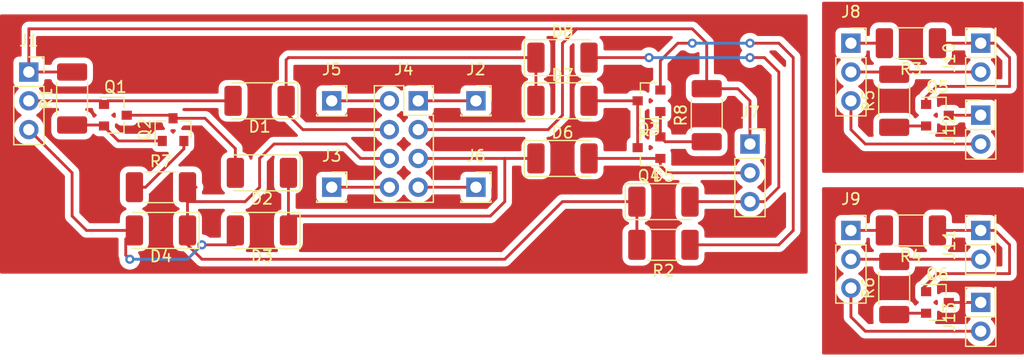
<source format=kicad_pcb>
(kicad_pcb (version 20171130) (host pcbnew 5.1.5-52549c5~84~ubuntu18.04.1)

  (general
    (thickness 1.6)
    (drawings 0)
    (tracks 153)
    (zones 0)
    (modules 35)
    (nets 31)
  )

  (page A4)
  (layers
    (0 F.Cu signal)
    (31 B.Cu signal)
    (32 B.Adhes user)
    (33 F.Adhes user)
    (34 B.Paste user)
    (35 F.Paste user)
    (36 B.SilkS user)
    (37 F.SilkS user)
    (38 B.Mask user)
    (39 F.Mask user)
    (40 Dwgs.User user)
    (41 Cmts.User user)
    (42 Eco1.User user)
    (43 Eco2.User user)
    (44 Edge.Cuts user)
    (45 Margin user)
    (46 B.CrtYd user)
    (47 F.CrtYd user)
    (48 B.Fab user)
    (49 F.Fab user hide)
  )

  (setup
    (last_trace_width 0.25)
    (trace_clearance 0.2)
    (zone_clearance 0.508)
    (zone_45_only no)
    (trace_min 0.2)
    (via_size 0.8)
    (via_drill 0.4)
    (via_min_size 0.4)
    (via_min_drill 0.3)
    (uvia_size 0.3)
    (uvia_drill 0.1)
    (uvias_allowed no)
    (uvia_min_size 0.2)
    (uvia_min_drill 0.1)
    (edge_width 0.1)
    (segment_width 0.2)
    (pcb_text_width 0.3)
    (pcb_text_size 1.5 1.5)
    (mod_edge_width 0.15)
    (mod_text_size 1 1)
    (mod_text_width 0.15)
    (pad_size 1.7 1.7)
    (pad_drill 1)
    (pad_to_mask_clearance 0)
    (aux_axis_origin 0 0)
    (grid_origin 128.016 62.484)
    (visible_elements FFFFFF7F)
    (pcbplotparams
      (layerselection 0x010fc_ffffffff)
      (usegerberextensions false)
      (usegerberattributes false)
      (usegerberadvancedattributes false)
      (creategerberjobfile false)
      (excludeedgelayer true)
      (linewidth 0.100000)
      (plotframeref false)
      (viasonmask false)
      (mode 1)
      (useauxorigin false)
      (hpglpennumber 1)
      (hpglpenspeed 20)
      (hpglpendiameter 15.000000)
      (psnegative false)
      (psa4output false)
      (plotreference true)
      (plotvalue true)
      (plotinvisibletext false)
      (padsonsilk false)
      (subtractmaskfromsilk false)
      (outputformat 1)
      (mirror false)
      (drillshape 1)
      (scaleselection 1)
      (outputdirectory ""))
  )

  (net 0 "")
  (net 1 "Net-(D1-Pad2)")
  (net 2 /yellow)
  (net 3 /white)
  (net 4 "Net-(D2-Pad2)")
  (net 5 "Net-(D3-Pad2)")
  (net 6 /green)
  (net 7 "Net-(D5-Pad2)")
  (net 8 "Net-(D6-Pad2)")
  (net 9 "Net-(D7-Pad2)")
  (net 10 /blue)
  (net 11 /red)
  (net 12 /black)
  (net 13 /orange)
  (net 14 /gray)
  (net 15 "Net-(J12-Pad2)")
  (net 16 "Net-(J10-Pad2)")
  (net 17 "Net-(J8-Pad1)")
  (net 18 "Net-(J9-Pad1)")
  (net 19 "Net-(J11-Pad2)")
  (net 20 "Net-(J13-Pad2)")
  (net 21 "Net-(J10-Pad1)")
  (net 22 "Net-(J11-Pad1)")
  (net 23 "Net-(J13-Pad1)")
  (net 24 "Net-(Q1-Pad2)")
  (net 25 "Net-(Q2-Pad2)")
  (net 26 "Net-(Q3-Pad1)")
  (net 27 "Net-(Q3-Pad2)")
  (net 28 "Net-(Q5-Pad2)")
  (net 29 "Net-(Q6-Pad2)")
  (net 30 "Net-(J12-Pad1)")

  (net_class Default "Ceci est la Netclass par défaut."
    (clearance 0.2)
    (trace_width 0.25)
    (via_dia 0.8)
    (via_drill 0.4)
    (uvia_dia 0.3)
    (uvia_drill 0.1)
    (add_net /black)
    (add_net /blue)
    (add_net /gray)
    (add_net /green)
    (add_net /orange)
    (add_net /red)
    (add_net /white)
    (add_net /yellow)
    (add_net "Net-(D1-Pad2)")
    (add_net "Net-(D2-Pad2)")
    (add_net "Net-(D3-Pad2)")
    (add_net "Net-(D5-Pad2)")
    (add_net "Net-(D6-Pad2)")
    (add_net "Net-(D7-Pad2)")
    (add_net "Net-(J10-Pad1)")
    (add_net "Net-(J10-Pad2)")
    (add_net "Net-(J11-Pad1)")
    (add_net "Net-(J11-Pad2)")
    (add_net "Net-(J12-Pad1)")
    (add_net "Net-(J12-Pad2)")
    (add_net "Net-(J13-Pad1)")
    (add_net "Net-(J13-Pad2)")
    (add_net "Net-(J8-Pad1)")
    (add_net "Net-(J9-Pad1)")
    (add_net "Net-(Q1-Pad2)")
    (add_net "Net-(Q2-Pad2)")
    (add_net "Net-(Q3-Pad1)")
    (add_net "Net-(Q3-Pad2)")
    (add_net "Net-(Q5-Pad2)")
    (add_net "Net-(Q6-Pad2)")
  )

  (module Resistor_SMD:R_2010_5025Metric_Pad1.52x2.65mm_HandSolder (layer F.Cu) (tedit 5B301BBD) (tstamp 5E5AED2B)
    (at 211.836 90.424 90)
    (descr "Resistor SMD 2010 (5025 Metric), square (rectangular) end terminal, IPC_7351 nominal with elongated pad for handsoldering. (Body size source: http://www.tortai-tech.com/upload/download/2011102023233369053.pdf), generated with kicad-footprint-generator")
    (tags "resistor handsolder")
    (path /5E599B78)
    (attr smd)
    (fp_text reference R5 (at 0 -2.28 90) (layer F.SilkS)
      (effects (font (size 1 1) (thickness 0.15)))
    )
    (fp_text value 102 (at 0 2.28 90) (layer F.Fab)
      (effects (font (size 1 1) (thickness 0.15)))
    )
    (fp_line (start -2.5 1.25) (end -2.5 -1.25) (layer F.Fab) (width 0.1))
    (fp_line (start -2.5 -1.25) (end 2.5 -1.25) (layer F.Fab) (width 0.1))
    (fp_line (start 2.5 -1.25) (end 2.5 1.25) (layer F.Fab) (width 0.1))
    (fp_line (start 2.5 1.25) (end -2.5 1.25) (layer F.Fab) (width 0.1))
    (fp_line (start -1.402064 -1.36) (end 1.402064 -1.36) (layer F.SilkS) (width 0.12))
    (fp_line (start -1.402064 1.36) (end 1.402064 1.36) (layer F.SilkS) (width 0.12))
    (fp_line (start -3.35 1.58) (end -3.35 -1.58) (layer F.CrtYd) (width 0.05))
    (fp_line (start -3.35 -1.58) (end 3.35 -1.58) (layer F.CrtYd) (width 0.05))
    (fp_line (start 3.35 -1.58) (end 3.35 1.58) (layer F.CrtYd) (width 0.05))
    (fp_line (start 3.35 1.58) (end -3.35 1.58) (layer F.CrtYd) (width 0.05))
    (fp_text user %R (at 0 0 90) (layer F.Fab)
      (effects (font (size 1 1) (thickness 0.15)))
    )
    (pad 1 smd roundrect (at -2.3375 0 90) (size 1.525 2.65) (layers F.Cu F.Paste F.Mask) (roundrect_rratio 0.163934)
      (net 28 "Net-(Q5-Pad2)"))
    (pad 2 smd roundrect (at 2.3375 0 90) (size 1.525 2.65) (layers F.Cu F.Paste F.Mask) (roundrect_rratio 0.163934)
      (net 16 "Net-(J10-Pad2)"))
    (model ${KISYS3DMOD}/Resistor_SMD.3dshapes/R_2010_5025Metric.wrl
      (at (xyz 0 0 0))
      (scale (xyz 1 1 1))
      (rotate (xyz 0 0 0))
    )
  )

  (module Diode_SMD:D_2010_5025Metric_Pad1.52x2.65mm_HandSolder (layer F.Cu) (tedit 5B4B45C8) (tstamp 5E5AEAA9)
    (at 155.956 90.424 180)
    (descr "Diode SMD 2010 (5025 Metric), square (rectangular) end terminal, IPC_7351 nominal, (Body size source: http://www.tortai-tech.com/upload/download/2011102023233369053.pdf), generated with kicad-footprint-generator")
    (tags "diode handsolder")
    (path /5E702572)
    (attr smd)
    (fp_text reference D1 (at 0 -2.28) (layer F.SilkS)
      (effects (font (size 1 1) (thickness 0.15)))
    )
    (fp_text value D (at 0 2.28) (layer F.Fab)
      (effects (font (size 1 1) (thickness 0.15)))
    )
    (fp_text user %R (at 0 0) (layer F.Fab)
      (effects (font (size 1 1) (thickness 0.15)))
    )
    (fp_line (start 3.35 1.58) (end -3.35 1.58) (layer F.CrtYd) (width 0.05))
    (fp_line (start 3.35 -1.58) (end 3.35 1.58) (layer F.CrtYd) (width 0.05))
    (fp_line (start -3.35 -1.58) (end 3.35 -1.58) (layer F.CrtYd) (width 0.05))
    (fp_line (start -3.35 1.58) (end -3.35 -1.58) (layer F.CrtYd) (width 0.05))
    (fp_line (start -3.36 1.585) (end 2.5 1.585) (layer F.SilkS) (width 0.12))
    (fp_line (start -3.36 -1.585) (end -3.36 1.585) (layer F.SilkS) (width 0.12))
    (fp_line (start 2.5 -1.585) (end -3.36 -1.585) (layer F.SilkS) (width 0.12))
    (fp_line (start 2.5 1.25) (end 2.5 -1.25) (layer F.Fab) (width 0.1))
    (fp_line (start -2.5 1.25) (end 2.5 1.25) (layer F.Fab) (width 0.1))
    (fp_line (start -2.5 -0.625) (end -2.5 1.25) (layer F.Fab) (width 0.1))
    (fp_line (start -1.875 -1.25) (end -2.5 -0.625) (layer F.Fab) (width 0.1))
    (fp_line (start 2.5 -1.25) (end -1.875 -1.25) (layer F.Fab) (width 0.1))
    (pad 2 smd roundrect (at 2.3375 0 180) (size 1.525 2.65) (layers F.Cu F.Paste F.Mask) (roundrect_rratio 0.163934)
      (net 1 "Net-(D1-Pad2)"))
    (pad 1 smd roundrect (at -2.3375 0 180) (size 1.525 2.65) (layers F.Cu F.Paste F.Mask) (roundrect_rratio 0.163934)
      (net 2 /yellow))
    (model ${KISYS3DMOD}/Diode_SMD.3dshapes/D_2010_5025Metric.wrl
      (at (xyz 0 0 0))
      (scale (xyz 1 1 1))
      (rotate (xyz 0 0 0))
    )
  )

  (module Diode_SMD:D_2010_5025Metric_Pad1.52x2.65mm_HandSolder (layer F.Cu) (tedit 5B4B45C8) (tstamp 5E5AEABC)
    (at 156.1585 96.774 180)
    (descr "Diode SMD 2010 (5025 Metric), square (rectangular) end terminal, IPC_7351 nominal, (Body size source: http://www.tortai-tech.com/upload/download/2011102023233369053.pdf), generated with kicad-footprint-generator")
    (tags "diode handsolder")
    (path /5E70256C)
    (attr smd)
    (fp_text reference D2 (at 0 -2.28) (layer F.SilkS)
      (effects (font (size 1 1) (thickness 0.15)))
    )
    (fp_text value D (at 0 2.28) (layer F.Fab)
      (effects (font (size 1 1) (thickness 0.15)))
    )
    (fp_line (start 2.5 -1.25) (end -1.875 -1.25) (layer F.Fab) (width 0.1))
    (fp_line (start -1.875 -1.25) (end -2.5 -0.625) (layer F.Fab) (width 0.1))
    (fp_line (start -2.5 -0.625) (end -2.5 1.25) (layer F.Fab) (width 0.1))
    (fp_line (start -2.5 1.25) (end 2.5 1.25) (layer F.Fab) (width 0.1))
    (fp_line (start 2.5 1.25) (end 2.5 -1.25) (layer F.Fab) (width 0.1))
    (fp_line (start 2.5 -1.585) (end -3.36 -1.585) (layer F.SilkS) (width 0.12))
    (fp_line (start -3.36 -1.585) (end -3.36 1.585) (layer F.SilkS) (width 0.12))
    (fp_line (start -3.36 1.585) (end 2.5 1.585) (layer F.SilkS) (width 0.12))
    (fp_line (start -3.35 1.58) (end -3.35 -1.58) (layer F.CrtYd) (width 0.05))
    (fp_line (start -3.35 -1.58) (end 3.35 -1.58) (layer F.CrtYd) (width 0.05))
    (fp_line (start 3.35 -1.58) (end 3.35 1.58) (layer F.CrtYd) (width 0.05))
    (fp_line (start 3.35 1.58) (end -3.35 1.58) (layer F.CrtYd) (width 0.05))
    (fp_text user %R (at 0 0) (layer F.Fab)
      (effects (font (size 1 1) (thickness 0.15)))
    )
    (pad 1 smd roundrect (at -2.3375 0 180) (size 1.525 2.65) (layers F.Cu F.Paste F.Mask) (roundrect_rratio 0.163934)
      (net 3 /white))
    (pad 2 smd roundrect (at 2.3375 0 180) (size 1.525 2.65) (layers F.Cu F.Paste F.Mask) (roundrect_rratio 0.163934)
      (net 4 "Net-(D2-Pad2)"))
    (model ${KISYS3DMOD}/Diode_SMD.3dshapes/D_2010_5025Metric.wrl
      (at (xyz 0 0 0))
      (scale (xyz 1 1 1))
      (rotate (xyz 0 0 0))
    )
  )

  (module Diode_SMD:D_2010_5025Metric_Pad1.52x2.65mm_HandSolder (layer F.Cu) (tedit 5B4B45C8) (tstamp 5E5AEACF)
    (at 156.1585 101.854 180)
    (descr "Diode SMD 2010 (5025 Metric), square (rectangular) end terminal, IPC_7351 nominal, (Body size source: http://www.tortai-tech.com/upload/download/2011102023233369053.pdf), generated with kicad-footprint-generator")
    (tags "diode handsolder")
    (path /5E702586)
    (attr smd)
    (fp_text reference D3 (at 0 -2.28) (layer F.SilkS)
      (effects (font (size 1 1) (thickness 0.15)))
    )
    (fp_text value D (at 0 2.28) (layer F.Fab)
      (effects (font (size 1 1) (thickness 0.15)))
    )
    (fp_line (start 2.5 -1.25) (end -1.875 -1.25) (layer F.Fab) (width 0.1))
    (fp_line (start -1.875 -1.25) (end -2.5 -0.625) (layer F.Fab) (width 0.1))
    (fp_line (start -2.5 -0.625) (end -2.5 1.25) (layer F.Fab) (width 0.1))
    (fp_line (start -2.5 1.25) (end 2.5 1.25) (layer F.Fab) (width 0.1))
    (fp_line (start 2.5 1.25) (end 2.5 -1.25) (layer F.Fab) (width 0.1))
    (fp_line (start 2.5 -1.585) (end -3.36 -1.585) (layer F.SilkS) (width 0.12))
    (fp_line (start -3.36 -1.585) (end -3.36 1.585) (layer F.SilkS) (width 0.12))
    (fp_line (start -3.36 1.585) (end 2.5 1.585) (layer F.SilkS) (width 0.12))
    (fp_line (start -3.35 1.58) (end -3.35 -1.58) (layer F.CrtYd) (width 0.05))
    (fp_line (start -3.35 -1.58) (end 3.35 -1.58) (layer F.CrtYd) (width 0.05))
    (fp_line (start 3.35 -1.58) (end 3.35 1.58) (layer F.CrtYd) (width 0.05))
    (fp_line (start 3.35 1.58) (end -3.35 1.58) (layer F.CrtYd) (width 0.05))
    (fp_text user %R (at 0 0) (layer F.Fab)
      (effects (font (size 1 1) (thickness 0.15)))
    )
    (pad 1 smd roundrect (at -2.3375 0 180) (size 1.525 2.65) (layers F.Cu F.Paste F.Mask) (roundrect_rratio 0.163934)
      (net 3 /white))
    (pad 2 smd roundrect (at 2.3375 0 180) (size 1.525 2.65) (layers F.Cu F.Paste F.Mask) (roundrect_rratio 0.163934)
      (net 5 "Net-(D3-Pad2)"))
    (model ${KISYS3DMOD}/Diode_SMD.3dshapes/D_2010_5025Metric.wrl
      (at (xyz 0 0 0))
      (scale (xyz 1 1 1))
      (rotate (xyz 0 0 0))
    )
  )

  (module Diode_SMD:D_2010_5025Metric_Pad1.52x2.65mm_HandSolder (layer F.Cu) (tedit 5B4B45C8) (tstamp 5E5AEAE2)
    (at 147.2685 101.854 180)
    (descr "Diode SMD 2010 (5025 Metric), square (rectangular) end terminal, IPC_7351 nominal, (Body size source: http://www.tortai-tech.com/upload/download/2011102023233369053.pdf), generated with kicad-footprint-generator")
    (tags "diode handsolder")
    (path /5E702566)
    (attr smd)
    (fp_text reference D4 (at 0 -2.28) (layer F.SilkS)
      (effects (font (size 1 1) (thickness 0.15)))
    )
    (fp_text value D (at 0 2.28) (layer F.Fab)
      (effects (font (size 1 1) (thickness 0.15)))
    )
    (fp_text user %R (at 0 0) (layer F.Fab)
      (effects (font (size 1 1) (thickness 0.15)))
    )
    (fp_line (start 3.35 1.58) (end -3.35 1.58) (layer F.CrtYd) (width 0.05))
    (fp_line (start 3.35 -1.58) (end 3.35 1.58) (layer F.CrtYd) (width 0.05))
    (fp_line (start -3.35 -1.58) (end 3.35 -1.58) (layer F.CrtYd) (width 0.05))
    (fp_line (start -3.35 1.58) (end -3.35 -1.58) (layer F.CrtYd) (width 0.05))
    (fp_line (start -3.36 1.585) (end 2.5 1.585) (layer F.SilkS) (width 0.12))
    (fp_line (start -3.36 -1.585) (end -3.36 1.585) (layer F.SilkS) (width 0.12))
    (fp_line (start 2.5 -1.585) (end -3.36 -1.585) (layer F.SilkS) (width 0.12))
    (fp_line (start 2.5 1.25) (end 2.5 -1.25) (layer F.Fab) (width 0.1))
    (fp_line (start -2.5 1.25) (end 2.5 1.25) (layer F.Fab) (width 0.1))
    (fp_line (start -2.5 -0.625) (end -2.5 1.25) (layer F.Fab) (width 0.1))
    (fp_line (start -1.875 -1.25) (end -2.5 -0.625) (layer F.Fab) (width 0.1))
    (fp_line (start 2.5 -1.25) (end -1.875 -1.25) (layer F.Fab) (width 0.1))
    (pad 2 smd roundrect (at 2.3375 0 180) (size 1.525 2.65) (layers F.Cu F.Paste F.Mask) (roundrect_rratio 0.163934)
      (net 5 "Net-(D3-Pad2)"))
    (pad 1 smd roundrect (at -2.3375 0 180) (size 1.525 2.65) (layers F.Cu F.Paste F.Mask) (roundrect_rratio 0.163934)
      (net 6 /green))
    (model ${KISYS3DMOD}/Diode_SMD.3dshapes/D_2010_5025Metric.wrl
      (at (xyz 0 0 0))
      (scale (xyz 1 1 1))
      (rotate (xyz 0 0 0))
    )
  )

  (module Diode_SMD:D_2010_5025Metric_Pad1.52x2.65mm_HandSolder (layer F.Cu) (tedit 5B4B45C8) (tstamp 5E5AEAF5)
    (at 191.516 99.314)
    (descr "Diode SMD 2010 (5025 Metric), square (rectangular) end terminal, IPC_7351 nominal, (Body size source: http://www.tortai-tech.com/upload/download/2011102023233369053.pdf), generated with kicad-footprint-generator")
    (tags "diode handsolder")
    (path /5E54628A)
    (attr smd)
    (fp_text reference D5 (at 0 -2.28) (layer F.SilkS)
      (effects (font (size 1 1) (thickness 0.15)))
    )
    (fp_text value D (at 0 2.28) (layer F.Fab)
      (effects (font (size 1 1) (thickness 0.15)))
    )
    (fp_text user %R (at 0 0) (layer F.Fab)
      (effects (font (size 1 1) (thickness 0.15)))
    )
    (fp_line (start 3.35 1.58) (end -3.35 1.58) (layer F.CrtYd) (width 0.05))
    (fp_line (start 3.35 -1.58) (end 3.35 1.58) (layer F.CrtYd) (width 0.05))
    (fp_line (start -3.35 -1.58) (end 3.35 -1.58) (layer F.CrtYd) (width 0.05))
    (fp_line (start -3.35 1.58) (end -3.35 -1.58) (layer F.CrtYd) (width 0.05))
    (fp_line (start -3.36 1.585) (end 2.5 1.585) (layer F.SilkS) (width 0.12))
    (fp_line (start -3.36 -1.585) (end -3.36 1.585) (layer F.SilkS) (width 0.12))
    (fp_line (start 2.5 -1.585) (end -3.36 -1.585) (layer F.SilkS) (width 0.12))
    (fp_line (start 2.5 1.25) (end 2.5 -1.25) (layer F.Fab) (width 0.1))
    (fp_line (start -2.5 1.25) (end 2.5 1.25) (layer F.Fab) (width 0.1))
    (fp_line (start -2.5 -0.625) (end -2.5 1.25) (layer F.Fab) (width 0.1))
    (fp_line (start -1.875 -1.25) (end -2.5 -0.625) (layer F.Fab) (width 0.1))
    (fp_line (start 2.5 -1.25) (end -1.875 -1.25) (layer F.Fab) (width 0.1))
    (pad 2 smd roundrect (at 2.3375 0) (size 1.525 2.65) (layers F.Cu F.Paste F.Mask) (roundrect_rratio 0.163934)
      (net 7 "Net-(D5-Pad2)"))
    (pad 1 smd roundrect (at -2.3375 0) (size 1.525 2.65) (layers F.Cu F.Paste F.Mask) (roundrect_rratio 0.163934)
      (net 6 /green))
    (model ${KISYS3DMOD}/Diode_SMD.3dshapes/D_2010_5025Metric.wrl
      (at (xyz 0 0 0))
      (scale (xyz 1 1 1))
      (rotate (xyz 0 0 0))
    )
  )

  (module Diode_SMD:D_2010_5025Metric_Pad1.52x2.65mm_HandSolder (layer F.Cu) (tedit 5B4B45C8) (tstamp 5E5AEB08)
    (at 182.626 95.504)
    (descr "Diode SMD 2010 (5025 Metric), square (rectangular) end terminal, IPC_7351 nominal, (Body size source: http://www.tortai-tech.com/upload/download/2011102023233369053.pdf), generated with kicad-footprint-generator")
    (tags "diode handsolder")
    (path /5E548086)
    (attr smd)
    (fp_text reference D6 (at 0 -2.28) (layer F.SilkS)
      (effects (font (size 1 1) (thickness 0.15)))
    )
    (fp_text value D (at 0 2.28) (layer F.Fab)
      (effects (font (size 1 1) (thickness 0.15)))
    )
    (fp_text user %R (at 0 0) (layer F.Fab)
      (effects (font (size 1 1) (thickness 0.15)))
    )
    (fp_line (start 3.35 1.58) (end -3.35 1.58) (layer F.CrtYd) (width 0.05))
    (fp_line (start 3.35 -1.58) (end 3.35 1.58) (layer F.CrtYd) (width 0.05))
    (fp_line (start -3.35 -1.58) (end 3.35 -1.58) (layer F.CrtYd) (width 0.05))
    (fp_line (start -3.35 1.58) (end -3.35 -1.58) (layer F.CrtYd) (width 0.05))
    (fp_line (start -3.36 1.585) (end 2.5 1.585) (layer F.SilkS) (width 0.12))
    (fp_line (start -3.36 -1.585) (end -3.36 1.585) (layer F.SilkS) (width 0.12))
    (fp_line (start 2.5 -1.585) (end -3.36 -1.585) (layer F.SilkS) (width 0.12))
    (fp_line (start 2.5 1.25) (end 2.5 -1.25) (layer F.Fab) (width 0.1))
    (fp_line (start -2.5 1.25) (end 2.5 1.25) (layer F.Fab) (width 0.1))
    (fp_line (start -2.5 -0.625) (end -2.5 1.25) (layer F.Fab) (width 0.1))
    (fp_line (start -1.875 -1.25) (end -2.5 -0.625) (layer F.Fab) (width 0.1))
    (fp_line (start 2.5 -1.25) (end -1.875 -1.25) (layer F.Fab) (width 0.1))
    (pad 2 smd roundrect (at 2.3375 0) (size 1.525 2.65) (layers F.Cu F.Paste F.Mask) (roundrect_rratio 0.163934)
      (net 8 "Net-(D6-Pad2)"))
    (pad 1 smd roundrect (at -2.3375 0) (size 1.525 2.65) (layers F.Cu F.Paste F.Mask) (roundrect_rratio 0.163934)
      (net 3 /white))
    (model ${KISYS3DMOD}/Diode_SMD.3dshapes/D_2010_5025Metric.wrl
      (at (xyz 0 0 0))
      (scale (xyz 1 1 1))
      (rotate (xyz 0 0 0))
    )
  )

  (module Diode_SMD:D_2010_5025Metric_Pad1.52x2.65mm_HandSolder (layer F.Cu) (tedit 5B4B45C8) (tstamp 5E5AEB1B)
    (at 182.626 90.424)
    (descr "Diode SMD 2010 (5025 Metric), square (rectangular) end terminal, IPC_7351 nominal, (Body size source: http://www.tortai-tech.com/upload/download/2011102023233369053.pdf), generated with kicad-footprint-generator")
    (tags "diode handsolder")
    (path /5E547362)
    (attr smd)
    (fp_text reference D7 (at 0 -2.28) (layer F.SilkS)
      (effects (font (size 1 1) (thickness 0.15)))
    )
    (fp_text value D (at 0 2.28) (layer F.Fab)
      (effects (font (size 1 1) (thickness 0.15)))
    )
    (fp_line (start 2.5 -1.25) (end -1.875 -1.25) (layer F.Fab) (width 0.1))
    (fp_line (start -1.875 -1.25) (end -2.5 -0.625) (layer F.Fab) (width 0.1))
    (fp_line (start -2.5 -0.625) (end -2.5 1.25) (layer F.Fab) (width 0.1))
    (fp_line (start -2.5 1.25) (end 2.5 1.25) (layer F.Fab) (width 0.1))
    (fp_line (start 2.5 1.25) (end 2.5 -1.25) (layer F.Fab) (width 0.1))
    (fp_line (start 2.5 -1.585) (end -3.36 -1.585) (layer F.SilkS) (width 0.12))
    (fp_line (start -3.36 -1.585) (end -3.36 1.585) (layer F.SilkS) (width 0.12))
    (fp_line (start -3.36 1.585) (end 2.5 1.585) (layer F.SilkS) (width 0.12))
    (fp_line (start -3.35 1.58) (end -3.35 -1.58) (layer F.CrtYd) (width 0.05))
    (fp_line (start -3.35 -1.58) (end 3.35 -1.58) (layer F.CrtYd) (width 0.05))
    (fp_line (start 3.35 -1.58) (end 3.35 1.58) (layer F.CrtYd) (width 0.05))
    (fp_line (start 3.35 1.58) (end -3.35 1.58) (layer F.CrtYd) (width 0.05))
    (fp_text user %R (at 0 0) (layer F.Fab)
      (effects (font (size 1 1) (thickness 0.15)))
    )
    (pad 1 smd roundrect (at -2.3375 0) (size 1.525 2.65) (layers F.Cu F.Paste F.Mask) (roundrect_rratio 0.163934)
      (net 2 /yellow))
    (pad 2 smd roundrect (at 2.3375 0) (size 1.525 2.65) (layers F.Cu F.Paste F.Mask) (roundrect_rratio 0.163934)
      (net 9 "Net-(D7-Pad2)"))
    (model ${KISYS3DMOD}/Diode_SMD.3dshapes/D_2010_5025Metric.wrl
      (at (xyz 0 0 0))
      (scale (xyz 1 1 1))
      (rotate (xyz 0 0 0))
    )
  )

  (module Diode_SMD:D_2010_5025Metric_Pad1.52x2.65mm_HandSolder (layer F.Cu) (tedit 5B4B45C8) (tstamp 5E5AEB2E)
    (at 182.626 86.614)
    (descr "Diode SMD 2010 (5025 Metric), square (rectangular) end terminal, IPC_7351 nominal, (Body size source: http://www.tortai-tech.com/upload/download/2011102023233369053.pdf), generated with kicad-footprint-generator")
    (tags "diode handsolder")
    (path /5E57C145)
    (attr smd)
    (fp_text reference D8 (at 0 -2.28) (layer F.SilkS)
      (effects (font (size 1 1) (thickness 0.15)))
    )
    (fp_text value D (at 0 2.28) (layer F.Fab)
      (effects (font (size 1 1) (thickness 0.15)))
    )
    (fp_line (start 2.5 -1.25) (end -1.875 -1.25) (layer F.Fab) (width 0.1))
    (fp_line (start -1.875 -1.25) (end -2.5 -0.625) (layer F.Fab) (width 0.1))
    (fp_line (start -2.5 -0.625) (end -2.5 1.25) (layer F.Fab) (width 0.1))
    (fp_line (start -2.5 1.25) (end 2.5 1.25) (layer F.Fab) (width 0.1))
    (fp_line (start 2.5 1.25) (end 2.5 -1.25) (layer F.Fab) (width 0.1))
    (fp_line (start 2.5 -1.585) (end -3.36 -1.585) (layer F.SilkS) (width 0.12))
    (fp_line (start -3.36 -1.585) (end -3.36 1.585) (layer F.SilkS) (width 0.12))
    (fp_line (start -3.36 1.585) (end 2.5 1.585) (layer F.SilkS) (width 0.12))
    (fp_line (start -3.35 1.58) (end -3.35 -1.58) (layer F.CrtYd) (width 0.05))
    (fp_line (start -3.35 -1.58) (end 3.35 -1.58) (layer F.CrtYd) (width 0.05))
    (fp_line (start 3.35 -1.58) (end 3.35 1.58) (layer F.CrtYd) (width 0.05))
    (fp_line (start 3.35 1.58) (end -3.35 1.58) (layer F.CrtYd) (width 0.05))
    (fp_text user %R (at 0 0) (layer F.Fab)
      (effects (font (size 1 1) (thickness 0.15)))
    )
    (pad 1 smd roundrect (at -2.3375 0) (size 1.525 2.65) (layers F.Cu F.Paste F.Mask) (roundrect_rratio 0.163934)
      (net 2 /yellow))
    (pad 2 smd roundrect (at 2.3375 0) (size 1.525 2.65) (layers F.Cu F.Paste F.Mask) (roundrect_rratio 0.163934)
      (net 7 "Net-(D5-Pad2)"))
    (model ${KISYS3DMOD}/Diode_SMD.3dshapes/D_2010_5025Metric.wrl
      (at (xyz 0 0 0))
      (scale (xyz 1 1 1))
      (rotate (xyz 0 0 0))
    )
  )

  (module Connector_PinSocket_2.54mm:PinSocket_1x03_P2.54mm_Vertical (layer F.Cu) (tedit 5A19A429) (tstamp 5E5AEB45)
    (at 135.636 87.884)
    (descr "Through hole straight socket strip, 1x03, 2.54mm pitch, single row (from Kicad 4.0.7), script generated")
    (tags "Through hole socket strip THT 1x03 2.54mm single row")
    (path /5E702578)
    (fp_text reference J1 (at 0 -2.77) (layer F.SilkS)
      (effects (font (size 1 1) (thickness 0.15)))
    )
    (fp_text value Conn_rear (at 0 7.85) (layer F.Fab)
      (effects (font (size 1 1) (thickness 0.15)))
    )
    (fp_text user %R (at 0 2.54 90) (layer F.Fab)
      (effects (font (size 1 1) (thickness 0.15)))
    )
    (fp_line (start -1.8 6.85) (end -1.8 -1.8) (layer F.CrtYd) (width 0.05))
    (fp_line (start 1.75 6.85) (end -1.8 6.85) (layer F.CrtYd) (width 0.05))
    (fp_line (start 1.75 -1.8) (end 1.75 6.85) (layer F.CrtYd) (width 0.05))
    (fp_line (start -1.8 -1.8) (end 1.75 -1.8) (layer F.CrtYd) (width 0.05))
    (fp_line (start 0 -1.33) (end 1.33 -1.33) (layer F.SilkS) (width 0.12))
    (fp_line (start 1.33 -1.33) (end 1.33 0) (layer F.SilkS) (width 0.12))
    (fp_line (start 1.33 1.27) (end 1.33 6.41) (layer F.SilkS) (width 0.12))
    (fp_line (start -1.33 6.41) (end 1.33 6.41) (layer F.SilkS) (width 0.12))
    (fp_line (start -1.33 1.27) (end -1.33 6.41) (layer F.SilkS) (width 0.12))
    (fp_line (start -1.33 1.27) (end 1.33 1.27) (layer F.SilkS) (width 0.12))
    (fp_line (start -1.27 6.35) (end -1.27 -1.27) (layer F.Fab) (width 0.1))
    (fp_line (start 1.27 6.35) (end -1.27 6.35) (layer F.Fab) (width 0.1))
    (fp_line (start 1.27 -0.635) (end 1.27 6.35) (layer F.Fab) (width 0.1))
    (fp_line (start 0.635 -1.27) (end 1.27 -0.635) (layer F.Fab) (width 0.1))
    (fp_line (start -1.27 -1.27) (end 0.635 -1.27) (layer F.Fab) (width 0.1))
    (pad 3 thru_hole oval (at 0 5.08) (size 1.7 1.7) (drill 1) (layers *.Cu *.Mask)
      (net 5 "Net-(D3-Pad2)"))
    (pad 2 thru_hole oval (at 0 2.54) (size 1.7 1.7) (drill 1) (layers *.Cu *.Mask)
      (net 1 "Net-(D1-Pad2)"))
    (pad 1 thru_hole rect (at 0 0) (size 1.7 1.7) (drill 1) (layers *.Cu *.Mask)
      (net 10 /blue))
  )

  (module Connector_PinSocket_2.54mm:PinSocket_1x01_P2.54mm_Vertical (layer F.Cu) (tedit 5E5AF53C) (tstamp 5E5AEB59)
    (at 175.006 90.424)
    (descr "Through hole straight socket strip, 1x01, 2.54mm pitch, single row (from Kicad 4.0.7), script generated")
    (tags "Through hole socket strip THT 1x01 2.54mm single row")
    (path /5E58824D)
    (fp_text reference J2 (at 0 -2.77) (layer F.SilkS)
      (effects (font (size 1 1) (thickness 0.15)))
    )
    (fp_text value Conn_right (at 0 2.77) (layer F.Fab)
      (effects (font (size 1 1) (thickness 0.15)))
    )
    (fp_line (start -1.27 -1.27) (end 0.635 -1.27) (layer F.Fab) (width 0.1))
    (fp_line (start 0.635 -1.27) (end 1.27 -0.635) (layer F.Fab) (width 0.1))
    (fp_line (start 1.27 -0.635) (end 1.27 1.27) (layer F.Fab) (width 0.1))
    (fp_line (start 1.27 1.27) (end -1.27 1.27) (layer F.Fab) (width 0.1))
    (fp_line (start -1.27 1.27) (end -1.27 -1.27) (layer F.Fab) (width 0.1))
    (fp_line (start -1.33 1.33) (end 1.33 1.33) (layer F.SilkS) (width 0.12))
    (fp_line (start -1.33 1.21) (end -1.33 1.33) (layer F.SilkS) (width 0.12))
    (fp_line (start 1.33 1.21) (end 1.33 1.33) (layer F.SilkS) (width 0.12))
    (fp_line (start 1.33 -1.33) (end 1.33 0) (layer F.SilkS) (width 0.12))
    (fp_line (start 0 -1.33) (end 1.33 -1.33) (layer F.SilkS) (width 0.12))
    (fp_line (start -1.8 -1.8) (end 1.75 -1.8) (layer F.CrtYd) (width 0.05))
    (fp_line (start 1.75 -1.8) (end 1.75 1.75) (layer F.CrtYd) (width 0.05))
    (fp_line (start 1.75 1.75) (end -1.8 1.75) (layer F.CrtYd) (width 0.05))
    (fp_line (start -1.8 1.75) (end -1.8 -1.8) (layer F.CrtYd) (width 0.05))
    (fp_text user %R (at 0 0) (layer F.Fab)
      (effects (font (size 1 1) (thickness 0.15)))
    )
    (pad 1 thru_hole rect (at 0 0) (size 1.7 1.7) (drill 1) (layers *.Cu *.Mask)
      (net 11 /red))
  )

  (module Connector_PinSocket_2.54mm:PinSocket_1x01_P2.54mm_Vertical (layer F.Cu) (tedit 5A19A434) (tstamp 5E5AEB6D)
    (at 162.306 98.044)
    (descr "Through hole straight socket strip, 1x01, 2.54mm pitch, single row (from Kicad 4.0.7), script generated")
    (tags "Through hole socket strip THT 1x01 2.54mm single row")
    (path /5E589D30)
    (fp_text reference J3 (at 0 -2.77) (layer F.SilkS)
      (effects (font (size 1 1) (thickness 0.15)))
    )
    (fp_text value Conn_left (at 0 2.77) (layer F.Fab)
      (effects (font (size 1 1) (thickness 0.15)))
    )
    (fp_text user %R (at 0 0) (layer F.Fab)
      (effects (font (size 1 1) (thickness 0.15)))
    )
    (fp_line (start -1.8 1.75) (end -1.8 -1.8) (layer F.CrtYd) (width 0.05))
    (fp_line (start 1.75 1.75) (end -1.8 1.75) (layer F.CrtYd) (width 0.05))
    (fp_line (start 1.75 -1.8) (end 1.75 1.75) (layer F.CrtYd) (width 0.05))
    (fp_line (start -1.8 -1.8) (end 1.75 -1.8) (layer F.CrtYd) (width 0.05))
    (fp_line (start 0 -1.33) (end 1.33 -1.33) (layer F.SilkS) (width 0.12))
    (fp_line (start 1.33 -1.33) (end 1.33 0) (layer F.SilkS) (width 0.12))
    (fp_line (start 1.33 1.21) (end 1.33 1.33) (layer F.SilkS) (width 0.12))
    (fp_line (start -1.33 1.21) (end -1.33 1.33) (layer F.SilkS) (width 0.12))
    (fp_line (start -1.33 1.33) (end 1.33 1.33) (layer F.SilkS) (width 0.12))
    (fp_line (start -1.27 1.27) (end -1.27 -1.27) (layer F.Fab) (width 0.1))
    (fp_line (start 1.27 1.27) (end -1.27 1.27) (layer F.Fab) (width 0.1))
    (fp_line (start 1.27 -0.635) (end 1.27 1.27) (layer F.Fab) (width 0.1))
    (fp_line (start 0.635 -1.27) (end 1.27 -0.635) (layer F.Fab) (width 0.1))
    (fp_line (start -1.27 -1.27) (end 0.635 -1.27) (layer F.Fab) (width 0.1))
    (pad 1 thru_hole rect (at 0 0) (size 1.7 1.7) (drill 1) (layers *.Cu *.Mask)
      (net 12 /black))
  )

  (module Connector_PinSocket_2.54mm:PinSocket_2x04_P2.54mm_Vertical (layer F.Cu) (tedit 5E5AE3CF) (tstamp 5E5AEB8B)
    (at 169.926 90.424)
    (descr "Through hole straight socket strip, 2x04, 2.54mm pitch, double cols (from Kicad 4.0.7), script generated")
    (tags "Through hole socket strip THT 2x04 2.54mm double row")
    (path /5E549E60)
    (fp_text reference J4 (at -1.27 -2.77) (layer F.SilkS)
      (effects (font (size 1 1) (thickness 0.15)))
    )
    (fp_text value Conn_NEM652 (at -1.27 10.39) (layer F.Fab)
      (effects (font (size 1 1) (thickness 0.15)))
    )
    (fp_line (start -3.81 -1.27) (end 0.27 -1.27) (layer F.Fab) (width 0.1))
    (fp_line (start 0.27 -1.27) (end 1.27 -0.27) (layer F.Fab) (width 0.1))
    (fp_line (start 1.27 -0.27) (end 1.27 8.89) (layer F.Fab) (width 0.1))
    (fp_line (start 1.27 8.89) (end -3.81 8.89) (layer F.Fab) (width 0.1))
    (fp_line (start -3.81 8.89) (end -3.81 -1.27) (layer F.Fab) (width 0.1))
    (fp_line (start -3.87 -1.33) (end -1.27 -1.33) (layer F.SilkS) (width 0.12))
    (fp_line (start -3.87 -1.33) (end -3.87 8.95) (layer F.SilkS) (width 0.12))
    (fp_line (start -3.87 8.95) (end 1.33 8.95) (layer F.SilkS) (width 0.12))
    (fp_line (start 1.33 1.27) (end 1.33 8.95) (layer F.SilkS) (width 0.12))
    (fp_line (start -1.27 1.27) (end 1.33 1.27) (layer F.SilkS) (width 0.12))
    (fp_line (start -1.27 -1.33) (end -1.27 1.27) (layer F.SilkS) (width 0.12))
    (fp_line (start 1.33 -1.33) (end 1.33 0) (layer F.SilkS) (width 0.12))
    (fp_line (start 0 -1.33) (end 1.33 -1.33) (layer F.SilkS) (width 0.12))
    (fp_line (start -4.34 -1.8) (end 1.76 -1.8) (layer F.CrtYd) (width 0.05))
    (fp_line (start 1.76 -1.8) (end 1.76 9.4) (layer F.CrtYd) (width 0.05))
    (fp_line (start 1.76 9.4) (end -4.34 9.4) (layer F.CrtYd) (width 0.05))
    (fp_line (start -4.34 9.4) (end -4.34 -1.8) (layer F.CrtYd) (width 0.05))
    (fp_text user %R (at -1.27 3.81 90) (layer F.Fab)
      (effects (font (size 1 1) (thickness 0.15)))
    )
    (pad 8 thru_hole rect (at 0 0) (size 1.7 1.7) (drill 1) (layers *.Cu *.Mask)
      (net 11 /red))
    (pad 1 thru_hole oval (at -2.54 0) (size 1.7 1.7) (drill 1) (layers *.Cu *.Mask)
      (net 13 /orange))
    (pad 7 thru_hole oval (at 0 2.54) (size 1.7 1.7) (drill 1) (layers *.Cu *.Mask)
      (net 10 /blue))
    (pad 2 thru_hole oval (at -2.54 2.54) (size 1.7 1.7) (drill 1) (layers *.Cu *.Mask)
      (net 2 /yellow))
    (pad 6 thru_hole oval (at 0 5.08) (size 1.7 1.7) (drill 1) (layers *.Cu *.Mask)
      (net 3 /white))
    (pad 3 thru_hole oval (at -2.54 5.08) (size 1.7 1.7) (drill 1) (layers *.Cu *.Mask)
      (net 6 /green))
    (pad 5 thru_hole oval (at 0 7.62) (size 1.7 1.7) (drill 1) (layers *.Cu *.Mask)
      (net 14 /gray))
    (pad 4 thru_hole oval (at -2.54 7.62) (size 1.7 1.7) (drill 1) (layers *.Cu *.Mask)
      (net 12 /black))
    (model ${KISYS3DMOD}/Connector_PinSocket_2.54mm.3dshapes/PinSocket_2x04_P2.54mm_Vertical.wrl
      (at (xyz 0 0 0))
      (scale (xyz 1 1 1))
      (rotate (xyz 0 0 0))
    )
  )

  (module Connector_PinSocket_2.54mm:PinSocket_1x01_P2.54mm_Vertical (layer F.Cu) (tedit 5A19A434) (tstamp 5E5AEB9F)
    (at 162.306 90.424)
    (descr "Through hole straight socket strip, 1x01, 2.54mm pitch, single row (from Kicad 4.0.7), script generated")
    (tags "Through hole socket strip THT 1x01 2.54mm single row")
    (path /5E587F5B)
    (fp_text reference J5 (at 0 -2.77) (layer F.SilkS)
      (effects (font (size 1 1) (thickness 0.15)))
    )
    (fp_text value Conn_M1 (at 0 2.77) (layer F.Fab)
      (effects (font (size 1 1) (thickness 0.15)))
    )
    (fp_line (start -1.27 -1.27) (end 0.635 -1.27) (layer F.Fab) (width 0.1))
    (fp_line (start 0.635 -1.27) (end 1.27 -0.635) (layer F.Fab) (width 0.1))
    (fp_line (start 1.27 -0.635) (end 1.27 1.27) (layer F.Fab) (width 0.1))
    (fp_line (start 1.27 1.27) (end -1.27 1.27) (layer F.Fab) (width 0.1))
    (fp_line (start -1.27 1.27) (end -1.27 -1.27) (layer F.Fab) (width 0.1))
    (fp_line (start -1.33 1.33) (end 1.33 1.33) (layer F.SilkS) (width 0.12))
    (fp_line (start -1.33 1.21) (end -1.33 1.33) (layer F.SilkS) (width 0.12))
    (fp_line (start 1.33 1.21) (end 1.33 1.33) (layer F.SilkS) (width 0.12))
    (fp_line (start 1.33 -1.33) (end 1.33 0) (layer F.SilkS) (width 0.12))
    (fp_line (start 0 -1.33) (end 1.33 -1.33) (layer F.SilkS) (width 0.12))
    (fp_line (start -1.8 -1.8) (end 1.75 -1.8) (layer F.CrtYd) (width 0.05))
    (fp_line (start 1.75 -1.8) (end 1.75 1.75) (layer F.CrtYd) (width 0.05))
    (fp_line (start 1.75 1.75) (end -1.8 1.75) (layer F.CrtYd) (width 0.05))
    (fp_line (start -1.8 1.75) (end -1.8 -1.8) (layer F.CrtYd) (width 0.05))
    (fp_text user %R (at 0 0) (layer F.Fab)
      (effects (font (size 1 1) (thickness 0.15)))
    )
    (pad 1 thru_hole rect (at 0 0) (size 1.7 1.7) (drill 1) (layers *.Cu *.Mask)
      (net 13 /orange))
  )

  (module Connector_PinSocket_2.54mm:PinSocket_1x01_P2.54mm_Vertical (layer F.Cu) (tedit 5A19A434) (tstamp 5E5AEBB3)
    (at 175.006 98.044)
    (descr "Through hole straight socket strip, 1x01, 2.54mm pitch, single row (from Kicad 4.0.7), script generated")
    (tags "Through hole socket strip THT 1x01 2.54mm single row")
    (path /5E5861E4)
    (fp_text reference J6 (at 0 -2.77) (layer F.SilkS)
      (effects (font (size 1 1) (thickness 0.15)))
    )
    (fp_text value Conn_M2 (at 0 2.77) (layer F.Fab)
      (effects (font (size 1 1) (thickness 0.15)))
    )
    (fp_text user %R (at 0 0) (layer F.Fab)
      (effects (font (size 1 1) (thickness 0.15)))
    )
    (fp_line (start -1.8 1.75) (end -1.8 -1.8) (layer F.CrtYd) (width 0.05))
    (fp_line (start 1.75 1.75) (end -1.8 1.75) (layer F.CrtYd) (width 0.05))
    (fp_line (start 1.75 -1.8) (end 1.75 1.75) (layer F.CrtYd) (width 0.05))
    (fp_line (start -1.8 -1.8) (end 1.75 -1.8) (layer F.CrtYd) (width 0.05))
    (fp_line (start 0 -1.33) (end 1.33 -1.33) (layer F.SilkS) (width 0.12))
    (fp_line (start 1.33 -1.33) (end 1.33 0) (layer F.SilkS) (width 0.12))
    (fp_line (start 1.33 1.21) (end 1.33 1.33) (layer F.SilkS) (width 0.12))
    (fp_line (start -1.33 1.21) (end -1.33 1.33) (layer F.SilkS) (width 0.12))
    (fp_line (start -1.33 1.33) (end 1.33 1.33) (layer F.SilkS) (width 0.12))
    (fp_line (start -1.27 1.27) (end -1.27 -1.27) (layer F.Fab) (width 0.1))
    (fp_line (start 1.27 1.27) (end -1.27 1.27) (layer F.Fab) (width 0.1))
    (fp_line (start 1.27 -0.635) (end 1.27 1.27) (layer F.Fab) (width 0.1))
    (fp_line (start 0.635 -1.27) (end 1.27 -0.635) (layer F.Fab) (width 0.1))
    (fp_line (start -1.27 -1.27) (end 0.635 -1.27) (layer F.Fab) (width 0.1))
    (pad 1 thru_hole rect (at 0 0) (size 1.7 1.7) (drill 1) (layers *.Cu *.Mask)
      (net 14 /gray))
  )

  (module Connector_PinSocket_2.54mm:PinSocket_1x03_P2.54mm_Vertical (layer F.Cu) (tedit 5A19A429) (tstamp 5E5AEBCA)
    (at 199.136 94.234)
    (descr "Through hole straight socket strip, 1x03, 2.54mm pitch, single row (from Kicad 4.0.7), script generated")
    (tags "Through hole socket strip THT 1x03 2.54mm single row")
    (path /5E54EA75)
    (fp_text reference J7 (at 0 -2.77) (layer F.SilkS)
      (effects (font (size 1 1) (thickness 0.15)))
    )
    (fp_text value Conn_front (at 0 7.85) (layer F.Fab)
      (effects (font (size 1 1) (thickness 0.15)))
    )
    (fp_line (start -1.27 -1.27) (end 0.635 -1.27) (layer F.Fab) (width 0.1))
    (fp_line (start 0.635 -1.27) (end 1.27 -0.635) (layer F.Fab) (width 0.1))
    (fp_line (start 1.27 -0.635) (end 1.27 6.35) (layer F.Fab) (width 0.1))
    (fp_line (start 1.27 6.35) (end -1.27 6.35) (layer F.Fab) (width 0.1))
    (fp_line (start -1.27 6.35) (end -1.27 -1.27) (layer F.Fab) (width 0.1))
    (fp_line (start -1.33 1.27) (end 1.33 1.27) (layer F.SilkS) (width 0.12))
    (fp_line (start -1.33 1.27) (end -1.33 6.41) (layer F.SilkS) (width 0.12))
    (fp_line (start -1.33 6.41) (end 1.33 6.41) (layer F.SilkS) (width 0.12))
    (fp_line (start 1.33 1.27) (end 1.33 6.41) (layer F.SilkS) (width 0.12))
    (fp_line (start 1.33 -1.33) (end 1.33 0) (layer F.SilkS) (width 0.12))
    (fp_line (start 0 -1.33) (end 1.33 -1.33) (layer F.SilkS) (width 0.12))
    (fp_line (start -1.8 -1.8) (end 1.75 -1.8) (layer F.CrtYd) (width 0.05))
    (fp_line (start 1.75 -1.8) (end 1.75 6.85) (layer F.CrtYd) (width 0.05))
    (fp_line (start 1.75 6.85) (end -1.8 6.85) (layer F.CrtYd) (width 0.05))
    (fp_line (start -1.8 6.85) (end -1.8 -1.8) (layer F.CrtYd) (width 0.05))
    (fp_text user %R (at 0 2.54 90) (layer F.Fab)
      (effects (font (size 1 1) (thickness 0.15)))
    )
    (pad 1 thru_hole rect (at 0 0) (size 1.7 1.7) (drill 1) (layers *.Cu *.Mask)
      (net 10 /blue))
    (pad 2 thru_hole oval (at 0 2.54) (size 1.7 1.7) (drill 1) (layers *.Cu *.Mask)
      (net 8 "Net-(D6-Pad2)"))
    (pad 3 thru_hole oval (at 0 5.08) (size 1.7 1.7) (drill 1) (layers *.Cu *.Mask)
      (net 7 "Net-(D5-Pad2)"))
  )

  (module Connector_PinSocket_2.54mm:PinSocket_1x03_P2.54mm_Vertical (layer F.Cu) (tedit 5A19A429) (tstamp 5E5AEBE1)
    (at 208.026 85.344)
    (descr "Through hole straight socket strip, 1x03, 2.54mm pitch, single row (from Kicad 4.0.7), script generated")
    (tags "Through hole socket strip THT 1x03 2.54mm single row")
    (path /5E59269E)
    (fp_text reference J8 (at 0 -2.77) (layer F.SilkS)
      (effects (font (size 1 1) (thickness 0.15)))
    )
    (fp_text value Conn_front (at 0 7.85) (layer F.Fab)
      (effects (font (size 1 1) (thickness 0.15)))
    )
    (fp_line (start -1.27 -1.27) (end 0.635 -1.27) (layer F.Fab) (width 0.1))
    (fp_line (start 0.635 -1.27) (end 1.27 -0.635) (layer F.Fab) (width 0.1))
    (fp_line (start 1.27 -0.635) (end 1.27 6.35) (layer F.Fab) (width 0.1))
    (fp_line (start 1.27 6.35) (end -1.27 6.35) (layer F.Fab) (width 0.1))
    (fp_line (start -1.27 6.35) (end -1.27 -1.27) (layer F.Fab) (width 0.1))
    (fp_line (start -1.33 1.27) (end 1.33 1.27) (layer F.SilkS) (width 0.12))
    (fp_line (start -1.33 1.27) (end -1.33 6.41) (layer F.SilkS) (width 0.12))
    (fp_line (start -1.33 6.41) (end 1.33 6.41) (layer F.SilkS) (width 0.12))
    (fp_line (start 1.33 1.27) (end 1.33 6.41) (layer F.SilkS) (width 0.12))
    (fp_line (start 1.33 -1.33) (end 1.33 0) (layer F.SilkS) (width 0.12))
    (fp_line (start 0 -1.33) (end 1.33 -1.33) (layer F.SilkS) (width 0.12))
    (fp_line (start -1.8 -1.8) (end 1.75 -1.8) (layer F.CrtYd) (width 0.05))
    (fp_line (start 1.75 -1.8) (end 1.75 6.85) (layer F.CrtYd) (width 0.05))
    (fp_line (start 1.75 6.85) (end -1.8 6.85) (layer F.CrtYd) (width 0.05))
    (fp_line (start -1.8 6.85) (end -1.8 -1.8) (layer F.CrtYd) (width 0.05))
    (fp_text user %R (at 0 2.54 90) (layer F.Fab)
      (effects (font (size 1 1) (thickness 0.15)))
    )
    (pad 1 thru_hole rect (at 0 0) (size 1.7 1.7) (drill 1) (layers *.Cu *.Mask)
      (net 17 "Net-(J8-Pad1)"))
    (pad 2 thru_hole oval (at 0 2.54) (size 1.7 1.7) (drill 1) (layers *.Cu *.Mask)
      (net 16 "Net-(J10-Pad2)"))
    (pad 3 thru_hole oval (at 0 5.08) (size 1.7 1.7) (drill 1) (layers *.Cu *.Mask)
      (net 15 "Net-(J12-Pad2)"))
  )

  (module Connector_PinSocket_2.54mm:PinSocket_1x03_P2.54mm_Vertical (layer F.Cu) (tedit 5E5AF4FD) (tstamp 5E5AEBF8)
    (at 208.026 101.854)
    (descr "Through hole straight socket strip, 1x03, 2.54mm pitch, single row (from Kicad 4.0.7), script generated")
    (tags "Through hole socket strip THT 1x03 2.54mm single row")
    (path /5E5D76CB)
    (fp_text reference J9 (at 0 -2.77) (layer F.SilkS)
      (effects (font (size 1 1) (thickness 0.15)))
    )
    (fp_text value Conn_rear (at 0 7.85) (layer F.Fab)
      (effects (font (size 1 1) (thickness 0.15)))
    )
    (fp_text user %R (at 0 2.54 90) (layer F.Fab)
      (effects (font (size 1 1) (thickness 0.15)))
    )
    (fp_line (start -1.8 6.85) (end -1.8 -1.8) (layer F.CrtYd) (width 0.05))
    (fp_line (start 1.75 6.85) (end -1.8 6.85) (layer F.CrtYd) (width 0.05))
    (fp_line (start 1.75 -1.8) (end 1.75 6.85) (layer F.CrtYd) (width 0.05))
    (fp_line (start -1.8 -1.8) (end 1.75 -1.8) (layer F.CrtYd) (width 0.05))
    (fp_line (start 0 -1.33) (end 1.33 -1.33) (layer F.SilkS) (width 0.12))
    (fp_line (start 1.33 -1.33) (end 1.33 0) (layer F.SilkS) (width 0.12))
    (fp_line (start 1.33 1.27) (end 1.33 6.41) (layer F.SilkS) (width 0.12))
    (fp_line (start -1.33 6.41) (end 1.33 6.41) (layer F.SilkS) (width 0.12))
    (fp_line (start -1.33 1.27) (end -1.33 6.41) (layer F.SilkS) (width 0.12))
    (fp_line (start -1.33 1.27) (end 1.33 1.27) (layer F.SilkS) (width 0.12))
    (fp_line (start -1.27 6.35) (end -1.27 -1.27) (layer F.Fab) (width 0.1))
    (fp_line (start 1.27 6.35) (end -1.27 6.35) (layer F.Fab) (width 0.1))
    (fp_line (start 1.27 -0.635) (end 1.27 6.35) (layer F.Fab) (width 0.1))
    (fp_line (start 0.635 -1.27) (end 1.27 -0.635) (layer F.Fab) (width 0.1))
    (fp_line (start -1.27 -1.27) (end 0.635 -1.27) (layer F.Fab) (width 0.1))
    (pad 3 thru_hole oval (at 0 5.08) (size 1.7 1.7) (drill 1) (layers *.Cu *.Mask)
      (net 20 "Net-(J13-Pad2)"))
    (pad 2 thru_hole oval (at 0 2.54) (size 1.7 1.7) (drill 1) (layers *.Cu *.Mask)
      (net 19 "Net-(J11-Pad2)"))
    (pad 1 thru_hole rect (at 0 0) (size 1.7 1.7) (drill 1) (layers *.Cu *.Mask)
      (net 18 "Net-(J9-Pad1)"))
  )

  (module Connector_PinSocket_2.54mm:PinSocket_2x01_P2.54mm_Vertical (layer F.Cu) (tedit 5A19A420) (tstamp 5E5AEC10)
    (at 219.456 85.344 90)
    (descr "Through hole straight socket strip, 2x01, 2.54mm pitch, double cols (from Kicad 4.0.7), script generated")
    (tags "Through hole socket strip THT 2x01 2.54mm double row")
    (path /5E59AF2F)
    (fp_text reference J10 (at -1.27 -2.77 90) (layer F.SilkS)
      (effects (font (size 1 1) (thickness 0.15)))
    )
    (fp_text value Yellow_LED (at -1.27 2.77 90) (layer F.Fab)
      (effects (font (size 1 1) (thickness 0.15)))
    )
    (fp_text user %R (at -1.27 0 90) (layer F.Fab)
      (effects (font (size 1 1) (thickness 0.15)))
    )
    (fp_line (start -4.34 1.75) (end -4.34 -1.8) (layer F.CrtYd) (width 0.05))
    (fp_line (start 1.76 1.75) (end -4.34 1.75) (layer F.CrtYd) (width 0.05))
    (fp_line (start 1.76 -1.8) (end 1.76 1.75) (layer F.CrtYd) (width 0.05))
    (fp_line (start -4.34 -1.8) (end 1.76 -1.8) (layer F.CrtYd) (width 0.05))
    (fp_line (start 0 -1.33) (end 1.33 -1.33) (layer F.SilkS) (width 0.12))
    (fp_line (start 1.33 -1.33) (end 1.33 0) (layer F.SilkS) (width 0.12))
    (fp_line (start -1.27 -1.33) (end -1.27 1.27) (layer F.SilkS) (width 0.12))
    (fp_line (start -1.27 1.27) (end 1.33 1.27) (layer F.SilkS) (width 0.12))
    (fp_line (start 1.33 1.27) (end 1.33 1.33) (layer F.SilkS) (width 0.12))
    (fp_line (start -3.87 1.33) (end 1.33 1.33) (layer F.SilkS) (width 0.12))
    (fp_line (start -3.87 -1.33) (end -3.87 1.33) (layer F.SilkS) (width 0.12))
    (fp_line (start -3.87 -1.33) (end -1.27 -1.33) (layer F.SilkS) (width 0.12))
    (fp_line (start -3.81 1.27) (end -3.81 -1.27) (layer F.Fab) (width 0.1))
    (fp_line (start 1.27 1.27) (end -3.81 1.27) (layer F.Fab) (width 0.1))
    (fp_line (start 1.27 -0.635) (end 1.27 1.27) (layer F.Fab) (width 0.1))
    (fp_line (start 0.635 -1.27) (end 1.27 -0.635) (layer F.Fab) (width 0.1))
    (fp_line (start -3.81 -1.27) (end 0.635 -1.27) (layer F.Fab) (width 0.1))
    (pad 2 thru_hole oval (at -2.54 0 90) (size 1.7 1.7) (drill 1) (layers *.Cu *.Mask)
      (net 16 "Net-(J10-Pad2)"))
    (pad 1 thru_hole rect (at 0 0 90) (size 1.7 1.7) (drill 1) (layers *.Cu *.Mask)
      (net 21 "Net-(J10-Pad1)"))
  )

  (module Connector_PinSocket_2.54mm:PinSocket_2x01_P2.54mm_Vertical (layer F.Cu) (tedit 5A19A420) (tstamp 5E5AEC28)
    (at 219.456 101.854 90)
    (descr "Through hole straight socket strip, 2x01, 2.54mm pitch, double cols (from Kicad 4.0.7), script generated")
    (tags "Through hole socket strip THT 2x01 2.54mm double row")
    (path /5E5D76DD)
    (fp_text reference J11 (at -1.27 -2.77 90) (layer F.SilkS)
      (effects (font (size 1 1) (thickness 0.15)))
    )
    (fp_text value Yellow_LED (at -1.27 2.77 90) (layer F.Fab)
      (effects (font (size 1 1) (thickness 0.15)))
    )
    (fp_line (start -3.81 -1.27) (end 0.635 -1.27) (layer F.Fab) (width 0.1))
    (fp_line (start 0.635 -1.27) (end 1.27 -0.635) (layer F.Fab) (width 0.1))
    (fp_line (start 1.27 -0.635) (end 1.27 1.27) (layer F.Fab) (width 0.1))
    (fp_line (start 1.27 1.27) (end -3.81 1.27) (layer F.Fab) (width 0.1))
    (fp_line (start -3.81 1.27) (end -3.81 -1.27) (layer F.Fab) (width 0.1))
    (fp_line (start -3.87 -1.33) (end -1.27 -1.33) (layer F.SilkS) (width 0.12))
    (fp_line (start -3.87 -1.33) (end -3.87 1.33) (layer F.SilkS) (width 0.12))
    (fp_line (start -3.87 1.33) (end 1.33 1.33) (layer F.SilkS) (width 0.12))
    (fp_line (start 1.33 1.27) (end 1.33 1.33) (layer F.SilkS) (width 0.12))
    (fp_line (start -1.27 1.27) (end 1.33 1.27) (layer F.SilkS) (width 0.12))
    (fp_line (start -1.27 -1.33) (end -1.27 1.27) (layer F.SilkS) (width 0.12))
    (fp_line (start 1.33 -1.33) (end 1.33 0) (layer F.SilkS) (width 0.12))
    (fp_line (start 0 -1.33) (end 1.33 -1.33) (layer F.SilkS) (width 0.12))
    (fp_line (start -4.34 -1.8) (end 1.76 -1.8) (layer F.CrtYd) (width 0.05))
    (fp_line (start 1.76 -1.8) (end 1.76 1.75) (layer F.CrtYd) (width 0.05))
    (fp_line (start 1.76 1.75) (end -4.34 1.75) (layer F.CrtYd) (width 0.05))
    (fp_line (start -4.34 1.75) (end -4.34 -1.8) (layer F.CrtYd) (width 0.05))
    (fp_text user %R (at -1.27 0 90) (layer F.Fab)
      (effects (font (size 1 1) (thickness 0.15)))
    )
    (pad 1 thru_hole rect (at 0 0 90) (size 1.7 1.7) (drill 1) (layers *.Cu *.Mask)
      (net 22 "Net-(J11-Pad1)"))
    (pad 2 thru_hole oval (at -2.54 0 90) (size 1.7 1.7) (drill 1) (layers *.Cu *.Mask)
      (net 19 "Net-(J11-Pad2)"))
  )

  (module Connector_PinSocket_2.54mm:PinSocket_2x01_P2.54mm_Vertical (layer F.Cu) (tedit 5A19A420) (tstamp 5E5AEC40)
    (at 219.456 91.694 90)
    (descr "Through hole straight socket strip, 2x01, 2.54mm pitch, double cols (from Kicad 4.0.7), script generated")
    (tags "Through hole socket strip THT 2x01 2.54mm double row")
    (path /5E59B36D)
    (fp_text reference J12 (at -1.27 -2.77 90) (layer F.SilkS)
      (effects (font (size 1 1) (thickness 0.15)))
    )
    (fp_text value Red_LED (at -1.27 2.77 90) (layer F.Fab)
      (effects (font (size 1 1) (thickness 0.15)))
    )
    (fp_line (start -3.81 -1.27) (end 0.635 -1.27) (layer F.Fab) (width 0.1))
    (fp_line (start 0.635 -1.27) (end 1.27 -0.635) (layer F.Fab) (width 0.1))
    (fp_line (start 1.27 -0.635) (end 1.27 1.27) (layer F.Fab) (width 0.1))
    (fp_line (start 1.27 1.27) (end -3.81 1.27) (layer F.Fab) (width 0.1))
    (fp_line (start -3.81 1.27) (end -3.81 -1.27) (layer F.Fab) (width 0.1))
    (fp_line (start -3.87 -1.33) (end -1.27 -1.33) (layer F.SilkS) (width 0.12))
    (fp_line (start -3.87 -1.33) (end -3.87 1.33) (layer F.SilkS) (width 0.12))
    (fp_line (start -3.87 1.33) (end 1.33 1.33) (layer F.SilkS) (width 0.12))
    (fp_line (start 1.33 1.27) (end 1.33 1.33) (layer F.SilkS) (width 0.12))
    (fp_line (start -1.27 1.27) (end 1.33 1.27) (layer F.SilkS) (width 0.12))
    (fp_line (start -1.27 -1.33) (end -1.27 1.27) (layer F.SilkS) (width 0.12))
    (fp_line (start 1.33 -1.33) (end 1.33 0) (layer F.SilkS) (width 0.12))
    (fp_line (start 0 -1.33) (end 1.33 -1.33) (layer F.SilkS) (width 0.12))
    (fp_line (start -4.34 -1.8) (end 1.76 -1.8) (layer F.CrtYd) (width 0.05))
    (fp_line (start 1.76 -1.8) (end 1.76 1.75) (layer F.CrtYd) (width 0.05))
    (fp_line (start 1.76 1.75) (end -4.34 1.75) (layer F.CrtYd) (width 0.05))
    (fp_line (start -4.34 1.75) (end -4.34 -1.8) (layer F.CrtYd) (width 0.05))
    (fp_text user %R (at -1.27 0 90) (layer F.Fab)
      (effects (font (size 1 1) (thickness 0.15)))
    )
    (pad 1 thru_hole rect (at 0 0 90) (size 1.7 1.7) (drill 1) (layers *.Cu *.Mask)
      (net 30 "Net-(J12-Pad1)"))
    (pad 2 thru_hole oval (at -2.54 0 90) (size 1.7 1.7) (drill 1) (layers *.Cu *.Mask)
      (net 15 "Net-(J12-Pad2)"))
  )

  (module Connector_PinSocket_2.54mm:PinSocket_2x01_P2.54mm_Vertical (layer F.Cu) (tedit 5A19A420) (tstamp 5E5AEC58)
    (at 219.456 108.204 90)
    (descr "Through hole straight socket strip, 2x01, 2.54mm pitch, double cols (from Kicad 4.0.7), script generated")
    (tags "Through hole socket strip THT 2x01 2.54mm double row")
    (path /5E5D76E3)
    (fp_text reference J13 (at -1.27 -2.77 90) (layer F.SilkS)
      (effects (font (size 1 1) (thickness 0.15)))
    )
    (fp_text value Red_LED (at -1.27 2.77 90) (layer F.Fab)
      (effects (font (size 1 1) (thickness 0.15)))
    )
    (fp_text user %R (at -1.27 0 90) (layer F.Fab)
      (effects (font (size 1 1) (thickness 0.15)))
    )
    (fp_line (start -4.34 1.75) (end -4.34 -1.8) (layer F.CrtYd) (width 0.05))
    (fp_line (start 1.76 1.75) (end -4.34 1.75) (layer F.CrtYd) (width 0.05))
    (fp_line (start 1.76 -1.8) (end 1.76 1.75) (layer F.CrtYd) (width 0.05))
    (fp_line (start -4.34 -1.8) (end 1.76 -1.8) (layer F.CrtYd) (width 0.05))
    (fp_line (start 0 -1.33) (end 1.33 -1.33) (layer F.SilkS) (width 0.12))
    (fp_line (start 1.33 -1.33) (end 1.33 0) (layer F.SilkS) (width 0.12))
    (fp_line (start -1.27 -1.33) (end -1.27 1.27) (layer F.SilkS) (width 0.12))
    (fp_line (start -1.27 1.27) (end 1.33 1.27) (layer F.SilkS) (width 0.12))
    (fp_line (start 1.33 1.27) (end 1.33 1.33) (layer F.SilkS) (width 0.12))
    (fp_line (start -3.87 1.33) (end 1.33 1.33) (layer F.SilkS) (width 0.12))
    (fp_line (start -3.87 -1.33) (end -3.87 1.33) (layer F.SilkS) (width 0.12))
    (fp_line (start -3.87 -1.33) (end -1.27 -1.33) (layer F.SilkS) (width 0.12))
    (fp_line (start -3.81 1.27) (end -3.81 -1.27) (layer F.Fab) (width 0.1))
    (fp_line (start 1.27 1.27) (end -3.81 1.27) (layer F.Fab) (width 0.1))
    (fp_line (start 1.27 -0.635) (end 1.27 1.27) (layer F.Fab) (width 0.1))
    (fp_line (start 0.635 -1.27) (end 1.27 -0.635) (layer F.Fab) (width 0.1))
    (fp_line (start -3.81 -1.27) (end 0.635 -1.27) (layer F.Fab) (width 0.1))
    (pad 2 thru_hole oval (at -2.54 0 90) (size 1.7 1.7) (drill 1) (layers *.Cu *.Mask)
      (net 20 "Net-(J13-Pad2)"))
    (pad 1 thru_hole rect (at 0 0 90) (size 1.7 1.7) (drill 1) (layers *.Cu *.Mask)
      (net 23 "Net-(J13-Pad1)"))
  )

  (module Package_TO_SOT_SMD:SOT-23 (layer F.Cu) (tedit 5A02FF57) (tstamp 5E5AEC6D)
    (at 143.256 91.694)
    (descr "SOT-23, Standard")
    (tags SOT-23)
    (path /5E70258C)
    (attr smd)
    (fp_text reference Q1 (at 0 -2.5) (layer F.SilkS)
      (effects (font (size 1 1) (thickness 0.15)))
    )
    (fp_text value 301N (at 0 2.5) (layer F.Fab)
      (effects (font (size 1 1) (thickness 0.15)))
    )
    (fp_line (start 0.76 1.58) (end -0.7 1.58) (layer F.SilkS) (width 0.12))
    (fp_line (start 0.76 -1.58) (end -1.4 -1.58) (layer F.SilkS) (width 0.12))
    (fp_line (start -1.7 1.75) (end -1.7 -1.75) (layer F.CrtYd) (width 0.05))
    (fp_line (start 1.7 1.75) (end -1.7 1.75) (layer F.CrtYd) (width 0.05))
    (fp_line (start 1.7 -1.75) (end 1.7 1.75) (layer F.CrtYd) (width 0.05))
    (fp_line (start -1.7 -1.75) (end 1.7 -1.75) (layer F.CrtYd) (width 0.05))
    (fp_line (start 0.76 -1.58) (end 0.76 -0.65) (layer F.SilkS) (width 0.12))
    (fp_line (start 0.76 1.58) (end 0.76 0.65) (layer F.SilkS) (width 0.12))
    (fp_line (start -0.7 1.52) (end 0.7 1.52) (layer F.Fab) (width 0.1))
    (fp_line (start 0.7 -1.52) (end 0.7 1.52) (layer F.Fab) (width 0.1))
    (fp_line (start -0.7 -0.95) (end -0.15 -1.52) (layer F.Fab) (width 0.1))
    (fp_line (start -0.15 -1.52) (end 0.7 -1.52) (layer F.Fab) (width 0.1))
    (fp_line (start -0.7 -0.95) (end -0.7 1.5) (layer F.Fab) (width 0.1))
    (fp_text user %R (at 0 0 90) (layer F.Fab)
      (effects (font (size 0.5 0.5) (thickness 0.075)))
    )
    (pad 3 smd rect (at 1 0) (size 0.9 0.8) (layers F.Cu F.Paste F.Mask)
      (net 4 "Net-(D2-Pad2)"))
    (pad 2 smd rect (at -1 0.95) (size 0.9 0.8) (layers F.Cu F.Paste F.Mask)
      (net 24 "Net-(Q1-Pad2)"))
    (pad 1 smd rect (at -1 -0.95) (size 0.9 0.8) (layers F.Cu F.Paste F.Mask)
      (net 1 "Net-(D1-Pad2)"))
    (model ${KISYS3DMOD}/Package_TO_SOT_SMD.3dshapes/SOT-23.wrl
      (at (xyz 0 0 0))
      (scale (xyz 1 1 1))
      (rotate (xyz 0 0 0))
    )
  )

  (module Package_TO_SOT_SMD:SOT-23 (layer F.Cu) (tedit 5A02FF57) (tstamp 5E5AEC82)
    (at 148.336 92.964 90)
    (descr "SOT-23, Standard")
    (tags SOT-23)
    (path /5E702599)
    (attr smd)
    (fp_text reference Q2 (at 0 -2.5 90) (layer F.SilkS)
      (effects (font (size 1 1) (thickness 0.15)))
    )
    (fp_text value 301N (at 0 2.5 90) (layer F.Fab)
      (effects (font (size 1 1) (thickness 0.15)))
    )
    (fp_text user %R (at 0 0) (layer F.Fab)
      (effects (font (size 0.5 0.5) (thickness 0.075)))
    )
    (fp_line (start -0.7 -0.95) (end -0.7 1.5) (layer F.Fab) (width 0.1))
    (fp_line (start -0.15 -1.52) (end 0.7 -1.52) (layer F.Fab) (width 0.1))
    (fp_line (start -0.7 -0.95) (end -0.15 -1.52) (layer F.Fab) (width 0.1))
    (fp_line (start 0.7 -1.52) (end 0.7 1.52) (layer F.Fab) (width 0.1))
    (fp_line (start -0.7 1.52) (end 0.7 1.52) (layer F.Fab) (width 0.1))
    (fp_line (start 0.76 1.58) (end 0.76 0.65) (layer F.SilkS) (width 0.12))
    (fp_line (start 0.76 -1.58) (end 0.76 -0.65) (layer F.SilkS) (width 0.12))
    (fp_line (start -1.7 -1.75) (end 1.7 -1.75) (layer F.CrtYd) (width 0.05))
    (fp_line (start 1.7 -1.75) (end 1.7 1.75) (layer F.CrtYd) (width 0.05))
    (fp_line (start 1.7 1.75) (end -1.7 1.75) (layer F.CrtYd) (width 0.05))
    (fp_line (start -1.7 1.75) (end -1.7 -1.75) (layer F.CrtYd) (width 0.05))
    (fp_line (start 0.76 -1.58) (end -1.4 -1.58) (layer F.SilkS) (width 0.12))
    (fp_line (start 0.76 1.58) (end -0.7 1.58) (layer F.SilkS) (width 0.12))
    (pad 1 smd rect (at -1 -0.95 90) (size 0.9 0.8) (layers F.Cu F.Paste F.Mask)
      (net 24 "Net-(Q1-Pad2)"))
    (pad 2 smd rect (at -1 0.95 90) (size 0.9 0.8) (layers F.Cu F.Paste F.Mask)
      (net 25 "Net-(Q2-Pad2)"))
    (pad 3 smd rect (at 1 0 90) (size 0.9 0.8) (layers F.Cu F.Paste F.Mask)
      (net 4 "Net-(D2-Pad2)"))
    (model ${KISYS3DMOD}/Package_TO_SOT_SMD.3dshapes/SOT-23.wrl
      (at (xyz 0 0 0))
      (scale (xyz 1 1 1))
      (rotate (xyz 0 0 0))
    )
  )

  (module Package_TO_SOT_SMD:SOT-23 (layer F.Cu) (tedit 5A02FF57) (tstamp 5E5AEC97)
    (at 190.246 90.424 180)
    (descr "SOT-23, Standard")
    (tags SOT-23)
    (path /5E608647)
    (attr smd)
    (fp_text reference Q3 (at 0 -2.5) (layer F.SilkS)
      (effects (font (size 1 1) (thickness 0.15)))
    )
    (fp_text value 301N (at 0 2.5) (layer F.Fab)
      (effects (font (size 1 1) (thickness 0.15)))
    )
    (fp_text user %R (at 0 0 90) (layer F.Fab)
      (effects (font (size 0.5 0.5) (thickness 0.075)))
    )
    (fp_line (start -0.7 -0.95) (end -0.7 1.5) (layer F.Fab) (width 0.1))
    (fp_line (start -0.15 -1.52) (end 0.7 -1.52) (layer F.Fab) (width 0.1))
    (fp_line (start -0.7 -0.95) (end -0.15 -1.52) (layer F.Fab) (width 0.1))
    (fp_line (start 0.7 -1.52) (end 0.7 1.52) (layer F.Fab) (width 0.1))
    (fp_line (start -0.7 1.52) (end 0.7 1.52) (layer F.Fab) (width 0.1))
    (fp_line (start 0.76 1.58) (end 0.76 0.65) (layer F.SilkS) (width 0.12))
    (fp_line (start 0.76 -1.58) (end 0.76 -0.65) (layer F.SilkS) (width 0.12))
    (fp_line (start -1.7 -1.75) (end 1.7 -1.75) (layer F.CrtYd) (width 0.05))
    (fp_line (start 1.7 -1.75) (end 1.7 1.75) (layer F.CrtYd) (width 0.05))
    (fp_line (start 1.7 1.75) (end -1.7 1.75) (layer F.CrtYd) (width 0.05))
    (fp_line (start -1.7 1.75) (end -1.7 -1.75) (layer F.CrtYd) (width 0.05))
    (fp_line (start 0.76 -1.58) (end -1.4 -1.58) (layer F.SilkS) (width 0.12))
    (fp_line (start 0.76 1.58) (end -0.7 1.58) (layer F.SilkS) (width 0.12))
    (pad 1 smd rect (at -1 -0.95 180) (size 0.9 0.8) (layers F.Cu F.Paste F.Mask)
      (net 26 "Net-(Q3-Pad1)"))
    (pad 2 smd rect (at -1 0.95 180) (size 0.9 0.8) (layers F.Cu F.Paste F.Mask)
      (net 27 "Net-(Q3-Pad2)"))
    (pad 3 smd rect (at 1 0 180) (size 0.9 0.8) (layers F.Cu F.Paste F.Mask)
      (net 9 "Net-(D7-Pad2)"))
    (model ${KISYS3DMOD}/Package_TO_SOT_SMD.3dshapes/SOT-23.wrl
      (at (xyz 0 0 0))
      (scale (xyz 1 1 1))
      (rotate (xyz 0 0 0))
    )
  )

  (module Package_TO_SOT_SMD:SOT-23 (layer F.Cu) (tedit 5A02FF57) (tstamp 5E5AECAC)
    (at 190.246 94.554 180)
    (descr "SOT-23, Standard")
    (tags SOT-23)
    (path /5E5DCA53)
    (attr smd)
    (fp_text reference Q4 (at 0 -2.5) (layer F.SilkS)
      (effects (font (size 1 1) (thickness 0.15)))
    )
    (fp_text value 301N (at 0 2.5) (layer F.Fab)
      (effects (font (size 1 1) (thickness 0.15)))
    )
    (fp_line (start 0.76 1.58) (end -0.7 1.58) (layer F.SilkS) (width 0.12))
    (fp_line (start 0.76 -1.58) (end -1.4 -1.58) (layer F.SilkS) (width 0.12))
    (fp_line (start -1.7 1.75) (end -1.7 -1.75) (layer F.CrtYd) (width 0.05))
    (fp_line (start 1.7 1.75) (end -1.7 1.75) (layer F.CrtYd) (width 0.05))
    (fp_line (start 1.7 -1.75) (end 1.7 1.75) (layer F.CrtYd) (width 0.05))
    (fp_line (start -1.7 -1.75) (end 1.7 -1.75) (layer F.CrtYd) (width 0.05))
    (fp_line (start 0.76 -1.58) (end 0.76 -0.65) (layer F.SilkS) (width 0.12))
    (fp_line (start 0.76 1.58) (end 0.76 0.65) (layer F.SilkS) (width 0.12))
    (fp_line (start -0.7 1.52) (end 0.7 1.52) (layer F.Fab) (width 0.1))
    (fp_line (start 0.7 -1.52) (end 0.7 1.52) (layer F.Fab) (width 0.1))
    (fp_line (start -0.7 -0.95) (end -0.15 -1.52) (layer F.Fab) (width 0.1))
    (fp_line (start -0.15 -1.52) (end 0.7 -1.52) (layer F.Fab) (width 0.1))
    (fp_line (start -0.7 -0.95) (end -0.7 1.5) (layer F.Fab) (width 0.1))
    (fp_text user %R (at 0 0 90) (layer F.Fab)
      (effects (font (size 0.5 0.5) (thickness 0.075)))
    )
    (pad 3 smd rect (at 1 0 180) (size 0.9 0.8) (layers F.Cu F.Paste F.Mask)
      (net 9 "Net-(D7-Pad2)"))
    (pad 2 smd rect (at -1 0.95 180) (size 0.9 0.8) (layers F.Cu F.Paste F.Mask)
      (net 26 "Net-(Q3-Pad1)"))
    (pad 1 smd rect (at -1 -0.95 180) (size 0.9 0.8) (layers F.Cu F.Paste F.Mask)
      (net 8 "Net-(D6-Pad2)"))
    (model ${KISYS3DMOD}/Package_TO_SOT_SMD.3dshapes/SOT-23.wrl
      (at (xyz 0 0 0))
      (scale (xyz 1 1 1))
      (rotate (xyz 0 0 0))
    )
  )

  (module Package_TO_SOT_SMD:SOT-23 (layer F.Cu) (tedit 5A02FF57) (tstamp 5E5AECC1)
    (at 215.646 91.694)
    (descr "SOT-23, Standard")
    (tags SOT-23)
    (path /5E5DA0AC)
    (attr smd)
    (fp_text reference Q5 (at 0 -2.5) (layer F.SilkS)
      (effects (font (size 1 1) (thickness 0.15)))
    )
    (fp_text value 301N (at 0 2.5) (layer F.Fab)
      (effects (font (size 1 1) (thickness 0.15)))
    )
    (fp_text user %R (at 0 0 90) (layer F.Fab)
      (effects (font (size 0.5 0.5) (thickness 0.075)))
    )
    (fp_line (start -0.7 -0.95) (end -0.7 1.5) (layer F.Fab) (width 0.1))
    (fp_line (start -0.15 -1.52) (end 0.7 -1.52) (layer F.Fab) (width 0.1))
    (fp_line (start -0.7 -0.95) (end -0.15 -1.52) (layer F.Fab) (width 0.1))
    (fp_line (start 0.7 -1.52) (end 0.7 1.52) (layer F.Fab) (width 0.1))
    (fp_line (start -0.7 1.52) (end 0.7 1.52) (layer F.Fab) (width 0.1))
    (fp_line (start 0.76 1.58) (end 0.76 0.65) (layer F.SilkS) (width 0.12))
    (fp_line (start 0.76 -1.58) (end 0.76 -0.65) (layer F.SilkS) (width 0.12))
    (fp_line (start -1.7 -1.75) (end 1.7 -1.75) (layer F.CrtYd) (width 0.05))
    (fp_line (start 1.7 -1.75) (end 1.7 1.75) (layer F.CrtYd) (width 0.05))
    (fp_line (start 1.7 1.75) (end -1.7 1.75) (layer F.CrtYd) (width 0.05))
    (fp_line (start -1.7 1.75) (end -1.7 -1.75) (layer F.CrtYd) (width 0.05))
    (fp_line (start 0.76 -1.58) (end -1.4 -1.58) (layer F.SilkS) (width 0.12))
    (fp_line (start 0.76 1.58) (end -0.7 1.58) (layer F.SilkS) (width 0.12))
    (pad 1 smd rect (at -1 -0.95) (size 0.9 0.8) (layers F.Cu F.Paste F.Mask)
      (net 21 "Net-(J10-Pad1)"))
    (pad 2 smd rect (at -1 0.95) (size 0.9 0.8) (layers F.Cu F.Paste F.Mask)
      (net 28 "Net-(Q5-Pad2)"))
    (pad 3 smd rect (at 1 0) (size 0.9 0.8) (layers F.Cu F.Paste F.Mask)
      (net 30 "Net-(J12-Pad1)"))
    (model ${KISYS3DMOD}/Package_TO_SOT_SMD.3dshapes/SOT-23.wrl
      (at (xyz 0 0 0))
      (scale (xyz 1 1 1))
      (rotate (xyz 0 0 0))
    )
  )

  (module Package_TO_SOT_SMD:SOT-23 (layer F.Cu) (tedit 5A02FF57) (tstamp 5E5AECD6)
    (at 215.646 108.204)
    (descr "SOT-23, Standard")
    (tags SOT-23)
    (path /5E5BC3E2)
    (attr smd)
    (fp_text reference Q6 (at 0 -2.5) (layer F.SilkS)
      (effects (font (size 1 1) (thickness 0.15)))
    )
    (fp_text value 301N (at 0 2.5) (layer F.Fab)
      (effects (font (size 1 1) (thickness 0.15)))
    )
    (fp_line (start 0.76 1.58) (end -0.7 1.58) (layer F.SilkS) (width 0.12))
    (fp_line (start 0.76 -1.58) (end -1.4 -1.58) (layer F.SilkS) (width 0.12))
    (fp_line (start -1.7 1.75) (end -1.7 -1.75) (layer F.CrtYd) (width 0.05))
    (fp_line (start 1.7 1.75) (end -1.7 1.75) (layer F.CrtYd) (width 0.05))
    (fp_line (start 1.7 -1.75) (end 1.7 1.75) (layer F.CrtYd) (width 0.05))
    (fp_line (start -1.7 -1.75) (end 1.7 -1.75) (layer F.CrtYd) (width 0.05))
    (fp_line (start 0.76 -1.58) (end 0.76 -0.65) (layer F.SilkS) (width 0.12))
    (fp_line (start 0.76 1.58) (end 0.76 0.65) (layer F.SilkS) (width 0.12))
    (fp_line (start -0.7 1.52) (end 0.7 1.52) (layer F.Fab) (width 0.1))
    (fp_line (start 0.7 -1.52) (end 0.7 1.52) (layer F.Fab) (width 0.1))
    (fp_line (start -0.7 -0.95) (end -0.15 -1.52) (layer F.Fab) (width 0.1))
    (fp_line (start -0.15 -1.52) (end 0.7 -1.52) (layer F.Fab) (width 0.1))
    (fp_line (start -0.7 -0.95) (end -0.7 1.5) (layer F.Fab) (width 0.1))
    (fp_text user %R (at 0 0 90) (layer F.Fab)
      (effects (font (size 0.5 0.5) (thickness 0.075)))
    )
    (pad 3 smd rect (at 1 0) (size 0.9 0.8) (layers F.Cu F.Paste F.Mask)
      (net 23 "Net-(J13-Pad1)"))
    (pad 2 smd rect (at -1 0.95) (size 0.9 0.8) (layers F.Cu F.Paste F.Mask)
      (net 29 "Net-(Q6-Pad2)"))
    (pad 1 smd rect (at -1 -0.95) (size 0.9 0.8) (layers F.Cu F.Paste F.Mask)
      (net 22 "Net-(J11-Pad1)"))
    (model ${KISYS3DMOD}/Package_TO_SOT_SMD.3dshapes/SOT-23.wrl
      (at (xyz 0 0 0))
      (scale (xyz 1 1 1))
      (rotate (xyz 0 0 0))
    )
  )

  (module Resistor_SMD:R_2010_5025Metric_Pad1.52x2.65mm_HandSolder (layer F.Cu) (tedit 5B301BBD) (tstamp 5E5AECE7)
    (at 139.446 90.2215 90)
    (descr "Resistor SMD 2010 (5025 Metric), square (rectangular) end terminal, IPC_7351 nominal with elongated pad for handsoldering. (Body size source: http://www.tortai-tech.com/upload/download/2011102023233369053.pdf), generated with kicad-footprint-generator")
    (tags "resistor handsolder")
    (path /5E702592)
    (attr smd)
    (fp_text reference R1 (at 0 -2.28 90) (layer F.SilkS)
      (effects (font (size 1 1) (thickness 0.15)))
    )
    (fp_text value 102 (at 0 2.28 90) (layer F.Fab)
      (effects (font (size 1 1) (thickness 0.15)))
    )
    (fp_text user %R (at 0 0 90) (layer F.Fab)
      (effects (font (size 1 1) (thickness 0.15)))
    )
    (fp_line (start 3.35 1.58) (end -3.35 1.58) (layer F.CrtYd) (width 0.05))
    (fp_line (start 3.35 -1.58) (end 3.35 1.58) (layer F.CrtYd) (width 0.05))
    (fp_line (start -3.35 -1.58) (end 3.35 -1.58) (layer F.CrtYd) (width 0.05))
    (fp_line (start -3.35 1.58) (end -3.35 -1.58) (layer F.CrtYd) (width 0.05))
    (fp_line (start -1.402064 1.36) (end 1.402064 1.36) (layer F.SilkS) (width 0.12))
    (fp_line (start -1.402064 -1.36) (end 1.402064 -1.36) (layer F.SilkS) (width 0.12))
    (fp_line (start 2.5 1.25) (end -2.5 1.25) (layer F.Fab) (width 0.1))
    (fp_line (start 2.5 -1.25) (end 2.5 1.25) (layer F.Fab) (width 0.1))
    (fp_line (start -2.5 -1.25) (end 2.5 -1.25) (layer F.Fab) (width 0.1))
    (fp_line (start -2.5 1.25) (end -2.5 -1.25) (layer F.Fab) (width 0.1))
    (pad 2 smd roundrect (at 2.3375 0 90) (size 1.525 2.65) (layers F.Cu F.Paste F.Mask) (roundrect_rratio 0.163934)
      (net 10 /blue))
    (pad 1 smd roundrect (at -2.3375 0 90) (size 1.525 2.65) (layers F.Cu F.Paste F.Mask) (roundrect_rratio 0.163934)
      (net 24 "Net-(Q1-Pad2)"))
    (model ${KISYS3DMOD}/Resistor_SMD.3dshapes/R_2010_5025Metric.wrl
      (at (xyz 0 0 0))
      (scale (xyz 1 1 1))
      (rotate (xyz 0 0 0))
    )
  )

  (module Resistor_SMD:R_2010_5025Metric_Pad1.52x2.65mm_HandSolder (layer F.Cu) (tedit 5B301BBD) (tstamp 5E5AECF8)
    (at 191.516 103.124 180)
    (descr "Resistor SMD 2010 (5025 Metric), square (rectangular) end terminal, IPC_7351 nominal with elongated pad for handsoldering. (Body size source: http://www.tortai-tech.com/upload/download/2011102023233369053.pdf), generated with kicad-footprint-generator")
    (tags "resistor handsolder")
    (path /5E544BE2)
    (attr smd)
    (fp_text reference R2 (at 0 -2.28) (layer F.SilkS)
      (effects (font (size 1 1) (thickness 0.15)))
    )
    (fp_text value 103 (at 0 2.28) (layer F.Fab)
      (effects (font (size 1 1) (thickness 0.15)))
    )
    (fp_line (start -2.5 1.25) (end -2.5 -1.25) (layer F.Fab) (width 0.1))
    (fp_line (start -2.5 -1.25) (end 2.5 -1.25) (layer F.Fab) (width 0.1))
    (fp_line (start 2.5 -1.25) (end 2.5 1.25) (layer F.Fab) (width 0.1))
    (fp_line (start 2.5 1.25) (end -2.5 1.25) (layer F.Fab) (width 0.1))
    (fp_line (start -1.402064 -1.36) (end 1.402064 -1.36) (layer F.SilkS) (width 0.12))
    (fp_line (start -1.402064 1.36) (end 1.402064 1.36) (layer F.SilkS) (width 0.12))
    (fp_line (start -3.35 1.58) (end -3.35 -1.58) (layer F.CrtYd) (width 0.05))
    (fp_line (start -3.35 -1.58) (end 3.35 -1.58) (layer F.CrtYd) (width 0.05))
    (fp_line (start 3.35 -1.58) (end 3.35 1.58) (layer F.CrtYd) (width 0.05))
    (fp_line (start 3.35 1.58) (end -3.35 1.58) (layer F.CrtYd) (width 0.05))
    (fp_text user %R (at 0 0) (layer F.Fab)
      (effects (font (size 1 1) (thickness 0.15)))
    )
    (pad 1 smd roundrect (at -2.3375 0 180) (size 1.525 2.65) (layers F.Cu F.Paste F.Mask) (roundrect_rratio 0.163934)
      (net 27 "Net-(Q3-Pad2)"))
    (pad 2 smd roundrect (at 2.3375 0 180) (size 1.525 2.65) (layers F.Cu F.Paste F.Mask) (roundrect_rratio 0.163934)
      (net 6 /green))
    (model ${KISYS3DMOD}/Resistor_SMD.3dshapes/R_2010_5025Metric.wrl
      (at (xyz 0 0 0))
      (scale (xyz 1 1 1))
      (rotate (xyz 0 0 0))
    )
  )

  (module Resistor_SMD:R_2010_5025Metric_Pad1.52x2.65mm_HandSolder (layer F.Cu) (tedit 5B301BBD) (tstamp 5E5AED09)
    (at 213.3085 85.344 180)
    (descr "Resistor SMD 2010 (5025 Metric), square (rectangular) end terminal, IPC_7351 nominal with elongated pad for handsoldering. (Body size source: http://www.tortai-tech.com/upload/download/2011102023233369053.pdf), generated with kicad-footprint-generator")
    (tags "resistor handsolder")
    (path /5E59BA66)
    (attr smd)
    (fp_text reference R3 (at 0 -2.28) (layer F.SilkS)
      (effects (font (size 1 1) (thickness 0.15)))
    )
    (fp_text value 102 (at 0 2.28) (layer F.Fab)
      (effects (font (size 1 1) (thickness 0.15)))
    )
    (fp_text user %R (at 0 0) (layer F.Fab)
      (effects (font (size 1 1) (thickness 0.15)))
    )
    (fp_line (start 3.35 1.58) (end -3.35 1.58) (layer F.CrtYd) (width 0.05))
    (fp_line (start 3.35 -1.58) (end 3.35 1.58) (layer F.CrtYd) (width 0.05))
    (fp_line (start -3.35 -1.58) (end 3.35 -1.58) (layer F.CrtYd) (width 0.05))
    (fp_line (start -3.35 1.58) (end -3.35 -1.58) (layer F.CrtYd) (width 0.05))
    (fp_line (start -1.402064 1.36) (end 1.402064 1.36) (layer F.SilkS) (width 0.12))
    (fp_line (start -1.402064 -1.36) (end 1.402064 -1.36) (layer F.SilkS) (width 0.12))
    (fp_line (start 2.5 1.25) (end -2.5 1.25) (layer F.Fab) (width 0.1))
    (fp_line (start 2.5 -1.25) (end 2.5 1.25) (layer F.Fab) (width 0.1))
    (fp_line (start -2.5 -1.25) (end 2.5 -1.25) (layer F.Fab) (width 0.1))
    (fp_line (start -2.5 1.25) (end -2.5 -1.25) (layer F.Fab) (width 0.1))
    (pad 2 smd roundrect (at 2.3375 0 180) (size 1.525 2.65) (layers F.Cu F.Paste F.Mask) (roundrect_rratio 0.163934)
      (net 17 "Net-(J8-Pad1)"))
    (pad 1 smd roundrect (at -2.3375 0 180) (size 1.525 2.65) (layers F.Cu F.Paste F.Mask) (roundrect_rratio 0.163934)
      (net 21 "Net-(J10-Pad1)"))
    (model ${KISYS3DMOD}/Resistor_SMD.3dshapes/R_2010_5025Metric.wrl
      (at (xyz 0 0 0))
      (scale (xyz 1 1 1))
      (rotate (xyz 0 0 0))
    )
  )

  (module Resistor_SMD:R_2010_5025Metric_Pad1.52x2.65mm_HandSolder (layer F.Cu) (tedit 5B301BBD) (tstamp 5E5AED1A)
    (at 213.3085 101.854 180)
    (descr "Resistor SMD 2010 (5025 Metric), square (rectangular) end terminal, IPC_7351 nominal with elongated pad for handsoldering. (Body size source: http://www.tortai-tech.com/upload/download/2011102023233369053.pdf), generated with kicad-footprint-generator")
    (tags "resistor handsolder")
    (path /5E5D76E9)
    (attr smd)
    (fp_text reference R4 (at 0 -2.28) (layer F.SilkS)
      (effects (font (size 1 1) (thickness 0.15)))
    )
    (fp_text value 102 (at 0 2.28) (layer F.Fab)
      (effects (font (size 1 1) (thickness 0.15)))
    )
    (fp_line (start -2.5 1.25) (end -2.5 -1.25) (layer F.Fab) (width 0.1))
    (fp_line (start -2.5 -1.25) (end 2.5 -1.25) (layer F.Fab) (width 0.1))
    (fp_line (start 2.5 -1.25) (end 2.5 1.25) (layer F.Fab) (width 0.1))
    (fp_line (start 2.5 1.25) (end -2.5 1.25) (layer F.Fab) (width 0.1))
    (fp_line (start -1.402064 -1.36) (end 1.402064 -1.36) (layer F.SilkS) (width 0.12))
    (fp_line (start -1.402064 1.36) (end 1.402064 1.36) (layer F.SilkS) (width 0.12))
    (fp_line (start -3.35 1.58) (end -3.35 -1.58) (layer F.CrtYd) (width 0.05))
    (fp_line (start -3.35 -1.58) (end 3.35 -1.58) (layer F.CrtYd) (width 0.05))
    (fp_line (start 3.35 -1.58) (end 3.35 1.58) (layer F.CrtYd) (width 0.05))
    (fp_line (start 3.35 1.58) (end -3.35 1.58) (layer F.CrtYd) (width 0.05))
    (fp_text user %R (at 0 0) (layer F.Fab)
      (effects (font (size 1 1) (thickness 0.15)))
    )
    (pad 1 smd roundrect (at -2.3375 0 180) (size 1.525 2.65) (layers F.Cu F.Paste F.Mask) (roundrect_rratio 0.163934)
      (net 22 "Net-(J11-Pad1)"))
    (pad 2 smd roundrect (at 2.3375 0 180) (size 1.525 2.65) (layers F.Cu F.Paste F.Mask) (roundrect_rratio 0.163934)
      (net 18 "Net-(J9-Pad1)"))
    (model ${KISYS3DMOD}/Resistor_SMD.3dshapes/R_2010_5025Metric.wrl
      (at (xyz 0 0 0))
      (scale (xyz 1 1 1))
      (rotate (xyz 0 0 0))
    )
  )

  (module Resistor_SMD:R_2010_5025Metric_Pad1.52x2.65mm_HandSolder (layer F.Cu) (tedit 5B301BBD) (tstamp 5E5AED3C)
    (at 211.836 106.934 90)
    (descr "Resistor SMD 2010 (5025 Metric), square (rectangular) end terminal, IPC_7351 nominal with elongated pad for handsoldering. (Body size source: http://www.tortai-tech.com/upload/download/2011102023233369053.pdf), generated with kicad-footprint-generator")
    (tags "resistor handsolder")
    (path /5E5D76D1)
    (attr smd)
    (fp_text reference R6 (at 0 -2.28 90) (layer F.SilkS)
      (effects (font (size 1 1) (thickness 0.15)))
    )
    (fp_text value 102 (at 0 2.28 90) (layer F.Fab)
      (effects (font (size 1 1) (thickness 0.15)))
    )
    (fp_text user %R (at 0 0 90) (layer F.Fab)
      (effects (font (size 1 1) (thickness 0.15)))
    )
    (fp_line (start 3.35 1.58) (end -3.35 1.58) (layer F.CrtYd) (width 0.05))
    (fp_line (start 3.35 -1.58) (end 3.35 1.58) (layer F.CrtYd) (width 0.05))
    (fp_line (start -3.35 -1.58) (end 3.35 -1.58) (layer F.CrtYd) (width 0.05))
    (fp_line (start -3.35 1.58) (end -3.35 -1.58) (layer F.CrtYd) (width 0.05))
    (fp_line (start -1.402064 1.36) (end 1.402064 1.36) (layer F.SilkS) (width 0.12))
    (fp_line (start -1.402064 -1.36) (end 1.402064 -1.36) (layer F.SilkS) (width 0.12))
    (fp_line (start 2.5 1.25) (end -2.5 1.25) (layer F.Fab) (width 0.1))
    (fp_line (start 2.5 -1.25) (end 2.5 1.25) (layer F.Fab) (width 0.1))
    (fp_line (start -2.5 -1.25) (end 2.5 -1.25) (layer F.Fab) (width 0.1))
    (fp_line (start -2.5 1.25) (end -2.5 -1.25) (layer F.Fab) (width 0.1))
    (pad 2 smd roundrect (at 2.3375 0 90) (size 1.525 2.65) (layers F.Cu F.Paste F.Mask) (roundrect_rratio 0.163934)
      (net 19 "Net-(J11-Pad2)"))
    (pad 1 smd roundrect (at -2.3375 0 90) (size 1.525 2.65) (layers F.Cu F.Paste F.Mask) (roundrect_rratio 0.163934)
      (net 29 "Net-(Q6-Pad2)"))
    (model ${KISYS3DMOD}/Resistor_SMD.3dshapes/R_2010_5025Metric.wrl
      (at (xyz 0 0 0))
      (scale (xyz 1 1 1))
      (rotate (xyz 0 0 0))
    )
  )

  (module Resistor_SMD:R_2010_5025Metric_Pad1.52x2.65mm_HandSolder (layer F.Cu) (tedit 5B301BBD) (tstamp 5E5AED4D)
    (at 147.2685 98.044)
    (descr "Resistor SMD 2010 (5025 Metric), square (rectangular) end terminal, IPC_7351 nominal with elongated pad for handsoldering. (Body size source: http://www.tortai-tech.com/upload/download/2011102023233369053.pdf), generated with kicad-footprint-generator")
    (tags "resistor handsolder")
    (path /5E702560)
    (attr smd)
    (fp_text reference R7 (at 0 -2.28) (layer F.SilkS)
      (effects (font (size 1 1) (thickness 0.15)))
    )
    (fp_text value 103 (at 0 2.28) (layer F.Fab)
      (effects (font (size 1 1) (thickness 0.15)))
    )
    (fp_line (start -2.5 1.25) (end -2.5 -1.25) (layer F.Fab) (width 0.1))
    (fp_line (start -2.5 -1.25) (end 2.5 -1.25) (layer F.Fab) (width 0.1))
    (fp_line (start 2.5 -1.25) (end 2.5 1.25) (layer F.Fab) (width 0.1))
    (fp_line (start 2.5 1.25) (end -2.5 1.25) (layer F.Fab) (width 0.1))
    (fp_line (start -1.402064 -1.36) (end 1.402064 -1.36) (layer F.SilkS) (width 0.12))
    (fp_line (start -1.402064 1.36) (end 1.402064 1.36) (layer F.SilkS) (width 0.12))
    (fp_line (start -3.35 1.58) (end -3.35 -1.58) (layer F.CrtYd) (width 0.05))
    (fp_line (start -3.35 -1.58) (end 3.35 -1.58) (layer F.CrtYd) (width 0.05))
    (fp_line (start 3.35 -1.58) (end 3.35 1.58) (layer F.CrtYd) (width 0.05))
    (fp_line (start 3.35 1.58) (end -3.35 1.58) (layer F.CrtYd) (width 0.05))
    (fp_text user %R (at 0 0) (layer F.Fab)
      (effects (font (size 1 1) (thickness 0.15)))
    )
    (pad 1 smd roundrect (at -2.3375 0) (size 1.525 2.65) (layers F.Cu F.Paste F.Mask) (roundrect_rratio 0.163934)
      (net 25 "Net-(Q2-Pad2)"))
    (pad 2 smd roundrect (at 2.3375 0) (size 1.525 2.65) (layers F.Cu F.Paste F.Mask) (roundrect_rratio 0.163934)
      (net 6 /green))
    (model ${KISYS3DMOD}/Resistor_SMD.3dshapes/R_2010_5025Metric.wrl
      (at (xyz 0 0 0))
      (scale (xyz 1 1 1))
      (rotate (xyz 0 0 0))
    )
  )

  (module Resistor_SMD:R_2010_5025Metric_Pad1.52x2.65mm_HandSolder (layer F.Cu) (tedit 5B301BBD) (tstamp 5E5AED5E)
    (at 195.326 91.694 90)
    (descr "Resistor SMD 2010 (5025 Metric), square (rectangular) end terminal, IPC_7351 nominal with elongated pad for handsoldering. (Body size source: http://www.tortai-tech.com/upload/download/2011102023233369053.pdf), generated with kicad-footprint-generator")
    (tags "resistor handsolder")
    (path /5E5E6AF7)
    (attr smd)
    (fp_text reference R8 (at 0 -2.28 90) (layer F.SilkS)
      (effects (font (size 1 1) (thickness 0.15)))
    )
    (fp_text value 102 (at 0 2.28 90) (layer F.Fab)
      (effects (font (size 1 1) (thickness 0.15)))
    )
    (fp_text user %R (at 0 0 90) (layer F.Fab)
      (effects (font (size 1 1) (thickness 0.15)))
    )
    (fp_line (start 3.35 1.58) (end -3.35 1.58) (layer F.CrtYd) (width 0.05))
    (fp_line (start 3.35 -1.58) (end 3.35 1.58) (layer F.CrtYd) (width 0.05))
    (fp_line (start -3.35 -1.58) (end 3.35 -1.58) (layer F.CrtYd) (width 0.05))
    (fp_line (start -3.35 1.58) (end -3.35 -1.58) (layer F.CrtYd) (width 0.05))
    (fp_line (start -1.402064 1.36) (end 1.402064 1.36) (layer F.SilkS) (width 0.12))
    (fp_line (start -1.402064 -1.36) (end 1.402064 -1.36) (layer F.SilkS) (width 0.12))
    (fp_line (start 2.5 1.25) (end -2.5 1.25) (layer F.Fab) (width 0.1))
    (fp_line (start 2.5 -1.25) (end 2.5 1.25) (layer F.Fab) (width 0.1))
    (fp_line (start -2.5 -1.25) (end 2.5 -1.25) (layer F.Fab) (width 0.1))
    (fp_line (start -2.5 1.25) (end -2.5 -1.25) (layer F.Fab) (width 0.1))
    (pad 2 smd roundrect (at 2.3375 0 90) (size 1.525 2.65) (layers F.Cu F.Paste F.Mask) (roundrect_rratio 0.163934)
      (net 10 /blue))
    (pad 1 smd roundrect (at -2.3375 0 90) (size 1.525 2.65) (layers F.Cu F.Paste F.Mask) (roundrect_rratio 0.163934)
      (net 26 "Net-(Q3-Pad1)"))
    (model ${KISYS3DMOD}/Resistor_SMD.3dshapes/R_2010_5025Metric.wrl
      (at (xyz 0 0 0))
      (scale (xyz 1 1 1))
      (rotate (xyz 0 0 0))
    )
  )

  (segment (start 142.576 90.424) (end 142.256 90.744) (width 0.25) (layer F.Cu) (net 1))
  (segment (start 153.6185 90.424) (end 142.576 90.424) (width 0.25) (layer F.Cu) (net 1))
  (segment (start 135.636 90.424) (end 141.986 90.424) (width 0.25) (layer F.Cu) (net 1))
  (segment (start 141.986 90.474) (end 142.256 90.744) (width 0.25) (layer F.Cu) (net 1))
  (segment (start 141.986 90.424) (end 141.986 90.474) (width 0.25) (layer F.Cu) (net 1))
  (segment (start 180.2885 86.614) (end 180.2885 90.424) (width 0.25) (layer F.Cu) (net 2))
  (segment (start 180.2885 86.614) (end 158.496 86.614) (width 0.25) (layer F.Cu) (net 2))
  (segment (start 158.2935 90.424) (end 158.2935 86.8165) (width 0.25) (layer F.Cu) (net 2))
  (segment (start 158.2935 86.8165) (end 158.496 86.614) (width 0.25) (layer F.Cu) (net 2))
  (segment (start 158.2935 91.4915) (end 158.2935 90.424) (width 0.25) (layer F.Cu) (net 2))
  (segment (start 167.386 92.964) (end 159.766 92.964) (width 0.25) (layer F.Cu) (net 2))
  (segment (start 159.766 92.964) (end 158.2935 91.4915) (width 0.25) (layer F.Cu) (net 2))
  (segment (start 180.2885 95.504) (end 169.926 95.504) (width 0.25) (layer F.Cu) (net 3))
  (segment (start 176.276 100.584) (end 177.546 99.314) (width 0.25) (layer F.Cu) (net 3))
  (segment (start 177.546 99.314) (end 177.546 95.504) (width 0.25) (layer F.Cu) (net 3))
  (segment (start 158.496 96.774) (end 158.496 101.854) (width 0.25) (layer F.Cu) (net 3))
  (segment (start 176.276 100.584) (end 158.496 100.584) (width 0.25) (layer F.Cu) (net 3))
  (segment (start 148.066 91.694) (end 148.336 91.964) (width 0.25) (layer F.Cu) (net 4))
  (segment (start 144.256 91.694) (end 148.066 91.694) (width 0.25) (layer F.Cu) (net 4))
  (segment (start 148.336 91.964) (end 151.146 91.964) (width 0.25) (layer F.Cu) (net 4))
  (segment (start 153.821 94.639) (end 153.821 96.774) (width 0.25) (layer F.Cu) (net 4))
  (segment (start 151.146 91.964) (end 153.821 94.639) (width 0.25) (layer F.Cu) (net 4))
  (segment (start 144.1685 102.6165) (end 144.1685 104.0365) (width 0.25) (layer F.Cu) (net 5))
  (segment (start 144.931 101.854) (end 144.1685 102.6165) (width 0.25) (layer F.Cu) (net 5))
  (segment (start 144.1685 104.0365) (end 144.526 104.394) (width 0.25) (layer F.Cu) (net 5))
  (segment (start 153.821 103.124) (end 150.876 103.124) (width 0.25) (layer F.Cu) (net 5))
  (segment (start 150.876 103.124) (end 150.876 103.124) (width 0.25) (layer F.Cu) (net 5) (tstamp 5E5B0FD4))
  (via (at 150.876 103.124) (size 0.8) (drill 0.4) (layers F.Cu B.Cu) (net 5))
  (via (at 144.526 104.394) (size 0.8) (drill 0.4) (layers F.Cu B.Cu) (net 5))
  (segment (start 138.176 95.504) (end 135.636 92.964) (width 0.25) (layer F.Cu) (net 5))
  (segment (start 144.931 101.854) (end 140.716 101.854) (width 0.25) (layer F.Cu) (net 5))
  (segment (start 140.716 101.854) (end 139.446 100.584) (width 0.25) (layer F.Cu) (net 5))
  (segment (start 139.446 100.584) (end 139.446 96.774) (width 0.25) (layer F.Cu) (net 5))
  (segment (start 139.446 96.774) (end 138.176 95.504) (width 0.25) (layer F.Cu) (net 5))
  (segment (start 150.876 103.124) (end 149.606 104.394) (width 0.25) (layer B.Cu) (net 5))
  (segment (start 149.606 104.394) (end 144.526 104.394) (width 0.25) (layer B.Cu) (net 5))
  (segment (start 189.1785 103.124) (end 189.1785 99.314) (width 0.25) (layer F.Cu) (net 6))
  (segment (start 189.1785 99.314) (end 182.626 99.314) (width 0.25) (layer F.Cu) (net 6))
  (segment (start 182.626 99.314) (end 180.086 101.854) (width 0.25) (layer F.Cu) (net 6))
  (segment (start 155.956 98.044) (end 154.686 99.314) (width 0.25) (layer F.Cu) (net 6))
  (segment (start 150.3685 98.044) (end 149.606 98.044) (width 0.25) (layer F.Cu) (net 6))
  (segment (start 167.386 95.504) (end 164.846 95.504) (width 0.25) (layer F.Cu) (net 6))
  (segment (start 164.846 95.504) (end 163.576 94.234) (width 0.25) (layer F.Cu) (net 6))
  (segment (start 163.576 94.234) (end 157.226 94.234) (width 0.25) (layer F.Cu) (net 6))
  (segment (start 157.226 94.234) (end 155.956 95.504) (width 0.25) (layer F.Cu) (net 6))
  (segment (start 155.956 98.044) (end 155.956 95.504) (width 0.25) (layer F.Cu) (net 6))
  (segment (start 150.876 99.314) (end 149.606 99.314) (width 0.25) (layer F.Cu) (net 6))
  (segment (start 154.686 99.314) (end 150.876 99.314) (width 0.25) (layer F.Cu) (net 6))
  (segment (start 149.606 101.854) (end 149.606 99.314) (width 0.25) (layer F.Cu) (net 6))
  (segment (start 149.606 99.314) (end 149.606 98.044) (width 0.25) (layer F.Cu) (net 6))
  (segment (start 180.086 101.854) (end 177.546 104.394) (width 0.25) (layer F.Cu) (net 6))
  (segment (start 177.546 104.394) (end 150.876 104.394) (width 0.25) (layer F.Cu) (net 6))
  (segment (start 150.876 104.394) (end 149.606 103.124) (width 0.25) (layer F.Cu) (net 6))
  (segment (start 199.136 99.314) (end 193.8535 99.314) (width 0.25) (layer F.Cu) (net 7))
  (segment (start 199.136 99.314) (end 200.406 99.314) (width 0.25) (layer F.Cu) (net 7))
  (segment (start 200.406 99.314) (end 201.676 98.044) (width 0.25) (layer F.Cu) (net 7))
  (segment (start 201.676 98.044) (end 201.676 87.884) (width 0.25) (layer F.Cu) (net 7))
  (segment (start 201.676 87.884) (end 200.406 86.614) (width 0.25) (layer F.Cu) (net 7))
  (segment (start 200.406 86.614) (end 199.136 86.614) (width 0.25) (layer F.Cu) (net 7))
  (segment (start 184.9635 86.614) (end 190.246 86.614) (width 0.25) (layer F.Cu) (net 7))
  (segment (start 190.246 86.614) (end 190.246 86.614) (width 0.25) (layer F.Cu) (net 7) (tstamp 5E5B0AEE))
  (via (at 190.246 86.614) (size 0.8) (drill 0.4) (layers F.Cu B.Cu) (net 7))
  (segment (start 199.136 86.614) (end 199.136 86.614) (width 0.25) (layer F.Cu) (net 7) (tstamp 5E5B0AF0))
  (via (at 199.136 86.614) (size 0.8) (drill 0.4) (layers F.Cu B.Cu) (net 7))
  (segment (start 199.136 86.614) (end 190.246 86.614) (width 0.25) (layer B.Cu) (net 7))
  (segment (start 191.246 96.154) (end 191.246 95.504) (width 0.25) (layer F.Cu) (net 8))
  (segment (start 191.866 96.774) (end 191.246 96.154) (width 0.25) (layer F.Cu) (net 8))
  (segment (start 199.136 96.774) (end 191.866 96.774) (width 0.25) (layer F.Cu) (net 8))
  (segment (start 191.246 95.504) (end 184.9635 95.504) (width 0.25) (layer F.Cu) (net 8))
  (segment (start 189.246 94.554) (end 189.246 90.694) (width 0.25) (layer F.Cu) (net 9))
  (segment (start 189.246 90.694) (end 188.976 90.424) (width 0.25) (layer F.Cu) (net 9))
  (segment (start 188.976 90.424) (end 184.9635 90.424) (width 0.25) (layer F.Cu) (net 9))
  (segment (start 195.326 89.3565) (end 198.0685 89.3565) (width 0.25) (layer F.Cu) (net 10))
  (segment (start 199.136 90.424) (end 199.136 94.234) (width 0.25) (layer F.Cu) (net 10))
  (segment (start 198.0685 89.3565) (end 199.136 90.424) (width 0.25) (layer F.Cu) (net 10))
  (segment (start 169.926 92.964) (end 181.356 92.964) (width 0.25) (layer F.Cu) (net 10))
  (segment (start 181.356 92.964) (end 182.626 91.694) (width 0.25) (layer F.Cu) (net 10))
  (segment (start 182.626 91.694) (end 182.626 85.344) (width 0.25) (layer F.Cu) (net 10))
  (segment (start 182.626 85.344) (end 183.896 84.074) (width 0.25) (layer F.Cu) (net 10))
  (segment (start 183.896 84.074) (end 194.056 84.074) (width 0.25) (layer F.Cu) (net 10))
  (segment (start 195.326 85.344) (end 195.326 89.3565) (width 0.25) (layer F.Cu) (net 10))
  (segment (start 194.056 84.074) (end 195.326 85.344) (width 0.25) (layer F.Cu) (net 10))
  (segment (start 139.446 87.884) (end 135.636 87.884) (width 0.25) (layer F.Cu) (net 10))
  (segment (start 135.636 84.074) (end 135.636 87.884) (width 0.25) (layer F.Cu) (net 10))
  (segment (start 183.896 84.074) (end 135.636 84.074) (width 0.25) (layer F.Cu) (net 10))
  (segment (start 175.006 90.424) (end 169.926 90.424) (width 0.25) (layer F.Cu) (net 11))
  (segment (start 167.386 98.044) (end 162.306 98.044) (width 0.25) (layer F.Cu) (net 12))
  (segment (start 167.386 90.424) (end 162.306 90.424) (width 0.25) (layer F.Cu) (net 13))
  (segment (start 169.926 98.044) (end 175.006 98.044) (width 0.25) (layer F.Cu) (net 14))
  (segment (start 219.186 93.964) (end 219.456 94.234) (width 0.25) (layer F.Cu) (net 15))
  (segment (start 219.456 94.234) (end 209.296 94.234) (width 0.25) (layer F.Cu) (net 15))
  (segment (start 209.296 94.234) (end 208.026 92.964) (width 0.25) (layer F.Cu) (net 15))
  (segment (start 208.026 92.964) (end 208.026 90.424) (width 0.25) (layer F.Cu) (net 15))
  (segment (start 212.0385 87.884) (end 211.836 88.0865) (width 0.25) (layer F.Cu) (net 16))
  (segment (start 219.456 87.884) (end 212.0385 87.884) (width 0.25) (layer F.Cu) (net 16))
  (segment (start 211.6335 87.884) (end 211.836 88.0865) (width 0.25) (layer F.Cu) (net 16))
  (segment (start 208.026 87.884) (end 211.6335 87.884) (width 0.25) (layer F.Cu) (net 16))
  (segment (start 210.971 85.344) (end 208.026 85.344) (width 0.25) (layer F.Cu) (net 17))
  (segment (start 210.971 101.854) (end 208.026 101.854) (width 0.25) (layer F.Cu) (net 18))
  (segment (start 212.0385 104.394) (end 211.836 104.5965) (width 0.25) (layer F.Cu) (net 19))
  (segment (start 219.456 104.394) (end 212.0385 104.394) (width 0.25) (layer F.Cu) (net 19))
  (segment (start 211.6335 104.394) (end 211.836 104.5965) (width 0.25) (layer F.Cu) (net 19))
  (segment (start 208.026 104.394) (end 211.6335 104.394) (width 0.25) (layer F.Cu) (net 19))
  (segment (start 219.456 110.744) (end 209.296 110.744) (width 0.25) (layer F.Cu) (net 20))
  (segment (start 209.296 110.744) (end 208.026 109.474) (width 0.25) (layer F.Cu) (net 20))
  (segment (start 208.026 109.474) (end 208.026 106.934) (width 0.25) (layer F.Cu) (net 20))
  (segment (start 215.646 85.344) (end 219.456 85.344) (width 0.25) (layer F.Cu) (net 21))
  (segment (start 219.456 85.344) (end 220.726 85.344) (width 0.25) (layer F.Cu) (net 21))
  (segment (start 220.726 85.344) (end 221.996 86.614) (width 0.25) (layer F.Cu) (net 21))
  (segment (start 221.996 86.614) (end 221.996 89.154) (width 0.25) (layer F.Cu) (net 21))
  (segment (start 214.646 90.094) (end 214.646 90.744) (width 0.25) (layer F.Cu) (net 21))
  (segment (start 215.586 89.154) (end 214.646 90.094) (width 0.25) (layer F.Cu) (net 21))
  (segment (start 221.996 89.154) (end 215.586 89.154) (width 0.25) (layer F.Cu) (net 21))
  (segment (start 215.646 101.854) (end 219.456 101.854) (width 0.25) (layer F.Cu) (net 22))
  (segment (start 219.456 101.854) (end 220.726 101.854) (width 0.25) (layer F.Cu) (net 22))
  (segment (start 220.726 101.854) (end 221.996 103.124) (width 0.25) (layer F.Cu) (net 22))
  (segment (start 221.996 103.124) (end 221.996 105.664) (width 0.25) (layer F.Cu) (net 22))
  (segment (start 221.996 105.664) (end 215.646 105.664) (width 0.25) (layer F.Cu) (net 22))
  (segment (start 215.646 105.664) (end 214.376 106.934) (width 0.25) (layer F.Cu) (net 22))
  (segment (start 214.646 107.204) (end 214.646 107.254) (width 0.25) (layer F.Cu) (net 22))
  (segment (start 214.376 106.934) (end 214.646 107.204) (width 0.25) (layer F.Cu) (net 22))
  (segment (start 219.456 108.204) (end 216.646 108.204) (width 0.25) (layer F.Cu) (net 23))
  (segment (start 142.171 92.559) (end 142.256 92.644) (width 0.25) (layer F.Cu) (net 24))
  (segment (start 139.446 92.559) (end 142.171 92.559) (width 0.25) (layer F.Cu) (net 24))
  (segment (start 147.386 93.964) (end 143.526 93.964) (width 0.25) (layer F.Cu) (net 24))
  (segment (start 143.526 93.964) (end 142.526 92.964) (width 0.25) (layer F.Cu) (net 24))
  (segment (start 145.6935 98.044) (end 144.931 98.044) (width 0.25) (layer F.Cu) (net 25))
  (segment (start 145.906 98.044) (end 145.6935 98.044) (width 0.25) (layer F.Cu) (net 25))
  (segment (start 149.286 94.664) (end 145.906 98.044) (width 0.25) (layer F.Cu) (net 25))
  (segment (start 149.286 93.964) (end 149.286 94.664) (width 0.25) (layer F.Cu) (net 25))
  (segment (start 191.6735 94.0315) (end 191.246 93.604) (width 0.25) (layer F.Cu) (net 26))
  (segment (start 195.326 94.0315) (end 191.6735 94.0315) (width 0.25) (layer F.Cu) (net 26))
  (segment (start 191.246 93.604) (end 191.246 91.374) (width 0.25) (layer F.Cu) (net 26))
  (segment (start 193.8535 103.124) (end 201.676 103.124) (width 0.25) (layer F.Cu) (net 27))
  (segment (start 201.676 103.124) (end 202.946 101.854) (width 0.25) (layer F.Cu) (net 27))
  (segment (start 202.946 101.854) (end 202.946 87.884) (width 0.25) (layer F.Cu) (net 27))
  (segment (start 202.946 87.884) (end 202.946 86.614) (width 0.25) (layer F.Cu) (net 27))
  (segment (start 202.946 86.614) (end 201.676 85.344) (width 0.25) (layer F.Cu) (net 27))
  (segment (start 201.676 85.344) (end 199.136 85.344) (width 0.25) (layer F.Cu) (net 27))
  (segment (start 199.136 85.344) (end 199.136 85.344) (width 0.25) (layer F.Cu) (net 27) (tstamp 5E5B0A6A))
  (via (at 199.136 85.344) (size 0.8) (drill 0.4) (layers F.Cu B.Cu) (net 27))
  (segment (start 191.246 89.474) (end 191.246 86.884) (width 0.25) (layer F.Cu) (net 27))
  (segment (start 191.246 86.884) (end 192.786 85.344) (width 0.25) (layer F.Cu) (net 27))
  (segment (start 192.786 85.344) (end 194.056 85.344) (width 0.25) (layer F.Cu) (net 27))
  (segment (start 194.056 85.344) (end 194.056 85.344) (width 0.25) (layer F.Cu) (net 27) (tstamp 5E5B0A8C))
  (via (at 194.056 85.344) (size 0.8) (drill 0.4) (layers F.Cu B.Cu) (net 27))
  (segment (start 199.136 85.344) (end 194.056 85.344) (width 0.25) (layer B.Cu) (net 27))
  (segment (start 212.0385 92.964) (end 211.836 92.7615) (width 0.25) (layer F.Cu) (net 28))
  (segment (start 211.9535 92.644) (end 211.836 92.7615) (width 0.25) (layer F.Cu) (net 28))
  (segment (start 214.646 92.644) (end 211.9535 92.644) (width 0.25) (layer F.Cu) (net 28))
  (segment (start 211.9535 109.154) (end 211.836 109.2715) (width 0.25) (layer F.Cu) (net 29))
  (segment (start 214.646 109.154) (end 211.9535 109.154) (width 0.25) (layer F.Cu) (net 29))
  (segment (start 219.456 91.694) (end 216.646 91.694) (width 0.25) (layer F.Cu) (net 30))

  (zone (net 0) (net_name "") (layer F.Cu) (tstamp 0) (hatch edge 0.508)
    (connect_pads (clearance 0.508))
    (min_thickness 0.254)
    (fill yes (arc_segments 32) (thermal_gap 0.508) (thermal_bridge_width 0.508))
    (polygon
      (pts
        (xy 223.266 96.774) (xy 205.486 96.774) (xy 205.486 81.534) (xy 223.266 81.534)
      )
    )
    (filled_polygon
      (pts
        (xy 223.1185 96.647) (xy 205.613 96.647) (xy 205.613 84.494) (xy 206.537928 84.494) (xy 206.537928 86.194)
        (xy 206.550188 86.318482) (xy 206.586498 86.43818) (xy 206.645463 86.548494) (xy 206.724815 86.645185) (xy 206.821506 86.724537)
        (xy 206.93182 86.783502) (xy 207.00438 86.805513) (xy 206.872525 86.937368) (xy 206.71001 87.180589) (xy 206.598068 87.450842)
        (xy 206.541 87.73774) (xy 206.541 88.03026) (xy 206.598068 88.317158) (xy 206.71001 88.587411) (xy 206.872525 88.830632)
        (xy 207.079368 89.037475) (xy 207.25376 89.154) (xy 207.079368 89.270525) (xy 206.872525 89.477368) (xy 206.71001 89.720589)
        (xy 206.598068 89.990842) (xy 206.541 90.27774) (xy 206.541 90.57026) (xy 206.598068 90.857158) (xy 206.71001 91.127411)
        (xy 206.872525 91.370632) (xy 207.079368 91.577475) (xy 207.266 91.702179) (xy 207.266 92.926677) (xy 207.262324 92.964)
        (xy 207.266 93.001322) (xy 207.266 93.001332) (xy 207.276997 93.112985) (xy 207.299078 93.185776) (xy 207.320454 93.256246)
        (xy 207.391026 93.388276) (xy 207.430871 93.436826) (xy 207.485999 93.504001) (xy 207.515003 93.527804) (xy 208.732201 94.745003)
        (xy 208.755999 94.774001) (xy 208.871724 94.868974) (xy 209.003753 94.939546) (xy 209.147014 94.983003) (xy 209.258667 94.994)
        (xy 209.258676 94.994) (xy 209.295999 94.997676) (xy 209.333322 94.994) (xy 218.177822 94.994) (xy 218.302525 95.180632)
        (xy 218.509368 95.387475) (xy 218.752589 95.54999) (xy 219.022842 95.661932) (xy 219.30974 95.719) (xy 219.60226 95.719)
        (xy 219.889158 95.661932) (xy 220.159411 95.54999) (xy 220.402632 95.387475) (xy 220.609475 95.180632) (xy 220.77199 94.937411)
        (xy 220.883932 94.667158) (xy 220.941 94.38026) (xy 220.941 94.08774) (xy 220.883932 93.800842) (xy 220.77199 93.530589)
        (xy 220.609475 93.287368) (xy 220.47762 93.155513) (xy 220.55018 93.133502) (xy 220.660494 93.074537) (xy 220.757185 92.995185)
        (xy 220.836537 92.898494) (xy 220.895502 92.78818) (xy 220.931812 92.668482) (xy 220.944072 92.544) (xy 220.944072 90.844)
        (xy 220.931812 90.719518) (xy 220.895502 90.59982) (xy 220.836537 90.489506) (xy 220.757185 90.392815) (xy 220.660494 90.313463)
        (xy 220.55018 90.254498) (xy 220.430482 90.218188) (xy 220.306 90.205928) (xy 218.606 90.205928) (xy 218.481518 90.218188)
        (xy 218.36182 90.254498) (xy 218.251506 90.313463) (xy 218.154815 90.392815) (xy 218.075463 90.489506) (xy 218.016498 90.59982)
        (xy 217.980188 90.719518) (xy 217.967928 90.844) (xy 217.967928 90.934) (xy 217.622018 90.934) (xy 217.547185 90.842815)
        (xy 217.450494 90.763463) (xy 217.34018 90.704498) (xy 217.220482 90.668188) (xy 217.096 90.655928) (xy 216.196 90.655928)
        (xy 216.071518 90.668188) (xy 215.95182 90.704498) (xy 215.841506 90.763463) (xy 215.744815 90.842815) (xy 215.734072 90.855905)
        (xy 215.734072 90.344) (xy 215.721812 90.219518) (xy 215.692363 90.122438) (xy 215.900802 89.914) (xy 221.958667 89.914)
        (xy 221.996 89.917677) (xy 222.144986 89.903003) (xy 222.288247 89.859546) (xy 222.420276 89.788974) (xy 222.536001 89.694001)
        (xy 222.630974 89.578276) (xy 222.701546 89.446247) (xy 222.745003 89.302986) (xy 222.756 89.191333) (xy 222.759677 89.154)
        (xy 222.756 89.116667) (xy 222.756 86.651322) (xy 222.759676 86.613999) (xy 222.756 86.576676) (xy 222.756 86.576667)
        (xy 222.745003 86.465014) (xy 222.701546 86.321753) (xy 222.630974 86.189724) (xy 222.536001 86.073999) (xy 222.507004 86.050202)
        (xy 221.289804 84.833003) (xy 221.266001 84.803999) (xy 221.150276 84.709026) (xy 221.018247 84.638454) (xy 220.944072 84.615954)
        (xy 220.944072 84.494) (xy 220.931812 84.369518) (xy 220.895502 84.24982) (xy 220.836537 84.139506) (xy 220.757185 84.042815)
        (xy 220.660494 83.963463) (xy 220.55018 83.904498) (xy 220.430482 83.868188) (xy 220.306 83.855928) (xy 218.606 83.855928)
        (xy 218.481518 83.868188) (xy 218.36182 83.904498) (xy 218.251506 83.963463) (xy 218.154815 84.042815) (xy 218.075463 84.139506)
        (xy 218.016498 84.24982) (xy 217.980188 84.369518) (xy 217.967928 84.494) (xy 217.967928 84.584) (xy 217.046572 84.584)
        (xy 217.046572 84.268999) (xy 217.029508 84.095745) (xy 216.978972 83.929149) (xy 216.896905 83.775613) (xy 216.786462 83.641038)
        (xy 216.651887 83.530595) (xy 216.498351 83.448528) (xy 216.331755 83.397992) (xy 216.158501 83.380928) (xy 215.133499 83.380928)
        (xy 214.960245 83.397992) (xy 214.793649 83.448528) (xy 214.640113 83.530595) (xy 214.505538 83.641038) (xy 214.395095 83.775613)
        (xy 214.313028 83.929149) (xy 214.262492 84.095745) (xy 214.245428 84.268999) (xy 214.245428 86.419001) (xy 214.262492 86.592255)
        (xy 214.313028 86.758851) (xy 214.395095 86.912387) (xy 214.505538 87.046962) (xy 214.599409 87.124) (xy 213.672596 87.124)
        (xy 213.649405 87.080613) (xy 213.538962 86.946038) (xy 213.404387 86.835595) (xy 213.250851 86.753528) (xy 213.084255 86.702992)
        (xy 212.911001 86.685928) (xy 212.326093 86.685928) (xy 212.354508 86.592255) (xy 212.371572 86.419001) (xy 212.371572 84.268999)
        (xy 212.354508 84.095745) (xy 212.303972 83.929149) (xy 212.221905 83.775613) (xy 212.111462 83.641038) (xy 211.976887 83.530595)
        (xy 211.823351 83.448528) (xy 211.656755 83.397992) (xy 211.483501 83.380928) (xy 210.458499 83.380928) (xy 210.285245 83.397992)
        (xy 210.118649 83.448528) (xy 209.965113 83.530595) (xy 209.830538 83.641038) (xy 209.720095 83.775613) (xy 209.638028 83.929149)
        (xy 209.587492 84.095745) (xy 209.570428 84.268999) (xy 209.570428 84.584) (xy 209.514072 84.584) (xy 209.514072 84.494)
        (xy 209.501812 84.369518) (xy 209.465502 84.24982) (xy 209.406537 84.139506) (xy 209.327185 84.042815) (xy 209.230494 83.963463)
        (xy 209.12018 83.904498) (xy 209.000482 83.868188) (xy 208.876 83.855928) (xy 207.176 83.855928) (xy 207.051518 83.868188)
        (xy 206.93182 83.904498) (xy 206.821506 83.963463) (xy 206.724815 84.042815) (xy 206.645463 84.139506) (xy 206.586498 84.24982)
        (xy 206.550188 84.369518) (xy 206.537928 84.494) (xy 205.613 84.494) (xy 205.613 81.8165) (xy 223.1185 81.8165)
      )
    )
    (filled_polygon
      (pts
        (xy 217.967928 92.544) (xy 217.980188 92.668482) (xy 218.016498 92.78818) (xy 218.075463 92.898494) (xy 218.154815 92.995185)
        (xy 218.251506 93.074537) (xy 218.36182 93.133502) (xy 218.43438 93.155513) (xy 218.302525 93.287368) (xy 218.177822 93.474)
        (xy 215.564571 93.474) (xy 215.626537 93.398494) (xy 215.685502 93.28818) (xy 215.721812 93.168482) (xy 215.734072 93.044)
        (xy 215.734072 92.532095) (xy 215.744815 92.545185) (xy 215.841506 92.624537) (xy 215.95182 92.683502) (xy 216.071518 92.719812)
        (xy 216.196 92.732072) (xy 217.096 92.732072) (xy 217.220482 92.719812) (xy 217.34018 92.683502) (xy 217.450494 92.624537)
        (xy 217.547185 92.545185) (xy 217.622018 92.454) (xy 217.967928 92.454)
      )
    )
    (filled_polygon
      (pts
        (xy 209.889992 88.772255) (xy 209.940528 88.938851) (xy 210.022595 89.092387) (xy 210.133038 89.226962) (xy 210.267613 89.337405)
        (xy 210.421149 89.419472) (xy 210.587745 89.470008) (xy 210.760999 89.487072) (xy 212.911001 89.487072) (xy 213.084255 89.470008)
        (xy 213.250851 89.419472) (xy 213.404387 89.337405) (xy 213.538962 89.226962) (xy 213.649405 89.092387) (xy 213.731472 88.938851)
        (xy 213.782008 88.772255) (xy 213.79464 88.644) (xy 215.021198 88.644) (xy 214.135002 89.530196) (xy 214.105999 89.553999)
        (xy 214.050871 89.621174) (xy 214.011026 89.669724) (xy 213.984979 89.718454) (xy 213.968402 89.749468) (xy 213.95182 89.754498)
        (xy 213.841506 89.813463) (xy 213.744815 89.892815) (xy 213.665463 89.989506) (xy 213.606498 90.09982) (xy 213.570188 90.219518)
        (xy 213.557928 90.344) (xy 213.557928 91.144) (xy 213.570188 91.268482) (xy 213.606498 91.38818) (xy 213.665463 91.498494)
        (xy 213.744815 91.595185) (xy 213.841506 91.674537) (xy 213.877918 91.694) (xy 213.841506 91.713463) (xy 213.744815 91.792815)
        (xy 213.699079 91.848545) (xy 213.649405 91.755613) (xy 213.538962 91.621038) (xy 213.404387 91.510595) (xy 213.250851 91.428528)
        (xy 213.084255 91.377992) (xy 212.911001 91.360928) (xy 210.760999 91.360928) (xy 210.587745 91.377992) (xy 210.421149 91.428528)
        (xy 210.267613 91.510595) (xy 210.133038 91.621038) (xy 210.022595 91.755613) (xy 209.940528 91.909149) (xy 209.889992 92.075745)
        (xy 209.872928 92.248999) (xy 209.872928 93.274001) (xy 209.889992 93.447255) (xy 209.898105 93.474) (xy 209.610802 93.474)
        (xy 208.786 92.649199) (xy 208.786 91.702178) (xy 208.972632 91.577475) (xy 209.179475 91.370632) (xy 209.34199 91.127411)
        (xy 209.453932 90.857158) (xy 209.511 90.57026) (xy 209.511 90.27774) (xy 209.453932 89.990842) (xy 209.34199 89.720589)
        (xy 209.179475 89.477368) (xy 208.972632 89.270525) (xy 208.79824 89.154) (xy 208.972632 89.037475) (xy 209.179475 88.830632)
        (xy 209.304178 88.644) (xy 209.87736 88.644)
      )
    )
    (filled_polygon
      (pts
        (xy 215.557928 91.805905) (xy 215.547185 91.792815) (xy 215.450494 91.713463) (xy 215.414082 91.694) (xy 215.450494 91.674537)
        (xy 215.547185 91.595185) (xy 215.557928 91.582095)
      )
    )
    (filled_polygon
      (pts
        (xy 221.236 86.928802) (xy 221.236001 88.394) (xy 220.852103 88.394) (xy 220.883932 88.317158) (xy 220.941 88.03026)
        (xy 220.941 87.73774) (xy 220.883932 87.450842) (xy 220.77199 87.180589) (xy 220.609475 86.937368) (xy 220.47762 86.805513)
        (xy 220.55018 86.783502) (xy 220.660494 86.724537) (xy 220.757185 86.645185) (xy 220.836537 86.548494) (xy 220.843209 86.536011)
      )
    )
    (filled_polygon
      (pts
        (xy 217.967928 86.194) (xy 217.980188 86.318482) (xy 218.016498 86.43818) (xy 218.075463 86.548494) (xy 218.154815 86.645185)
        (xy 218.251506 86.724537) (xy 218.36182 86.783502) (xy 218.43438 86.805513) (xy 218.302525 86.937368) (xy 218.177822 87.124)
        (xy 216.692591 87.124) (xy 216.786462 87.046962) (xy 216.896905 86.912387) (xy 216.978972 86.758851) (xy 217.029508 86.592255)
        (xy 217.046572 86.419001) (xy 217.046572 86.104) (xy 217.967928 86.104)
      )
    )
    (filled_polygon
      (pts
        (xy 209.570428 86.419001) (xy 209.587492 86.592255) (xy 209.638028 86.758851) (xy 209.720095 86.912387) (xy 209.830538 87.046962)
        (xy 209.924409 87.124) (xy 209.304178 87.124) (xy 209.179475 86.937368) (xy 209.04762 86.805513) (xy 209.12018 86.783502)
        (xy 209.230494 86.724537) (xy 209.327185 86.645185) (xy 209.406537 86.548494) (xy 209.465502 86.43818) (xy 209.501812 86.318482)
        (xy 209.514072 86.194) (xy 209.514072 86.104) (xy 209.570428 86.104)
      )
    )
  )
  (zone (net 0) (net_name "") (layer F.Cu) (tstamp 0) (hatch edge 0.508)
    (connect_pads (clearance 0.508))
    (min_thickness 0.254)
    (fill yes (arc_segments 32) (thermal_gap 0.508) (thermal_bridge_width 0.508))
    (polygon
      (pts
        (xy 223.266 113.284) (xy 205.486 113.284) (xy 205.486 98.044) (xy 223.266 98.044)
      )
    )
    (filled_polygon
      (pts
        (xy 223.139 112.668047) (xy 205.613 112.668047) (xy 205.613 101.004) (xy 206.537928 101.004) (xy 206.537928 102.704)
        (xy 206.550188 102.828482) (xy 206.586498 102.94818) (xy 206.645463 103.058494) (xy 206.724815 103.155185) (xy 206.821506 103.234537)
        (xy 206.93182 103.293502) (xy 207.00438 103.315513) (xy 206.872525 103.447368) (xy 206.71001 103.690589) (xy 206.598068 103.960842)
        (xy 206.541 104.24774) (xy 206.541 104.54026) (xy 206.598068 104.827158) (xy 206.71001 105.097411) (xy 206.872525 105.340632)
        (xy 207.079368 105.547475) (xy 207.25376 105.664) (xy 207.079368 105.780525) (xy 206.872525 105.987368) (xy 206.71001 106.230589)
        (xy 206.598068 106.500842) (xy 206.541 106.78774) (xy 206.541 107.08026) (xy 206.598068 107.367158) (xy 206.71001 107.637411)
        (xy 206.872525 107.880632) (xy 207.079368 108.087475) (xy 207.266 108.212179) (xy 207.266 109.436677) (xy 207.262324 109.474)
        (xy 207.266 109.511322) (xy 207.266 109.511332) (xy 207.276997 109.622985) (xy 207.299078 109.695776) (xy 207.320454 109.766246)
        (xy 207.391026 109.898276) (xy 207.399412 109.908494) (xy 207.485999 110.014001) (xy 207.515003 110.037804) (xy 208.732201 111.255003)
        (xy 208.755999 111.284001) (xy 208.871724 111.378974) (xy 209.003753 111.449546) (xy 209.147014 111.493003) (xy 209.258667 111.504)
        (xy 209.258676 111.504) (xy 209.295999 111.507676) (xy 209.333322 111.504) (xy 218.177822 111.504) (xy 218.302525 111.690632)
        (xy 218.509368 111.897475) (xy 218.752589 112.05999) (xy 219.022842 112.171932) (xy 219.30974 112.229) (xy 219.60226 112.229)
        (xy 219.889158 112.171932) (xy 220.159411 112.05999) (xy 220.402632 111.897475) (xy 220.609475 111.690632) (xy 220.77199 111.447411)
        (xy 220.883932 111.177158) (xy 220.941 110.89026) (xy 220.941 110.59774) (xy 220.883932 110.310842) (xy 220.77199 110.040589)
        (xy 220.609475 109.797368) (xy 220.47762 109.665513) (xy 220.55018 109.643502) (xy 220.660494 109.584537) (xy 220.757185 109.505185)
        (xy 220.836537 109.408494) (xy 220.895502 109.29818) (xy 220.931812 109.178482) (xy 220.944072 109.054) (xy 220.944072 107.354)
        (xy 220.931812 107.229518) (xy 220.895502 107.10982) (xy 220.836537 106.999506) (xy 220.757185 106.902815) (xy 220.660494 106.823463)
        (xy 220.55018 106.764498) (xy 220.430482 106.728188) (xy 220.306 106.715928) (xy 218.606 106.715928) (xy 218.481518 106.728188)
        (xy 218.36182 106.764498) (xy 218.251506 106.823463) (xy 218.154815 106.902815) (xy 218.075463 106.999506) (xy 218.016498 107.10982)
        (xy 217.980188 107.229518) (xy 217.967928 107.354) (xy 217.967928 109.054) (xy 217.980188 109.178482) (xy 218.016498 109.29818)
        (xy 218.075463 109.408494) (xy 218.154815 109.505185) (xy 218.251506 109.584537) (xy 218.36182 109.643502) (xy 218.43438 109.665513)
        (xy 218.302525 109.797368) (xy 218.177822 109.984) (xy 215.564571 109.984) (xy 215.626537 109.908494) (xy 215.685502 109.79818)
        (xy 215.721812 109.678482) (xy 215.734072 109.554) (xy 215.734072 109.042095) (xy 215.744815 109.055185) (xy 215.841506 109.134537)
        (xy 215.95182 109.193502) (xy 216.071518 109.229812) (xy 216.196 109.242072) (xy 217.096 109.242072) (xy 217.220482 109.229812)
        (xy 217.34018 109.193502) (xy 217.450494 109.134537) (xy 217.547185 109.055185) (xy 217.626537 108.958494) (xy 217.685502 108.84818)
        (xy 217.721812 108.728482) (xy 217.734072 108.604) (xy 217.734072 107.804) (xy 217.721812 107.679518) (xy 217.685502 107.55982)
        (xy 217.626537 107.449506) (xy 217.547185 107.352815) (xy 217.450494 107.273463) (xy 217.34018 107.214498) (xy 217.220482 107.178188)
        (xy 217.096 107.165928) (xy 216.196 107.165928) (xy 216.071518 107.178188) (xy 215.95182 107.214498) (xy 215.841506 107.273463)
        (xy 215.744815 107.352815) (xy 215.734072 107.365905) (xy 215.734072 106.854) (xy 215.721812 106.729518) (xy 215.706328 106.678474)
        (xy 215.960802 106.424) (xy 221.958667 106.424) (xy 221.996 106.427677) (xy 222.144986 106.413003) (xy 222.288247 106.369546)
        (xy 222.420276 106.298974) (xy 222.536001 106.204001) (xy 222.630974 106.088276) (xy 222.701546 105.956247) (xy 222.745003 105.812986)
        (xy 222.756 105.701333) (xy 222.759677 105.664) (xy 222.756 105.626667) (xy 222.756 103.161322) (xy 222.759676 103.123999)
        (xy 222.756 103.086676) (xy 222.756 103.086667) (xy 222.745003 102.975014) (xy 222.701546 102.831753) (xy 222.630974 102.699724)
        (xy 222.536001 102.583999) (xy 222.507004 102.560202) (xy 221.289804 101.343003) (xy 221.266001 101.313999) (xy 221.150276 101.219026)
        (xy 221.018247 101.148454) (xy 220.944072 101.125954) (xy 220.944072 101.004) (xy 220.931812 100.879518) (xy 220.895502 100.75982)
        (xy 220.836537 100.649506) (xy 220.757185 100.552815) (xy 220.660494 100.473463) (xy 220.55018 100.414498) (xy 220.430482 100.378188)
        (xy 220.306 100.365928) (xy 218.606 100.365928) (xy 218.481518 100.378188) (xy 218.36182 100.414498) (xy 218.251506 100.473463)
        (xy 218.154815 100.552815) (xy 218.075463 100.649506) (xy 218.016498 100.75982) (xy 217.980188 100.879518) (xy 217.967928 101.004)
        (xy 217.967928 101.094) (xy 217.046572 101.094) (xy 217.046572 100.778999) (xy 217.029508 100.605745) (xy 216.978972 100.439149)
        (xy 216.896905 100.285613) (xy 216.786462 100.151038) (xy 216.651887 100.040595) (xy 216.498351 99.958528) (xy 216.331755 99.907992)
        (xy 216.158501 99.890928) (xy 215.133499 99.890928) (xy 214.960245 99.907992) (xy 214.793649 99.958528) (xy 214.640113 100.040595)
        (xy 214.505538 100.151038) (xy 214.395095 100.285613) (xy 214.313028 100.439149) (xy 214.262492 100.605745) (xy 214.245428 100.778999)
        (xy 214.245428 102.929001) (xy 214.262492 103.102255) (xy 214.313028 103.268851) (xy 214.395095 103.422387) (xy 214.505538 103.556962)
        (xy 214.599409 103.634) (xy 213.672596 103.634) (xy 213.649405 103.590613) (xy 213.538962 103.456038) (xy 213.404387 103.345595)
        (xy 213.250851 103.263528) (xy 213.084255 103.212992) (xy 212.911001 103.195928) (xy 212.326093 103.195928) (xy 212.354508 103.102255)
        (xy 212.371572 102.929001) (xy 212.371572 100.778999) (xy 212.354508 100.605745) (xy 212.303972 100.439149) (xy 212.221905 100.285613)
        (xy 212.111462 100.151038) (xy 211.976887 100.040595) (xy 211.823351 99.958528) (xy 211.656755 99.907992) (xy 211.483501 99.890928)
        (xy 210.458499 99.890928) (xy 210.285245 99.907992) (xy 210.118649 99.958528) (xy 209.965113 100.040595) (xy 209.830538 100.151038)
        (xy 209.720095 100.285613) (xy 209.638028 100.439149) (xy 209.587492 100.605745) (xy 209.570428 100.778999) (xy 209.570428 101.094)
        (xy 209.514072 101.094) (xy 209.514072 101.004) (xy 209.501812 100.879518) (xy 209.465502 100.75982) (xy 209.406537 100.649506)
        (xy 209.327185 100.552815) (xy 209.230494 100.473463) (xy 209.12018 100.414498) (xy 209.000482 100.378188) (xy 208.876 100.365928)
        (xy 207.176 100.365928) (xy 207.051518 100.378188) (xy 206.93182 100.414498) (xy 206.821506 100.473463) (xy 206.724815 100.552815)
        (xy 206.645463 100.649506) (xy 206.586498 100.75982) (xy 206.550188 100.879518) (xy 206.537928 101.004) (xy 205.613 101.004)
        (xy 205.613 98.171) (xy 223.139 98.171)
      )
    )
    (filled_polygon
      (pts
        (xy 209.889992 105.282255) (xy 209.940528 105.448851) (xy 210.022595 105.602387) (xy 210.133038 105.736962) (xy 210.267613 105.847405)
        (xy 210.421149 105.929472) (xy 210.587745 105.980008) (xy 210.760999 105.997072) (xy 212.911001 105.997072) (xy 213.084255 105.980008)
        (xy 213.250851 105.929472) (xy 213.404387 105.847405) (xy 213.538962 105.736962) (xy 213.649405 105.602387) (xy 213.731472 105.448851)
        (xy 213.782008 105.282255) (xy 213.79464 105.154) (xy 215.081198 105.154) (xy 213.978922 106.256277) (xy 213.95182 106.264498)
        (xy 213.841506 106.323463) (xy 213.744815 106.402815) (xy 213.665463 106.499506) (xy 213.606498 106.60982) (xy 213.570188 106.729518)
        (xy 213.557928 106.854) (xy 213.557928 107.654) (xy 213.570188 107.778482) (xy 213.606498 107.89818) (xy 213.665463 108.008494)
        (xy 213.744815 108.105185) (xy 213.841506 108.184537) (xy 213.877918 108.204) (xy 213.841506 108.223463) (xy 213.744815 108.302815)
        (xy 213.699079 108.358545) (xy 213.649405 108.265613) (xy 213.538962 108.131038) (xy 213.404387 108.020595) (xy 213.250851 107.938528)
        (xy 213.084255 107.887992) (xy 212.911001 107.870928) (xy 210.760999 107.870928) (xy 210.587745 107.887992) (xy 210.421149 107.938528)
        (xy 210.267613 108.020595) (xy 210.133038 108.131038) (xy 210.022595 108.265613) (xy 209.940528 108.419149) (xy 209.889992 108.585745)
        (xy 209.872928 108.758999) (xy 209.872928 109.784001) (xy 209.889992 109.957255) (xy 209.898105 109.984) (xy 209.610802 109.984)
        (xy 208.786 109.159199) (xy 208.786 108.212178) (xy 208.972632 108.087475) (xy 209.179475 107.880632) (xy 209.34199 107.637411)
        (xy 209.453932 107.367158) (xy 209.511 107.08026) (xy 209.511 106.78774) (xy 209.453932 106.500842) (xy 209.34199 106.230589)
        (xy 209.179475 105.987368) (xy 208.972632 105.780525) (xy 208.79824 105.664) (xy 208.972632 105.547475) (xy 209.179475 105.340632)
        (xy 209.304178 105.154) (xy 209.87736 105.154)
      )
    )
    (filled_polygon
      (pts
        (xy 215.557928 108.315905) (xy 215.547185 108.302815) (xy 215.450494 108.223463) (xy 215.414082 108.204) (xy 215.450494 108.184537)
        (xy 215.547185 108.105185) (xy 215.557928 108.092095)
      )
    )
    (filled_polygon
      (pts
        (xy 221.236 103.438802) (xy 221.236001 104.904) (xy 220.852103 104.904) (xy 220.883932 104.827158) (xy 220.941 104.54026)
        (xy 220.941 104.24774) (xy 220.883932 103.960842) (xy 220.77199 103.690589) (xy 220.609475 103.447368) (xy 220.47762 103.315513)
        (xy 220.55018 103.293502) (xy 220.660494 103.234537) (xy 220.757185 103.155185) (xy 220.836537 103.058494) (xy 220.843209 103.046011)
      )
    )
    (filled_polygon
      (pts
        (xy 209.570428 102.929001) (xy 209.587492 103.102255) (xy 209.638028 103.268851) (xy 209.720095 103.422387) (xy 209.830538 103.556962)
        (xy 209.924409 103.634) (xy 209.304178 103.634) (xy 209.179475 103.447368) (xy 209.04762 103.315513) (xy 209.12018 103.293502)
        (xy 209.230494 103.234537) (xy 209.327185 103.155185) (xy 209.406537 103.058494) (xy 209.465502 102.94818) (xy 209.501812 102.828482)
        (xy 209.514072 102.704) (xy 209.514072 102.614) (xy 209.570428 102.614)
      )
    )
    (filled_polygon
      (pts
        (xy 217.967928 102.704) (xy 217.980188 102.828482) (xy 218.016498 102.94818) (xy 218.075463 103.058494) (xy 218.154815 103.155185)
        (xy 218.251506 103.234537) (xy 218.36182 103.293502) (xy 218.43438 103.315513) (xy 218.302525 103.447368) (xy 218.177822 103.634)
        (xy 216.692591 103.634) (xy 216.786462 103.556962) (xy 216.896905 103.422387) (xy 216.978972 103.268851) (xy 217.029508 103.102255)
        (xy 217.046572 102.929001) (xy 217.046572 102.614) (xy 217.967928 102.614)
      )
    )
  )
  (zone (net 0) (net_name "") (layer F.Cu) (tstamp 0) (hatch edge 0.508)
    (connect_pads (clearance 0.508))
    (min_thickness 0.254)
    (fill yes (arc_segments 32) (thermal_gap 0.508) (thermal_bridge_width 0.508))
    (polygon
      (pts
        (xy 204.216 105.664) (xy 133.096 105.664) (xy 133.096 82.804) (xy 204.216 82.804)
      )
    )
    (filled_polygon
      (pts
        (xy 204.089 105.537) (xy 133.223 105.537) (xy 133.223 87.034) (xy 134.147928 87.034) (xy 134.147928 88.734)
        (xy 134.160188 88.858482) (xy 134.196498 88.97818) (xy 134.255463 89.088494) (xy 134.334815 89.185185) (xy 134.431506 89.264537)
        (xy 134.54182 89.323502) (xy 134.61438 89.345513) (xy 134.482525 89.477368) (xy 134.32001 89.720589) (xy 134.208068 89.990842)
        (xy 134.151 90.27774) (xy 134.151 90.57026) (xy 134.208068 90.857158) (xy 134.32001 91.127411) (xy 134.482525 91.370632)
        (xy 134.689368 91.577475) (xy 134.86376 91.694) (xy 134.689368 91.810525) (xy 134.482525 92.017368) (xy 134.32001 92.260589)
        (xy 134.208068 92.530842) (xy 134.151 92.81774) (xy 134.151 93.11026) (xy 134.208068 93.397158) (xy 134.32001 93.667411)
        (xy 134.482525 93.910632) (xy 134.689368 94.117475) (xy 134.932589 94.27999) (xy 135.202842 94.391932) (xy 135.48974 94.449)
        (xy 135.78226 94.449) (xy 136.002408 94.40521) (xy 137.664996 96.067799) (xy 137.665007 96.067808) (xy 138.686001 97.088803)
        (xy 138.686 100.546677) (xy 138.682324 100.584) (xy 138.686 100.621322) (xy 138.686 100.621332) (xy 138.696997 100.732985)
        (xy 138.740454 100.876246) (xy 138.811026 101.008276) (xy 138.850871 101.056826) (xy 138.905999 101.124001) (xy 138.935003 101.147804)
        (xy 140.152201 102.365003) (xy 140.175999 102.394001) (xy 140.291724 102.488974) (xy 140.423753 102.559546) (xy 140.567014 102.603003)
        (xy 140.678667 102.614) (xy 140.678676 102.614) (xy 140.715999 102.617676) (xy 140.753322 102.614) (xy 143.40507 102.614)
        (xy 143.404824 102.6165) (xy 143.4085 102.653823) (xy 143.408501 103.999168) (xy 143.404824 104.0365) (xy 143.419498 104.185485)
        (xy 143.462954 104.328746) (xy 143.491 104.381216) (xy 143.491 104.495939) (xy 143.530774 104.695898) (xy 143.608795 104.884256)
        (xy 143.722063 105.053774) (xy 143.866226 105.197937) (xy 144.035744 105.311205) (xy 144.224102 105.389226) (xy 144.424061 105.429)
        (xy 144.627939 105.429) (xy 144.827898 105.389226) (xy 145.016256 105.311205) (xy 145.185774 105.197937) (xy 145.329937 105.053774)
        (xy 145.443205 104.884256) (xy 145.521226 104.695898) (xy 145.561 104.495939) (xy 145.561 104.292061) (xy 145.521226 104.092102)
        (xy 145.443205 103.903744) (xy 145.385293 103.817072) (xy 145.443501 103.817072) (xy 145.616755 103.800008) (xy 145.783351 103.749472)
        (xy 145.936887 103.667405) (xy 146.071462 103.556962) (xy 146.181905 103.422387) (xy 146.263972 103.268851) (xy 146.314508 103.102255)
        (xy 146.331572 102.929001) (xy 146.331572 100.778999) (xy 146.314508 100.605745) (xy 146.263972 100.439149) (xy 146.181905 100.285613)
        (xy 146.071462 100.151038) (xy 145.936887 100.040595) (xy 145.783351 99.958528) (xy 145.751941 99.949) (xy 145.783351 99.939472)
        (xy 145.936887 99.857405) (xy 146.071462 99.746962) (xy 146.181905 99.612387) (xy 146.263972 99.458851) (xy 146.314508 99.292255)
        (xy 146.331572 99.119001) (xy 146.331572 98.67791) (xy 146.446001 98.584001) (xy 146.469804 98.554997) (xy 148.221775 96.803027)
        (xy 148.205428 96.968999) (xy 148.205428 99.119001) (xy 148.222492 99.292255) (xy 148.273028 99.458851) (xy 148.355095 99.612387)
        (xy 148.465538 99.746962) (xy 148.600113 99.857405) (xy 148.753649 99.939472) (xy 148.785059 99.949) (xy 148.753649 99.958528)
        (xy 148.600113 100.040595) (xy 148.465538 100.151038) (xy 148.355095 100.285613) (xy 148.273028 100.439149) (xy 148.222492 100.605745)
        (xy 148.205428 100.778999) (xy 148.205428 102.929001) (xy 148.222492 103.102255) (xy 148.273028 103.268851) (xy 148.355095 103.422387)
        (xy 148.465538 103.556962) (xy 148.600113 103.667405) (xy 148.753649 103.749472) (xy 148.920245 103.800008) (xy 149.093499 103.817072)
        (xy 149.224271 103.817072) (xy 150.312201 104.905003) (xy 150.335999 104.934001) (xy 150.451724 105.028974) (xy 150.583753 105.099546)
        (xy 150.727014 105.143003) (xy 150.838667 105.154) (xy 150.838676 105.154) (xy 150.875999 105.157676) (xy 150.913322 105.154)
        (xy 177.508678 105.154) (xy 177.546 105.157676) (xy 177.583322 105.154) (xy 177.583333 105.154) (xy 177.694986 105.143003)
        (xy 177.838247 105.099546) (xy 177.970276 105.028974) (xy 178.086001 104.934001) (xy 178.109804 104.904997) (xy 180.649799 102.365004)
        (xy 180.649808 102.364993) (xy 182.940803 100.074) (xy 187.777928 100.074) (xy 187.777928 100.389001) (xy 187.794992 100.562255)
        (xy 187.845528 100.728851) (xy 187.927595 100.882387) (xy 188.038038 101.016962) (xy 188.172613 101.127405) (xy 188.326149 101.209472)
        (xy 188.357559 101.219) (xy 188.326149 101.228528) (xy 188.172613 101.310595) (xy 188.038038 101.421038) (xy 187.927595 101.555613)
        (xy 187.845528 101.709149) (xy 187.794992 101.875745) (xy 187.777928 102.048999) (xy 187.777928 104.199001) (xy 187.794992 104.372255)
        (xy 187.845528 104.538851) (xy 187.927595 104.692387) (xy 188.038038 104.826962) (xy 188.172613 104.937405) (xy 188.326149 105.019472)
        (xy 188.492745 105.070008) (xy 188.665999 105.087072) (xy 189.691001 105.087072) (xy 189.864255 105.070008) (xy 190.030851 105.019472)
        (xy 190.184387 104.937405) (xy 190.318962 104.826962) (xy 190.429405 104.692387) (xy 190.511472 104.538851) (xy 190.562008 104.372255)
        (xy 190.579072 104.199001) (xy 190.579072 102.048999) (xy 190.562008 101.875745) (xy 190.511472 101.709149) (xy 190.429405 101.555613)
        (xy 190.318962 101.421038) (xy 190.184387 101.310595) (xy 190.030851 101.228528) (xy 189.999441 101.219) (xy 190.030851 101.209472)
        (xy 190.184387 101.127405) (xy 190.318962 101.016962) (xy 190.429405 100.882387) (xy 190.511472 100.728851) (xy 190.562008 100.562255)
        (xy 190.579072 100.389001) (xy 190.579072 98.238999) (xy 190.562008 98.065745) (xy 190.511472 97.899149) (xy 190.429405 97.745613)
        (xy 190.318962 97.611038) (xy 190.184387 97.500595) (xy 190.030851 97.418528) (xy 189.864255 97.367992) (xy 189.691001 97.350928)
        (xy 188.665999 97.350928) (xy 188.492745 97.367992) (xy 188.326149 97.418528) (xy 188.172613 97.500595) (xy 188.038038 97.611038)
        (xy 187.927595 97.745613) (xy 187.845528 97.899149) (xy 187.794992 98.065745) (xy 187.777928 98.238999) (xy 187.777928 98.554)
        (xy 182.663322 98.554) (xy 182.625999 98.550324) (xy 182.588676 98.554) (xy 182.588667 98.554) (xy 182.477014 98.564997)
        (xy 182.333753 98.608454) (xy 182.201724 98.679026) (xy 182.201722 98.679027) (xy 182.201723 98.679027) (xy 182.114996 98.750201)
        (xy 182.114992 98.750205) (xy 182.085999 98.773999) (xy 182.062205 98.802992) (xy 179.575007 101.290192) (xy 179.574996 101.290201)
        (xy 177.231199 103.634) (xy 159.542591 103.634) (xy 159.636462 103.556962) (xy 159.746905 103.422387) (xy 159.828972 103.268851)
        (xy 159.879508 103.102255) (xy 159.896572 102.929001) (xy 159.896572 101.344) (xy 176.238678 101.344) (xy 176.276 101.347676)
        (xy 176.313322 101.344) (xy 176.313333 101.344) (xy 176.424986 101.333003) (xy 176.568247 101.289546) (xy 176.700276 101.218974)
        (xy 176.816001 101.124001) (xy 176.839804 101.094997) (xy 178.057004 99.877798) (xy 178.086001 99.854001) (xy 178.180974 99.738276)
        (xy 178.251546 99.606247) (xy 178.295003 99.462986) (xy 178.306 99.351333) (xy 178.306 99.351324) (xy 178.309676 99.314001)
        (xy 178.306 99.276678) (xy 178.306 96.264) (xy 178.887928 96.264) (xy 178.887928 96.579001) (xy 178.904992 96.752255)
        (xy 178.955528 96.918851) (xy 179.037595 97.072387) (xy 179.148038 97.206962) (xy 179.282613 97.317405) (xy 179.436149 97.399472)
        (xy 179.602745 97.450008) (xy 179.775999 97.467072) (xy 180.801001 97.467072) (xy 180.974255 97.450008) (xy 181.140851 97.399472)
        (xy 181.294387 97.317405) (xy 181.428962 97.206962) (xy 181.539405 97.072387) (xy 181.621472 96.918851) (xy 181.672008 96.752255)
        (xy 181.689072 96.579001) (xy 181.689072 94.428999) (xy 181.672008 94.255745) (xy 181.621472 94.089149) (xy 181.539405 93.935613)
        (xy 181.428962 93.801038) (xy 181.33733 93.725837) (xy 181.356 93.727676) (xy 181.393322 93.724) (xy 181.393333 93.724)
        (xy 181.504986 93.713003) (xy 181.648247 93.669546) (xy 181.780276 93.598974) (xy 181.896001 93.504001) (xy 181.919804 93.474997)
        (xy 183.137004 92.257798) (xy 183.166001 92.234001) (xy 183.260974 92.118276) (xy 183.331546 91.986247) (xy 183.375003 91.842986)
        (xy 183.386 91.731333) (xy 183.386 91.731324) (xy 183.389676 91.694001) (xy 183.386 91.656678) (xy 183.386 85.658801)
        (xy 183.569169 85.475632) (xy 183.562928 85.538999) (xy 183.562928 87.689001) (xy 183.579992 87.862255) (xy 183.630528 88.028851)
        (xy 183.712595 88.182387) (xy 183.823038 88.316962) (xy 183.957613 88.427405) (xy 184.111149 88.509472) (xy 184.142559 88.519)
        (xy 184.111149 88.528528) (xy 183.957613 88.610595) (xy 183.823038 88.721038) (xy 183.712595 88.855613) (xy 183.630528 89.009149)
        (xy 183.579992 89.175745) (xy 183.562928 89.348999) (xy 183.562928 91.499001) (xy 183.579992 91.672255) (xy 183.630528 91.838851)
        (xy 183.712595 91.992387) (xy 183.823038 92.126962) (xy 183.957613 92.237405) (xy 184.111149 92.319472) (xy 184.277745 92.370008)
        (xy 184.450999 92.387072) (xy 185.476001 92.387072) (xy 185.649255 92.370008) (xy 185.815851 92.319472) (xy 185.969387 92.237405)
        (xy 186.103962 92.126962) (xy 186.214405 91.992387) (xy 186.296472 91.838851) (xy 186.347008 91.672255) (xy 186.364072 91.499001)
        (xy 186.364072 91.184) (xy 188.269982 91.184) (xy 188.344815 91.275185) (xy 188.441506 91.354537) (xy 188.486001 91.37832)
        (xy 188.486 93.59968) (xy 188.441506 93.623463) (xy 188.344815 93.702815) (xy 188.265463 93.799506) (xy 188.206498 93.90982)
        (xy 188.170188 94.029518) (xy 188.157928 94.154) (xy 188.157928 94.744) (xy 186.364072 94.744) (xy 186.364072 94.428999)
        (xy 186.347008 94.255745) (xy 186.296472 94.089149) (xy 186.214405 93.935613) (xy 186.103962 93.801038) (xy 185.969387 93.690595)
        (xy 185.815851 93.608528) (xy 185.649255 93.557992) (xy 185.476001 93.540928) (xy 184.450999 93.540928) (xy 184.277745 93.557992)
        (xy 184.111149 93.608528) (xy 183.957613 93.690595) (xy 183.823038 93.801038) (xy 183.712595 93.935613) (xy 183.630528 94.089149)
        (xy 183.579992 94.255745) (xy 183.562928 94.428999) (xy 183.562928 96.579001) (xy 183.579992 96.752255) (xy 183.630528 96.918851)
        (xy 183.712595 97.072387) (xy 183.823038 97.206962) (xy 183.957613 97.317405) (xy 184.111149 97.399472) (xy 184.277745 97.450008)
        (xy 184.450999 97.467072) (xy 185.476001 97.467072) (xy 185.649255 97.450008) (xy 185.815851 97.399472) (xy 185.969387 97.317405)
        (xy 186.103962 97.206962) (xy 186.214405 97.072387) (xy 186.296472 96.918851) (xy 186.347008 96.752255) (xy 186.364072 96.579001)
        (xy 186.364072 96.264) (xy 190.269982 96.264) (xy 190.344815 96.355185) (xy 190.441506 96.434537) (xy 190.55182 96.493502)
        (xy 190.568402 96.498532) (xy 190.611026 96.578276) (xy 190.649383 96.625013) (xy 190.705999 96.694001) (xy 190.735002 96.717803)
        (xy 191.302205 97.285008) (xy 191.325999 97.314001) (xy 191.354992 97.337795) (xy 191.354996 97.337799) (xy 191.391787 97.367992)
        (xy 191.441724 97.408974) (xy 191.573753 97.479546) (xy 191.717014 97.523003) (xy 191.828667 97.534) (xy 191.828676 97.534)
        (xy 191.865999 97.537676) (xy 191.903322 97.534) (xy 192.806909 97.534) (xy 192.713038 97.611038) (xy 192.602595 97.745613)
        (xy 192.520528 97.899149) (xy 192.469992 98.065745) (xy 192.452928 98.238999) (xy 192.452928 100.389001) (xy 192.469992 100.562255)
        (xy 192.520528 100.728851) (xy 192.602595 100.882387) (xy 192.713038 101.016962) (xy 192.847613 101.127405) (xy 193.001149 101.209472)
        (xy 193.032559 101.219) (xy 193.001149 101.228528) (xy 192.847613 101.310595) (xy 192.713038 101.421038) (xy 192.602595 101.555613)
        (xy 192.520528 101.709149) (xy 192.469992 101.875745) (xy 192.452928 102.048999) (xy 192.452928 104.199001) (xy 192.469992 104.372255)
        (xy 192.520528 104.538851) (xy 192.602595 104.692387) (xy 192.713038 104.826962) (xy 192.847613 104.937405) (xy 193.001149 105.019472)
        (xy 193.167745 105.070008) (xy 193.340999 105.087072) (xy 194.366001 105.087072) (xy 194.539255 105.070008) (xy 194.705851 105.019472)
        (xy 194.859387 104.937405) (xy 194.993962 104.826962) (xy 195.104405 104.692387) (xy 195.186472 104.538851) (xy 195.237008 104.372255)
        (xy 195.254072 104.199001) (xy 195.254072 103.884) (xy 201.638678 103.884) (xy 201.676 103.887676) (xy 201.713322 103.884)
        (xy 201.713333 103.884) (xy 201.824986 103.873003) (xy 201.968247 103.829546) (xy 202.100276 103.758974) (xy 202.216001 103.664001)
        (xy 202.239804 103.634997) (xy 203.457004 102.417798) (xy 203.486001 102.394001) (xy 203.580974 102.278276) (xy 203.651546 102.146247)
        (xy 203.695003 102.002986) (xy 203.706 101.891333) (xy 203.706 101.891324) (xy 203.709676 101.854001) (xy 203.706 101.816678)
        (xy 203.706 86.651322) (xy 203.709676 86.613999) (xy 203.706 86.576676) (xy 203.706 86.576667) (xy 203.695003 86.465014)
        (xy 203.651546 86.321753) (xy 203.580974 86.189724) (xy 203.486001 86.073999) (xy 203.457003 86.050201) (xy 202.239804 84.833003)
        (xy 202.216001 84.803999) (xy 202.100276 84.709026) (xy 201.968247 84.638454) (xy 201.824986 84.594997) (xy 201.713333 84.584)
        (xy 201.713322 84.584) (xy 201.676 84.580324) (xy 201.638678 84.584) (xy 199.839711 84.584) (xy 199.795774 84.540063)
        (xy 199.626256 84.426795) (xy 199.437898 84.348774) (xy 199.237939 84.309) (xy 199.034061 84.309) (xy 198.834102 84.348774)
        (xy 198.645744 84.426795) (xy 198.476226 84.540063) (xy 198.332063 84.684226) (xy 198.218795 84.853744) (xy 198.140774 85.042102)
        (xy 198.101 85.242061) (xy 198.101 85.445939) (xy 198.140774 85.645898) (xy 198.218795 85.834256) (xy 198.31551 85.979)
        (xy 198.218795 86.123744) (xy 198.140774 86.312102) (xy 198.101 86.512061) (xy 198.101 86.715939) (xy 198.140774 86.915898)
        (xy 198.218795 87.104256) (xy 198.332063 87.273774) (xy 198.476226 87.417937) (xy 198.645744 87.531205) (xy 198.834102 87.609226)
        (xy 199.034061 87.649) (xy 199.237939 87.649) (xy 199.437898 87.609226) (xy 199.626256 87.531205) (xy 199.795774 87.417937)
        (xy 199.839711 87.374) (xy 200.091199 87.374) (xy 200.916001 88.198803) (xy 200.916 97.729198) (xy 200.283653 98.361546)
        (xy 200.082632 98.160525) (xy 199.90824 98.044) (xy 200.082632 97.927475) (xy 200.289475 97.720632) (xy 200.45199 97.477411)
        (xy 200.563932 97.207158) (xy 200.621 96.92026) (xy 200.621 96.62774) (xy 200.563932 96.340842) (xy 200.45199 96.070589)
        (xy 200.289475 95.827368) (xy 200.15762 95.695513) (xy 200.23018 95.673502) (xy 200.340494 95.614537) (xy 200.437185 95.535185)
        (xy 200.516537 95.438494) (xy 200.575502 95.32818) (xy 200.611812 95.208482) (xy 200.624072 95.084) (xy 200.624072 93.384)
        (xy 200.611812 93.259518) (xy 200.575502 93.13982) (xy 200.516537 93.029506) (xy 200.437185 92.932815) (xy 200.340494 92.853463)
        (xy 200.23018 92.794498) (xy 200.110482 92.758188) (xy 199.986 92.745928) (xy 199.896 92.745928) (xy 199.896 90.461323)
        (xy 199.899676 90.424) (xy 199.896 90.386677) (xy 199.896 90.386667) (xy 199.885003 90.275014) (xy 199.841546 90.131753)
        (xy 199.824477 90.09982) (xy 199.770974 89.999723) (xy 199.699799 89.912997) (xy 199.676001 89.883999) (xy 199.647003 89.860201)
        (xy 198.632304 88.845502) (xy 198.608501 88.816499) (xy 198.492776 88.721526) (xy 198.360747 88.650954) (xy 198.217486 88.607497)
        (xy 198.105833 88.5965) (xy 198.105822 88.5965) (xy 198.0685 88.592824) (xy 198.031178 88.5965) (xy 197.249486 88.5965)
        (xy 197.221472 88.504149) (xy 197.139405 88.350613) (xy 197.028962 88.216038) (xy 196.894387 88.105595) (xy 196.740851 88.023528)
        (xy 196.574255 87.972992) (xy 196.401001 87.955928) (xy 196.086 87.955928) (xy 196.086 85.381322) (xy 196.089676 85.343999)
        (xy 196.086 85.306676) (xy 196.086 85.306667) (xy 196.075003 85.195014) (xy 196.031546 85.051753) (xy 195.960974 84.919724)
        (xy 195.866001 84.803999) (xy 195.837003 84.780201) (xy 194.619804 83.563003) (xy 194.596001 83.533999) (xy 194.480276 83.439026)
        (xy 194.348247 83.368454) (xy 194.204986 83.324997) (xy 194.093333 83.314) (xy 194.093322 83.314) (xy 194.056 83.310324)
        (xy 194.018678 83.314) (xy 183.933322 83.314) (xy 183.895999 83.310324) (xy 183.858676 83.314) (xy 135.673333 83.314)
        (xy 135.636 83.310323) (xy 135.598667 83.314) (xy 135.487014 83.324997) (xy 135.343753 83.368454) (xy 135.211724 83.439026)
        (xy 135.095999 83.533999) (xy 135.001026 83.649724) (xy 134.930454 83.781753) (xy 134.886997 83.925014) (xy 134.872323 84.074)
        (xy 134.876 84.111333) (xy 134.876001 86.395928) (xy 134.786 86.395928) (xy 134.661518 86.408188) (xy 134.54182 86.444498)
        (xy 134.431506 86.503463) (xy 134.334815 86.582815) (xy 134.255463 86.679506) (xy 134.196498 86.78982) (xy 134.160188 86.909518)
        (xy 134.147928 87.034) (xy 133.223 87.034) (xy 133.223 82.931) (xy 204.089 82.931)
      )
    )
    (filled_polygon
      (pts
        (xy 157.112492 95.525745) (xy 157.095428 95.698999) (xy 157.095428 97.849001) (xy 157.112492 98.022255) (xy 157.163028 98.188851)
        (xy 157.245095 98.342387) (xy 157.355538 98.476962) (xy 157.490113 98.587405) (xy 157.643649 98.669472) (xy 157.736 98.697486)
        (xy 157.736001 99.930514) (xy 157.643649 99.958528) (xy 157.490113 100.040595) (xy 157.355538 100.151038) (xy 157.245095 100.285613)
        (xy 157.163028 100.439149) (xy 157.112492 100.605745) (xy 157.095428 100.778999) (xy 157.095428 102.929001) (xy 157.112492 103.102255)
        (xy 157.163028 103.268851) (xy 157.245095 103.422387) (xy 157.355538 103.556962) (xy 157.449409 103.634) (xy 154.867591 103.634)
        (xy 154.961462 103.556962) (xy 155.071905 103.422387) (xy 155.153972 103.268851) (xy 155.204508 103.102255) (xy 155.221572 102.929001)
        (xy 155.221572 100.778999) (xy 155.204508 100.605745) (xy 155.153972 100.439149) (xy 155.071905 100.285613) (xy 154.961462 100.151038)
        (xy 154.849008 100.058749) (xy 154.978247 100.019546) (xy 155.110276 99.948974) (xy 155.226001 99.854001) (xy 155.249804 99.824997)
        (xy 156.467004 98.607798) (xy 156.496001 98.584001) (xy 156.590974 98.468276) (xy 156.661546 98.336247) (xy 156.705003 98.192986)
        (xy 156.716 98.081333) (xy 156.716 98.081324) (xy 156.719676 98.044001) (xy 156.716 98.006678) (xy 156.716 95.818801)
        (xy 157.157531 95.377271)
      )
    )
    (filled_polygon
      (pts
        (xy 202.186 101.539198) (xy 201.361199 102.364) (xy 195.254072 102.364) (xy 195.254072 102.048999) (xy 195.237008 101.875745)
        (xy 195.186472 101.709149) (xy 195.104405 101.555613) (xy 194.993962 101.421038) (xy 194.859387 101.310595) (xy 194.705851 101.228528)
        (xy 194.674441 101.219) (xy 194.705851 101.209472) (xy 194.859387 101.127405) (xy 194.993962 101.016962) (xy 195.104405 100.882387)
        (xy 195.186472 100.728851) (xy 195.237008 100.562255) (xy 195.254072 100.389001) (xy 195.254072 100.074) (xy 197.857822 100.074)
        (xy 197.982525 100.260632) (xy 198.189368 100.467475) (xy 198.432589 100.62999) (xy 198.702842 100.741932) (xy 198.98974 100.799)
        (xy 199.28226 100.799) (xy 199.569158 100.741932) (xy 199.839411 100.62999) (xy 200.082632 100.467475) (xy 200.289475 100.260632)
        (xy 200.412125 100.077073) (xy 200.443322 100.074) (xy 200.443333 100.074) (xy 200.554986 100.063003) (xy 200.698247 100.019546)
        (xy 200.830276 99.948974) (xy 200.946001 99.854001) (xy 200.969804 99.824997) (xy 202.186 98.608802)
      )
    )
    (filled_polygon
      (pts
        (xy 152.680538 100.151038) (xy 152.570095 100.285613) (xy 152.488028 100.439149) (xy 152.437492 100.605745) (xy 152.420428 100.778999)
        (xy 152.420428 102.364) (xy 151.579711 102.364) (xy 151.535774 102.320063) (xy 151.366256 102.206795) (xy 151.177898 102.128774)
        (xy 151.006572 102.094695) (xy 151.006572 100.778999) (xy 150.989508 100.605745) (xy 150.938972 100.439149) (xy 150.856905 100.285613)
        (xy 150.746462 100.151038) (xy 150.652591 100.074) (xy 152.774409 100.074)
      )
    )
    (filled_polygon
      (pts
        (xy 138.031149 91.226028) (xy 137.877613 91.308095) (xy 137.743038 91.418538) (xy 137.632595 91.553113) (xy 137.550528 91.706649)
        (xy 137.499992 91.873245) (xy 137.482928 92.046499) (xy 137.482928 93.071501) (xy 137.499992 93.244755) (xy 137.550528 93.411351)
        (xy 137.632595 93.564887) (xy 137.743038 93.699462) (xy 137.877613 93.809905) (xy 138.031149 93.891972) (xy 138.197745 93.942508)
        (xy 138.370999 93.959572) (xy 140.521001 93.959572) (xy 140.694255 93.942508) (xy 140.860851 93.891972) (xy 141.014387 93.809905)
        (xy 141.148962 93.699462) (xy 141.259405 93.564887) (xy 141.319598 93.452273) (xy 141.354815 93.495185) (xy 141.451506 93.574537)
        (xy 141.56182 93.633502) (xy 141.681518 93.669812) (xy 141.806 93.682072) (xy 142.169271 93.682072) (xy 142.962201 94.475003)
        (xy 142.985999 94.504001) (xy 143.014997 94.527799) (xy 143.101724 94.598974) (xy 143.233753 94.669546) (xy 143.377014 94.713003)
        (xy 143.526 94.727677) (xy 143.563333 94.724) (xy 146.43168 94.724) (xy 146.455463 94.768494) (xy 146.534815 94.865185)
        (xy 146.631506 94.944537) (xy 146.74182 95.003502) (xy 146.861518 95.039812) (xy 146.986 95.052072) (xy 147.786 95.052072)
        (xy 147.827182 95.048016) (xy 146.257729 96.61747) (xy 146.181905 96.475613) (xy 146.071462 96.341038) (xy 145.936887 96.230595)
        (xy 145.783351 96.148528) (xy 145.616755 96.097992) (xy 145.443501 96.080928) (xy 144.418499 96.080928) (xy 144.245245 96.097992)
        (xy 144.078649 96.148528) (xy 143.925113 96.230595) (xy 143.790538 96.341038) (xy 143.680095 96.475613) (xy 143.598028 96.629149)
        (xy 143.547492 96.795745) (xy 143.530428 96.968999) (xy 143.530428 99.119001) (xy 143.547492 99.292255) (xy 143.598028 99.458851)
        (xy 143.680095 99.612387) (xy 143.790538 99.746962) (xy 143.925113 99.857405) (xy 144.078649 99.939472) (xy 144.110059 99.949)
        (xy 144.078649 99.958528) (xy 143.925113 100.040595) (xy 143.790538 100.151038) (xy 143.680095 100.285613) (xy 143.598028 100.439149)
        (xy 143.547492 100.605745) (xy 143.530428 100.778999) (xy 143.530428 101.094) (xy 141.030802 101.094) (xy 140.206 100.269199)
        (xy 140.206 96.811322) (xy 140.209676 96.773999) (xy 140.206 96.736676) (xy 140.206 96.736667) (xy 140.195003 96.625014)
        (xy 140.151546 96.481753) (xy 140.080974 96.349724) (xy 139.986001 96.233999) (xy 139.957003 96.210201) (xy 138.739808 94.993007)
        (xy 138.739799 94.992996) (xy 137.07721 93.330408) (xy 137.121 93.11026) (xy 137.121 92.81774) (xy 137.063932 92.530842)
        (xy 136.95199 92.260589) (xy 136.789475 92.017368) (xy 136.582632 91.810525) (xy 136.40824 91.694) (xy 136.582632 91.577475)
        (xy 136.789475 91.370632) (xy 136.914178 91.184) (xy 138.169698 91.184)
      )
    )
    (filled_polygon
      (pts
        (xy 164.2822 96.015002) (xy 164.305999 96.044001) (xy 164.421724 96.138974) (xy 164.553753 96.209546) (xy 164.697014 96.253003)
        (xy 164.808667 96.264) (xy 164.808676 96.264) (xy 164.845999 96.267676) (xy 164.883322 96.264) (xy 166.107822 96.264)
        (xy 166.232525 96.450632) (xy 166.439368 96.657475) (xy 166.61376 96.774) (xy 166.439368 96.890525) (xy 166.232525 97.097368)
        (xy 166.107822 97.284) (xy 163.794072 97.284) (xy 163.794072 97.194) (xy 163.781812 97.069518) (xy 163.745502 96.94982)
        (xy 163.686537 96.839506) (xy 163.607185 96.742815) (xy 163.510494 96.663463) (xy 163.40018 96.604498) (xy 163.280482 96.568188)
        (xy 163.156 96.555928) (xy 161.456 96.555928) (xy 161.331518 96.568188) (xy 161.21182 96.604498) (xy 161.101506 96.663463)
        (xy 161.004815 96.742815) (xy 160.925463 96.839506) (xy 160.866498 96.94982) (xy 160.830188 97.069518) (xy 160.817928 97.194)
        (xy 160.817928 98.894) (xy 160.830188 99.018482) (xy 160.866498 99.13818) (xy 160.925463 99.248494) (xy 161.004815 99.345185)
        (xy 161.101506 99.424537) (xy 161.21182 99.483502) (xy 161.331518 99.519812) (xy 161.456 99.532072) (xy 163.156 99.532072)
        (xy 163.280482 99.519812) (xy 163.40018 99.483502) (xy 163.510494 99.424537) (xy 163.607185 99.345185) (xy 163.686537 99.248494)
        (xy 163.745502 99.13818) (xy 163.781812 99.018482) (xy 163.794072 98.894) (xy 163.794072 98.804) (xy 166.107822 98.804)
        (xy 166.232525 98.990632) (xy 166.439368 99.197475) (xy 166.682589 99.35999) (xy 166.952842 99.471932) (xy 167.23974 99.529)
        (xy 167.53226 99.529) (xy 167.819158 99.471932) (xy 168.089411 99.35999) (xy 168.332632 99.197475) (xy 168.539475 98.990632)
        (xy 168.656 98.81624) (xy 168.772525 98.990632) (xy 168.979368 99.197475) (xy 169.222589 99.35999) (xy 169.492842 99.471932)
        (xy 169.77974 99.529) (xy 170.07226 99.529) (xy 170.359158 99.471932) (xy 170.629411 99.35999) (xy 170.872632 99.197475)
        (xy 171.079475 98.990632) (xy 171.204178 98.804) (xy 173.517928 98.804) (xy 173.517928 98.894) (xy 173.530188 99.018482)
        (xy 173.566498 99.13818) (xy 173.625463 99.248494) (xy 173.704815 99.345185) (xy 173.801506 99.424537) (xy 173.91182 99.483502)
        (xy 174.031518 99.519812) (xy 174.156 99.532072) (xy 175.856 99.532072) (xy 175.980482 99.519812) (xy 176.10018 99.483502)
        (xy 176.210494 99.424537) (xy 176.307185 99.345185) (xy 176.386537 99.248494) (xy 176.445502 99.13818) (xy 176.481812 99.018482)
        (xy 176.494072 98.894) (xy 176.494072 97.194) (xy 176.481812 97.069518) (xy 176.445502 96.94982) (xy 176.386537 96.839506)
        (xy 176.307185 96.742815) (xy 176.210494 96.663463) (xy 176.10018 96.604498) (xy 175.980482 96.568188) (xy 175.856 96.555928)
        (xy 174.156 96.555928) (xy 174.031518 96.568188) (xy 173.91182 96.604498) (xy 173.801506 96.663463) (xy 173.704815 96.742815)
        (xy 173.625463 96.839506) (xy 173.566498 96.94982) (xy 173.530188 97.069518) (xy 173.517928 97.194) (xy 173.517928 97.284)
        (xy 171.204178 97.284) (xy 171.079475 97.097368) (xy 170.872632 96.890525) (xy 170.69824 96.774) (xy 170.872632 96.657475)
        (xy 171.079475 96.450632) (xy 171.204178 96.264) (xy 176.786001 96.264) (xy 176.786 98.999198) (xy 175.961199 99.824)
        (xy 159.256 99.824) (xy 159.256 98.697486) (xy 159.348351 98.669472) (xy 159.501887 98.587405) (xy 159.636462 98.476962)
        (xy 159.746905 98.342387) (xy 159.828972 98.188851) (xy 159.879508 98.022255) (xy 159.896572 97.849001) (xy 159.896572 95.698999)
        (xy 159.879508 95.525745) (xy 159.828972 95.359149) (xy 159.746905 95.205613) (xy 159.636462 95.071038) (xy 159.542591 94.994)
        (xy 163.261199 94.994)
      )
    )
    (filled_polygon
      (pts
        (xy 152.981752 94.874553) (xy 152.968649 94.878528) (xy 152.815113 94.960595) (xy 152.680538 95.071038) (xy 152.570095 95.205613)
        (xy 152.488028 95.359149) (xy 152.437492 95.525745) (xy 152.420428 95.698999) (xy 152.420428 97.849001) (xy 152.437492 98.022255)
        (xy 152.488028 98.188851) (xy 152.570095 98.342387) (xy 152.680538 98.476962) (xy 152.774409 98.554) (xy 151.006572 98.554)
        (xy 151.006572 98.46248) (xy 151.074046 98.336247) (xy 151.117503 98.192986) (xy 151.132177 98.044) (xy 151.117503 97.895014)
        (xy 151.074046 97.751753) (xy 151.006572 97.62552) (xy 151.006572 96.968999) (xy 150.989508 96.795745) (xy 150.938972 96.629149)
        (xy 150.856905 96.475613) (xy 150.746462 96.341038) (xy 150.611887 96.230595) (xy 150.458351 96.148528) (xy 150.291755 96.097992)
        (xy 150.118501 96.080928) (xy 149.093499 96.080928) (xy 148.927527 96.097275) (xy 149.797003 95.227799) (xy 149.826001 95.204001)
        (xy 149.920974 95.088276) (xy 149.98073 94.976482) (xy 150.040494 94.944537) (xy 150.137185 94.865185) (xy 150.216537 94.768494)
        (xy 150.275502 94.65818) (xy 150.311812 94.538482) (xy 150.324072 94.414) (xy 150.324072 93.514) (xy 150.311812 93.389518)
        (xy 150.275502 93.26982) (xy 150.216537 93.159506) (xy 150.137185 93.062815) (xy 150.040494 92.983463) (xy 149.93018 92.924498)
        (xy 149.810482 92.888188) (xy 149.686 92.875928) (xy 149.174095 92.875928) (xy 149.187185 92.865185) (xy 149.266537 92.768494)
        (xy 149.29032 92.724) (xy 150.831199 92.724)
      )
    )
    (filled_polygon
      (pts
        (xy 197.982525 97.720632) (xy 198.189368 97.927475) (xy 198.36376 98.044) (xy 198.189368 98.160525) (xy 197.982525 98.367368)
        (xy 197.857822 98.554) (xy 195.254072 98.554) (xy 195.254072 98.238999) (xy 195.237008 98.065745) (xy 195.186472 97.899149)
        (xy 195.104405 97.745613) (xy 194.993962 97.611038) (xy 194.900091 97.534) (xy 197.857822 97.534)
      )
    )
    (filled_polygon
      (pts
        (xy 168.772525 96.450632) (xy 168.979368 96.657475) (xy 169.15376 96.774) (xy 168.979368 96.890525) (xy 168.772525 97.097368)
        (xy 168.656 97.27176) (xy 168.539475 97.097368) (xy 168.332632 96.890525) (xy 168.15824 96.774) (xy 168.332632 96.657475)
        (xy 168.539475 96.450632) (xy 168.656 96.27624)
      )
    )
    (filled_polygon
      (pts
        (xy 193.396226 86.147937) (xy 193.565744 86.261205) (xy 193.754102 86.339226) (xy 193.954061 86.379) (xy 194.157939 86.379)
        (xy 194.357898 86.339226) (xy 194.546256 86.261205) (xy 194.566 86.248012) (xy 194.566001 87.955928) (xy 194.250999 87.955928)
        (xy 194.077745 87.972992) (xy 193.911149 88.023528) (xy 193.757613 88.105595) (xy 193.623038 88.216038) (xy 193.512595 88.350613)
        (xy 193.430528 88.504149) (xy 193.379992 88.670745) (xy 193.362928 88.843999) (xy 193.362928 89.869001) (xy 193.379992 90.042255)
        (xy 193.430528 90.208851) (xy 193.512595 90.362387) (xy 193.623038 90.496962) (xy 193.757613 90.607405) (xy 193.911149 90.689472)
        (xy 194.077745 90.740008) (xy 194.250999 90.757072) (xy 196.401001 90.757072) (xy 196.574255 90.740008) (xy 196.740851 90.689472)
        (xy 196.894387 90.607405) (xy 197.028962 90.496962) (xy 197.139405 90.362387) (xy 197.221472 90.208851) (xy 197.249486 90.1165)
        (xy 197.753699 90.1165) (xy 198.376 90.738802) (xy 198.376001 92.745928) (xy 198.286 92.745928) (xy 198.161518 92.758188)
        (xy 198.04182 92.794498) (xy 197.931506 92.853463) (xy 197.834815 92.932815) (xy 197.755463 93.029506) (xy 197.696498 93.13982)
        (xy 197.660188 93.259518) (xy 197.647928 93.384) (xy 197.647928 95.084) (xy 197.660188 95.208482) (xy 197.696498 95.32818)
        (xy 197.755463 95.438494) (xy 197.834815 95.535185) (xy 197.931506 95.614537) (xy 198.04182 95.673502) (xy 198.11438 95.695513)
        (xy 197.982525 95.827368) (xy 197.857822 96.014) (xy 192.323238 96.014) (xy 192.334072 95.904) (xy 192.334072 95.104)
        (xy 192.321812 94.979518) (xy 192.285502 94.85982) (xy 192.248984 94.7915) (xy 193.402514 94.7915) (xy 193.430528 94.883851)
        (xy 193.512595 95.037387) (xy 193.623038 95.171962) (xy 193.757613 95.282405) (xy 193.911149 95.364472) (xy 194.077745 95.415008)
        (xy 194.250999 95.432072) (xy 196.401001 95.432072) (xy 196.574255 95.415008) (xy 196.740851 95.364472) (xy 196.894387 95.282405)
        (xy 197.028962 95.171962) (xy 197.139405 95.037387) (xy 197.221472 94.883851) (xy 197.272008 94.717255) (xy 197.289072 94.544001)
        (xy 197.289072 93.518999) (xy 197.272008 93.345745) (xy 197.221472 93.179149) (xy 197.139405 93.025613) (xy 197.028962 92.891038)
        (xy 196.894387 92.780595) (xy 196.740851 92.698528) (xy 196.574255 92.647992) (xy 196.401001 92.630928) (xy 194.250999 92.630928)
        (xy 194.077745 92.647992) (xy 193.911149 92.698528) (xy 193.757613 92.780595) (xy 193.623038 92.891038) (xy 193.512595 93.025613)
        (xy 193.430528 93.179149) (xy 193.402514 93.2715) (xy 192.334072 93.2715) (xy 192.334072 93.204) (xy 192.321812 93.079518)
        (xy 192.285502 92.95982) (xy 192.226537 92.849506) (xy 192.147185 92.752815) (xy 192.050494 92.673463) (xy 192.006 92.64968)
        (xy 192.006 92.32832) (xy 192.050494 92.304537) (xy 192.147185 92.225185) (xy 192.226537 92.128494) (xy 192.285502 92.01818)
        (xy 192.321812 91.898482) (xy 192.334072 91.774) (xy 192.334072 90.974) (xy 192.321812 90.849518) (xy 192.285502 90.72982)
        (xy 192.226537 90.619506) (xy 192.147185 90.522815) (xy 192.050494 90.443463) (xy 192.014082 90.424) (xy 192.050494 90.404537)
        (xy 192.147185 90.325185) (xy 192.226537 90.228494) (xy 192.285502 90.11818) (xy 192.321812 89.998482) (xy 192.334072 89.874)
        (xy 192.334072 89.074) (xy 192.321812 88.949518) (xy 192.285502 88.82982) (xy 192.226537 88.719506) (xy 192.147185 88.622815)
        (xy 192.050494 88.543463) (xy 192.006 88.51968) (xy 192.006 87.198801) (xy 193.100802 86.104) (xy 193.352289 86.104)
      )
    )
    (filled_polygon
      (pts
        (xy 179.148038 84.911038) (xy 179.037595 85.045613) (xy 178.955528 85.199149) (xy 178.904992 85.365745) (xy 178.887928 85.538999)
        (xy 178.887928 85.854) (xy 158.533322 85.854) (xy 158.495999 85.850324) (xy 158.458676 85.854) (xy 158.458667 85.854)
        (xy 158.347014 85.864997) (xy 158.203753 85.908454) (xy 158.071724 85.979026) (xy 157.955999 86.073999) (xy 157.932196 86.103003)
        (xy 157.782498 86.252701) (xy 157.7535 86.276499) (xy 157.729702 86.305497) (xy 157.729701 86.305498) (xy 157.658526 86.392224)
        (xy 157.587954 86.524254) (xy 157.567479 86.591753) (xy 157.544498 86.667514) (xy 157.53785 86.735014) (xy 157.529824 86.8165)
        (xy 157.533501 86.853832) (xy 157.533501 88.500514) (xy 157.441149 88.528528) (xy 157.287613 88.610595) (xy 157.153038 88.721038)
        (xy 157.042595 88.855613) (xy 156.960528 89.009149) (xy 156.909992 89.175745) (xy 156.892928 89.348999) (xy 156.892928 91.499001)
        (xy 156.909992 91.672255) (xy 156.960528 91.838851) (xy 157.042595 91.992387) (xy 157.153038 92.126962) (xy 157.287613 92.237405)
        (xy 157.441149 92.319472) (xy 157.607745 92.370008) (xy 157.780999 92.387072) (xy 158.11427 92.387072) (xy 159.201197 93.474)
        (xy 157.263322 93.474) (xy 157.225999 93.470324) (xy 157.188676 93.474) (xy 157.188667 93.474) (xy 157.077014 93.484997)
        (xy 156.933753 93.528454) (xy 156.801724 93.599026) (xy 156.685999 93.693999) (xy 156.662201 93.722997) (xy 155.444998 94.940201)
        (xy 155.416 94.963999) (xy 155.392203 94.992996) (xy 155.392201 94.992998) (xy 155.321026 95.079724) (xy 155.250454 95.211754)
        (xy 155.235957 95.259546) (xy 155.206998 95.355014) (xy 155.205567 95.369546) (xy 155.193694 95.490094) (xy 155.153972 95.359149)
        (xy 155.071905 95.205613) (xy 154.961462 95.071038) (xy 154.826887 94.960595) (xy 154.673351 94.878528) (xy 154.581 94.850514)
        (xy 154.581 94.676322) (xy 154.584676 94.638999) (xy 154.581 94.601676) (xy 154.581 94.601667) (xy 154.570003 94.490014)
        (xy 154.526546 94.346753) (xy 154.455974 94.214724) (xy 154.361001 94.098999) (xy 154.332004 94.075202) (xy 151.709804 91.453003)
        (xy 151.686001 91.423999) (xy 151.570276 91.329026) (xy 151.438247 91.258454) (xy 151.294986 91.214997) (xy 151.183333 91.204)
        (xy 151.183322 91.204) (xy 151.146 91.200324) (xy 151.108678 91.204) (xy 149.29032 91.204) (xy 149.27963 91.184)
        (xy 152.217928 91.184) (xy 152.217928 91.499001) (xy 152.234992 91.672255) (xy 152.285528 91.838851) (xy 152.367595 91.992387)
        (xy 152.478038 92.126962) (xy 152.612613 92.237405) (xy 152.766149 92.319472) (xy 152.932745 92.370008) (xy 153.105999 92.387072)
        (xy 154.131001 92.387072) (xy 154.304255 92.370008) (xy 154.470851 92.319472) (xy 154.624387 92.237405) (xy 154.758962 92.126962)
        (xy 154.869405 91.992387) (xy 154.951472 91.838851) (xy 155.002008 91.672255) (xy 155.019072 91.499001) (xy 155.019072 89.348999)
        (xy 155.002008 89.175745) (xy 154.951472 89.009149) (xy 154.869405 88.855613) (xy 154.758962 88.721038) (xy 154.624387 88.610595)
        (xy 154.470851 88.528528) (xy 154.304255 88.477992) (xy 154.131001 88.460928) (xy 153.105999 88.460928) (xy 152.932745 88.477992)
        (xy 152.766149 88.528528) (xy 152.612613 88.610595) (xy 152.478038 88.721038) (xy 152.367595 88.855613) (xy 152.285528 89.009149)
        (xy 152.234992 89.175745) (xy 152.217928 89.348999) (xy 152.217928 89.664) (xy 142.613322 89.664) (xy 142.575999 89.660324)
        (xy 142.538676 89.664) (xy 142.538667 89.664) (xy 142.427014 89.674997) (xy 142.325046 89.705928) (xy 142.236954 89.705928)
        (xy 142.134986 89.674997) (xy 142.023333 89.664) (xy 141.986 89.660323) (xy 141.948667 89.664) (xy 136.914178 89.664)
        (xy 136.789475 89.477368) (xy 136.65762 89.345513) (xy 136.73018 89.323502) (xy 136.840494 89.264537) (xy 136.937185 89.185185)
        (xy 137.016537 89.088494) (xy 137.075502 88.97818) (xy 137.111812 88.858482) (xy 137.124072 88.734) (xy 137.124072 88.644)
        (xy 137.522514 88.644) (xy 137.550528 88.736351) (xy 137.632595 88.889887) (xy 137.743038 89.024462) (xy 137.877613 89.134905)
        (xy 138.031149 89.216972) (xy 138.197745 89.267508) (xy 138.370999 89.284572) (xy 140.521001 89.284572) (xy 140.694255 89.267508)
        (xy 140.860851 89.216972) (xy 141.014387 89.134905) (xy 141.148962 89.024462) (xy 141.259405 88.889887) (xy 141.341472 88.736351)
        (xy 141.392008 88.569755) (xy 141.409072 88.396501) (xy 141.409072 87.371499) (xy 141.392008 87.198245) (xy 141.341472 87.031649)
        (xy 141.259405 86.878113) (xy 141.148962 86.743538) (xy 141.014387 86.633095) (xy 140.860851 86.551028) (xy 140.694255 86.500492)
        (xy 140.521001 86.483428) (xy 138.370999 86.483428) (xy 138.197745 86.500492) (xy 138.031149 86.551028) (xy 137.877613 86.633095)
        (xy 137.743038 86.743538) (xy 137.632595 86.878113) (xy 137.550528 87.031649) (xy 137.522514 87.124) (xy 137.124072 87.124)
        (xy 137.124072 87.034) (xy 137.111812 86.909518) (xy 137.075502 86.78982) (xy 137.016537 86.679506) (xy 136.937185 86.582815)
        (xy 136.840494 86.503463) (xy 136.73018 86.444498) (xy 136.610482 86.408188) (xy 136.486 86.395928) (xy 136.396 86.395928)
        (xy 136.396 84.834) (xy 179.241909 84.834)
      )
    )
    (filled_polygon
      (pts
        (xy 166.232525 93.910632) (xy 166.439368 94.117475) (xy 166.61376 94.234) (xy 166.439368 94.350525) (xy 166.232525 94.557368)
        (xy 166.107822 94.744) (xy 165.160802 94.744) (xy 164.140801 93.724) (xy 166.107822 93.724)
      )
    )
    (filled_polygon
      (pts
        (xy 179.148038 93.801038) (xy 179.037595 93.935613) (xy 178.955528 94.089149) (xy 178.904992 94.255745) (xy 178.887928 94.428999)
        (xy 178.887928 94.744) (xy 177.583333 94.744) (xy 177.546 94.740323) (xy 177.508667 94.744) (xy 171.204178 94.744)
        (xy 171.079475 94.557368) (xy 170.872632 94.350525) (xy 170.69824 94.234) (xy 170.872632 94.117475) (xy 171.079475 93.910632)
        (xy 171.204178 93.724) (xy 179.241909 93.724)
      )
    )
    (filled_polygon
      (pts
        (xy 168.772525 93.910632) (xy 168.979368 94.117475) (xy 169.15376 94.234) (xy 168.979368 94.350525) (xy 168.772525 94.557368)
        (xy 168.656 94.73176) (xy 168.539475 94.557368) (xy 168.332632 94.350525) (xy 168.15824 94.234) (xy 168.332632 94.117475)
        (xy 168.539475 93.910632) (xy 168.656 93.73624)
      )
    )
    (filled_polygon
      (pts
        (xy 190.344815 94.455185) (xy 190.441506 94.534537) (xy 190.477918 94.554) (xy 190.441506 94.573463) (xy 190.344815 94.652815)
        (xy 190.334072 94.665905) (xy 190.334072 94.442095)
      )
    )
    (filled_polygon
      (pts
        (xy 190.157928 91.774) (xy 190.170188 91.898482) (xy 190.206498 92.01818) (xy 190.265463 92.128494) (xy 190.344815 92.225185)
        (xy 190.441506 92.304537) (xy 190.486001 92.32832) (xy 190.486 92.64968) (xy 190.441506 92.673463) (xy 190.344815 92.752815)
        (xy 190.265463 92.849506) (xy 190.206498 92.95982) (xy 190.170188 93.079518) (xy 190.157928 93.204) (xy 190.157928 93.715905)
        (xy 190.147185 93.702815) (xy 190.050494 93.623463) (xy 190.006 93.59968) (xy 190.006 91.37832) (xy 190.050494 91.354537)
        (xy 190.147185 91.275185) (xy 190.157928 91.262095)
      )
    )
    (filled_polygon
      (pts
        (xy 147.310188 92.538482) (xy 147.346498 92.65818) (xy 147.405463 92.768494) (xy 147.484815 92.865185) (xy 147.497905 92.875928)
        (xy 146.986 92.875928) (xy 146.861518 92.888188) (xy 146.74182 92.924498) (xy 146.631506 92.983463) (xy 146.534815 93.062815)
        (xy 146.455463 93.159506) (xy 146.43168 93.204) (xy 143.840802 93.204) (xy 143.344072 92.707271) (xy 143.344072 92.532095)
        (xy 143.354815 92.545185) (xy 143.451506 92.624537) (xy 143.56182 92.683502) (xy 143.681518 92.719812) (xy 143.806 92.732072)
        (xy 144.706 92.732072) (xy 144.830482 92.719812) (xy 144.95018 92.683502) (xy 145.060494 92.624537) (xy 145.157185 92.545185)
        (xy 145.232018 92.454) (xy 147.301868 92.454)
      )
    )
    (filled_polygon
      (pts
        (xy 148.434815 93.062815) (xy 148.355463 93.159506) (xy 148.336 93.195918) (xy 148.316537 93.159506) (xy 148.237185 93.062815)
        (xy 148.224095 93.052072) (xy 148.447905 93.052072)
      )
    )
    (filled_polygon
      (pts
        (xy 178.887928 87.689001) (xy 178.904992 87.862255) (xy 178.955528 88.028851) (xy 179.037595 88.182387) (xy 179.148038 88.316962)
        (xy 179.282613 88.427405) (xy 179.436149 88.509472) (xy 179.467559 88.519) (xy 179.436149 88.528528) (xy 179.282613 88.610595)
        (xy 179.148038 88.721038) (xy 179.037595 88.855613) (xy 178.955528 89.009149) (xy 178.904992 89.175745) (xy 178.887928 89.348999)
        (xy 178.887928 91.499001) (xy 178.904992 91.672255) (xy 178.955528 91.838851) (xy 179.037595 91.992387) (xy 179.148038 92.126962)
        (xy 179.241909 92.204) (xy 171.204178 92.204) (xy 171.079475 92.017368) (xy 170.94762 91.885513) (xy 171.02018 91.863502)
        (xy 171.130494 91.804537) (xy 171.227185 91.725185) (xy 171.306537 91.628494) (xy 171.365502 91.51818) (xy 171.401812 91.398482)
        (xy 171.414072 91.274) (xy 171.414072 91.184) (xy 173.517928 91.184) (xy 173.517928 91.274) (xy 173.530188 91.398482)
        (xy 173.566498 91.51818) (xy 173.625463 91.628494) (xy 173.704815 91.725185) (xy 173.801506 91.804537) (xy 173.91182 91.863502)
        (xy 174.031518 91.899812) (xy 174.156 91.912072) (xy 175.856 91.912072) (xy 175.980482 91.899812) (xy 176.10018 91.863502)
        (xy 176.210494 91.804537) (xy 176.307185 91.725185) (xy 176.386537 91.628494) (xy 176.445502 91.51818) (xy 176.481812 91.398482)
        (xy 176.494072 91.274) (xy 176.494072 89.574) (xy 176.481812 89.449518) (xy 176.445502 89.32982) (xy 176.386537 89.219506)
        (xy 176.307185 89.122815) (xy 176.210494 89.043463) (xy 176.10018 88.984498) (xy 175.980482 88.948188) (xy 175.856 88.935928)
        (xy 174.156 88.935928) (xy 174.031518 88.948188) (xy 173.91182 88.984498) (xy 173.801506 89.043463) (xy 173.704815 89.122815)
        (xy 173.625463 89.219506) (xy 173.566498 89.32982) (xy 173.530188 89.449518) (xy 173.517928 89.574) (xy 173.517928 89.664)
        (xy 171.414072 89.664) (xy 171.414072 89.574) (xy 171.401812 89.449518) (xy 171.365502 89.32982) (xy 171.306537 89.219506)
        (xy 171.227185 89.122815) (xy 171.130494 89.043463) (xy 171.02018 88.984498) (xy 170.900482 88.948188) (xy 170.776 88.935928)
        (xy 169.076 88.935928) (xy 168.951518 88.948188) (xy 168.83182 88.984498) (xy 168.721506 89.043463) (xy 168.624815 89.122815)
        (xy 168.545463 89.219506) (xy 168.486498 89.32982) (xy 168.464487 89.40238) (xy 168.332632 89.270525) (xy 168.089411 89.10801)
        (xy 167.819158 88.996068) (xy 167.53226 88.939) (xy 167.23974 88.939) (xy 166.952842 88.996068) (xy 166.682589 89.10801)
        (xy 166.439368 89.270525) (xy 166.232525 89.477368) (xy 166.107822 89.664) (xy 163.794072 89.664) (xy 163.794072 89.574)
        (xy 163.781812 89.449518) (xy 163.745502 89.32982) (xy 163.686537 89.219506) (xy 163.607185 89.122815) (xy 163.510494 89.043463)
        (xy 163.40018 88.984498) (xy 163.280482 88.948188) (xy 163.156 88.935928) (xy 161.456 88.935928) (xy 161.331518 88.948188)
        (xy 161.21182 88.984498) (xy 161.101506 89.043463) (xy 161.004815 89.122815) (xy 160.925463 89.219506) (xy 160.866498 89.32982)
        (xy 160.830188 89.449518) (xy 160.817928 89.574) (xy 160.817928 91.274) (xy 160.830188 91.398482) (xy 160.866498 91.51818)
        (xy 160.925463 91.628494) (xy 161.004815 91.725185) (xy 161.101506 91.804537) (xy 161.21182 91.863502) (xy 161.331518 91.899812)
        (xy 161.456 91.912072) (xy 163.156 91.912072) (xy 163.280482 91.899812) (xy 163.40018 91.863502) (xy 163.510494 91.804537)
        (xy 163.607185 91.725185) (xy 163.686537 91.628494) (xy 163.745502 91.51818) (xy 163.781812 91.398482) (xy 163.794072 91.274)
        (xy 163.794072 91.184) (xy 166.107822 91.184) (xy 166.232525 91.370632) (xy 166.439368 91.577475) (xy 166.61376 91.694)
        (xy 166.439368 91.810525) (xy 166.232525 92.017368) (xy 166.107822 92.204) (xy 160.080803 92.204) (xy 159.647228 91.770426)
        (xy 159.677008 91.672255) (xy 159.694072 91.499001) (xy 159.694072 89.348999) (xy 159.677008 89.175745) (xy 159.626472 89.009149)
        (xy 159.544405 88.855613) (xy 159.433962 88.721038) (xy 159.299387 88.610595) (xy 159.145851 88.528528) (xy 159.0535 88.500514)
        (xy 159.0535 87.374) (xy 178.887928 87.374)
      )
    )
    (filled_polygon
      (pts
        (xy 168.486498 91.51818) (xy 168.545463 91.628494) (xy 168.624815 91.725185) (xy 168.721506 91.804537) (xy 168.83182 91.863502)
        (xy 168.90438 91.885513) (xy 168.772525 92.017368) (xy 168.656 92.19176) (xy 168.539475 92.017368) (xy 168.332632 91.810525)
        (xy 168.15824 91.694) (xy 168.332632 91.577475) (xy 168.464487 91.44562)
      )
    )
    (filled_polygon
      (pts
        (xy 143.167928 91.805905) (xy 143.157185 91.792815) (xy 143.060494 91.713463) (xy 143.024082 91.694) (xy 143.060494 91.674537)
        (xy 143.157185 91.595185) (xy 143.167928 91.582095)
      )
    )
    (filled_polygon
      (pts
        (xy 141.180188 91.268482) (xy 141.216498 91.38818) (xy 141.275463 91.498494) (xy 141.354815 91.595185) (xy 141.451506 91.674537)
        (xy 141.487918 91.694) (xy 141.451506 91.713463) (xy 141.36506 91.784407) (xy 141.341472 91.706649) (xy 141.259405 91.553113)
        (xy 141.148962 91.418538) (xy 141.014387 91.308095) (xy 140.860851 91.226028) (xy 140.722302 91.184) (xy 141.171868 91.184)
      )
    )
    (filled_polygon
      (pts
        (xy 181.991026 84.919724) (xy 181.920454 85.051754) (xy 181.89018 85.151558) (xy 181.876999 85.195013) (xy 181.876998 85.195015)
        (xy 181.862324 85.344) (xy 181.866001 85.381332) (xy 181.866 91.379198) (xy 181.682831 91.562367) (xy 181.689072 91.499001)
        (xy 181.689072 89.348999) (xy 181.672008 89.175745) (xy 181.621472 89.009149) (xy 181.539405 88.855613) (xy 181.428962 88.721038)
        (xy 181.294387 88.610595) (xy 181.140851 88.528528) (xy 181.109441 88.519) (xy 181.140851 88.509472) (xy 181.294387 88.427405)
        (xy 181.428962 88.316962) (xy 181.539405 88.182387) (xy 181.621472 88.028851) (xy 181.672008 87.862255) (xy 181.689072 87.689001)
        (xy 181.689072 85.538999) (xy 181.672008 85.365745) (xy 181.621472 85.199149) (xy 181.539405 85.045613) (xy 181.428962 84.911038)
        (xy 181.335091 84.834) (xy 182.061379 84.834)
      )
    )
    (filled_polygon
      (pts
        (xy 190.344815 90.325185) (xy 190.441506 90.404537) (xy 190.477918 90.424) (xy 190.441506 90.443463) (xy 190.344815 90.522815)
        (xy 190.334072 90.535905) (xy 190.334072 90.312095)
      )
    )
    (filled_polygon
      (pts
        (xy 189.586226 87.417937) (xy 189.755744 87.531205) (xy 189.944102 87.609226) (xy 190.144061 87.649) (xy 190.347939 87.649)
        (xy 190.486001 87.621538) (xy 190.486 88.51968) (xy 190.441506 88.543463) (xy 190.344815 88.622815) (xy 190.265463 88.719506)
        (xy 190.206498 88.82982) (xy 190.170188 88.949518) (xy 190.157928 89.074) (xy 190.157928 89.585905) (xy 190.147185 89.572815)
        (xy 190.050494 89.493463) (xy 189.94018 89.434498) (xy 189.820482 89.398188) (xy 189.696 89.385928) (xy 188.796 89.385928)
        (xy 188.671518 89.398188) (xy 188.55182 89.434498) (xy 188.441506 89.493463) (xy 188.344815 89.572815) (xy 188.269982 89.664)
        (xy 186.364072 89.664) (xy 186.364072 89.348999) (xy 186.347008 89.175745) (xy 186.296472 89.009149) (xy 186.214405 88.855613)
        (xy 186.103962 88.721038) (xy 185.969387 88.610595) (xy 185.815851 88.528528) (xy 185.784441 88.519) (xy 185.815851 88.509472)
        (xy 185.969387 88.427405) (xy 186.103962 88.316962) (xy 186.214405 88.182387) (xy 186.296472 88.028851) (xy 186.347008 87.862255)
        (xy 186.364072 87.689001) (xy 186.364072 87.374) (xy 189.542289 87.374)
      )
    )
    (filled_polygon
      (pts
        (xy 202.186001 86.928803) (xy 202.186 87.319198) (xy 200.970801 86.104) (xy 201.361199 86.104)
      )
    )
    (filled_polygon
      (pts
        (xy 191.070379 85.98482) (xy 191.049937 85.954226) (xy 190.905774 85.810063) (xy 190.736256 85.696795) (xy 190.547898 85.618774)
        (xy 190.347939 85.579) (xy 190.144061 85.579) (xy 189.944102 85.618774) (xy 189.755744 85.696795) (xy 189.586226 85.810063)
        (xy 189.542289 85.854) (xy 186.364072 85.854) (xy 186.364072 85.538999) (xy 186.347008 85.365745) (xy 186.296472 85.199149)
        (xy 186.214405 85.045613) (xy 186.103962 84.911038) (xy 186.010091 84.834) (xy 192.221198 84.834)
      )
    )
  )
)

</source>
